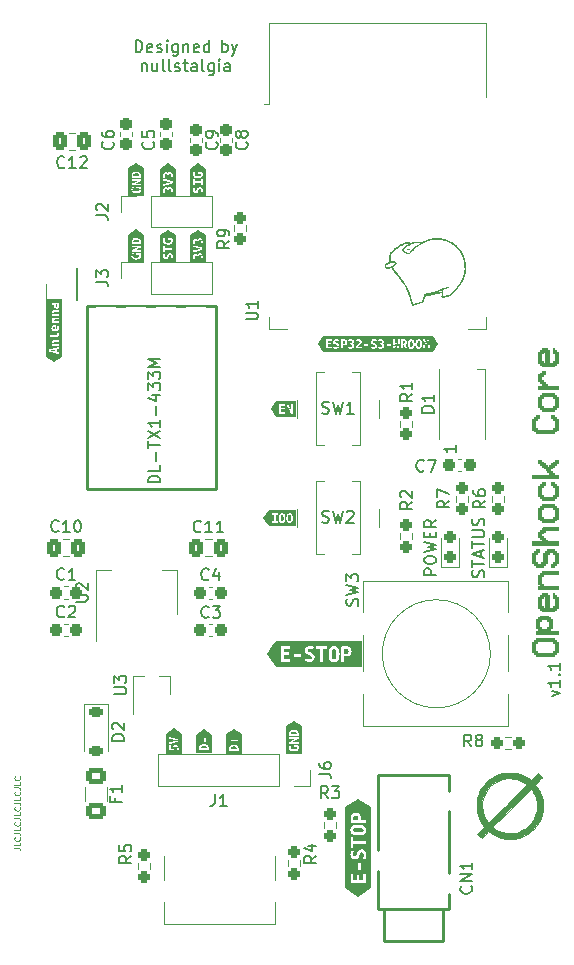
<source format=gbr>
%TF.GenerationSoftware,KiCad,Pcbnew,(7.0.0)*%
%TF.CreationDate,2023-04-05T21:50:31-07:00*%
%TF.ProjectId,OpenShock,4f70656e-5368-46f6-936b-2e6b69636164,rev?*%
%TF.SameCoordinates,Original*%
%TF.FileFunction,Legend,Top*%
%TF.FilePolarity,Positive*%
%FSLAX46Y46*%
G04 Gerber Fmt 4.6, Leading zero omitted, Abs format (unit mm)*
G04 Created by KiCad (PCBNEW (7.0.0)) date 2023-04-05 21:50:31*
%MOMM*%
%LPD*%
G01*
G04 APERTURE LIST*
G04 Aperture macros list*
%AMRoundRect*
0 Rectangle with rounded corners*
0 $1 Rounding radius*
0 $2 $3 $4 $5 $6 $7 $8 $9 X,Y pos of 4 corners*
0 Add a 4 corners polygon primitive as box body*
4,1,4,$2,$3,$4,$5,$6,$7,$8,$9,$2,$3,0*
0 Add four circle primitives for the rounded corners*
1,1,$1+$1,$2,$3*
1,1,$1+$1,$4,$5*
1,1,$1+$1,$6,$7*
1,1,$1+$1,$8,$9*
0 Add four rect primitives between the rounded corners*
20,1,$1+$1,$2,$3,$4,$5,0*
20,1,$1+$1,$4,$5,$6,$7,0*
20,1,$1+$1,$6,$7,$8,$9,0*
20,1,$1+$1,$8,$9,$2,$3,0*%
G04 Aperture macros list end*
%ADD10C,0.150000*%
%ADD11C,0.300000*%
%ADD12C,0.100000*%
%ADD13C,0.120000*%
%ADD14C,0.254000*%
%ADD15C,0.010000*%
%ADD16R,1.500000X0.900000*%
%ADD17R,0.900000X1.500000*%
%ADD18C,0.600000*%
%ADD19R,3.900000X3.900000*%
%ADD20RoundRect,0.237500X0.237500X-0.250000X0.237500X0.250000X-0.237500X0.250000X-0.237500X-0.250000X0*%
%ADD21RoundRect,0.237500X-0.300000X-0.237500X0.300000X-0.237500X0.300000X0.237500X-0.300000X0.237500X0*%
%ADD22C,3.200000*%
%ADD23R,0.850000X2.050000*%
%ADD24C,1.300000*%
%ADD25O,1.200000X1.800000*%
%ADD26R,1.700000X1.700000*%
%ADD27C,1.000000*%
%ADD28R,1.500000X2.000000*%
%ADD29R,3.800000X2.000000*%
%ADD30RoundRect,0.237500X0.237500X-0.300000X0.237500X0.300000X-0.237500X0.300000X-0.237500X-0.300000X0*%
%ADD31RoundRect,0.237500X-0.250000X-0.237500X0.250000X-0.237500X0.250000X0.237500X-0.250000X0.237500X0*%
%ADD32O,1.700000X1.700000*%
%ADD33C,2.000000*%
%ADD34R,1.600000X2.600000*%
%ADD35R,1.600000X2.500000*%
%ADD36RoundRect,0.250001X-0.624999X0.462499X-0.624999X-0.462499X0.624999X-0.462499X0.624999X0.462499X0*%
%ADD37RoundRect,0.237500X-0.237500X0.250000X-0.237500X-0.250000X0.237500X-0.250000X0.237500X0.250000X0*%
%ADD38RoundRect,0.250000X0.337500X0.475000X-0.337500X0.475000X-0.337500X-0.475000X0.337500X-0.475000X0*%
%ADD39C,0.650000*%
%ADD40R,0.600000X2.450000*%
%ADD41R,0.300000X2.450000*%
%ADD42O,1.000000X2.100000*%
%ADD43O,1.000000X1.600000*%
%ADD44O,3.048000X1.850000*%
%ADD45RoundRect,0.237500X0.237500X-0.287500X0.237500X0.287500X-0.237500X0.287500X-0.237500X-0.287500X0*%
%ADD46RoundRect,0.237500X0.300000X0.237500X-0.300000X0.237500X-0.300000X-0.237500X0.300000X-0.237500X0*%
%ADD47RoundRect,0.225000X-0.375000X0.225000X-0.375000X-0.225000X0.375000X-0.225000X0.375000X0.225000X0*%
%ADD48RoundRect,0.250000X-0.337500X-0.475000X0.337500X-0.475000X0.337500X0.475000X-0.337500X0.475000X0*%
%ADD49R,0.800000X1.900000*%
%ADD50R,1.800000X2.424000*%
%ADD51RoundRect,0.237500X-0.237500X0.300000X-0.237500X-0.300000X0.237500X-0.300000X0.237500X0.300000X0*%
%ADD52C,2.082800*%
G04 APERTURE END LIST*
D10*
X143768714Y-93837142D02*
X144435380Y-93599047D01*
X144435380Y-93599047D02*
X143768714Y-93360952D01*
X144435380Y-92456190D02*
X144435380Y-93027618D01*
X144435380Y-92741904D02*
X143435380Y-92741904D01*
X143435380Y-92741904D02*
X143578238Y-92837142D01*
X143578238Y-92837142D02*
X143673476Y-92932380D01*
X143673476Y-92932380D02*
X143721095Y-93027618D01*
X144340142Y-92027618D02*
X144387761Y-91979999D01*
X144387761Y-91979999D02*
X144435380Y-92027618D01*
X144435380Y-92027618D02*
X144387761Y-92075237D01*
X144387761Y-92075237D02*
X144340142Y-92027618D01*
X144340142Y-92027618D02*
X144435380Y-92027618D01*
X144435380Y-91027619D02*
X144435380Y-91599047D01*
X144435380Y-91313333D02*
X143435380Y-91313333D01*
X143435380Y-91313333D02*
X143578238Y-91408571D01*
X143578238Y-91408571D02*
X143673476Y-91503809D01*
X143673476Y-91503809D02*
X143721095Y-91599047D01*
X108523619Y-39310380D02*
X108523619Y-38310380D01*
X108523619Y-38310380D02*
X108761714Y-38310380D01*
X108761714Y-38310380D02*
X108904571Y-38358000D01*
X108904571Y-38358000D02*
X108999809Y-38453238D01*
X108999809Y-38453238D02*
X109047428Y-38548476D01*
X109047428Y-38548476D02*
X109095047Y-38738952D01*
X109095047Y-38738952D02*
X109095047Y-38881809D01*
X109095047Y-38881809D02*
X109047428Y-39072285D01*
X109047428Y-39072285D02*
X108999809Y-39167523D01*
X108999809Y-39167523D02*
X108904571Y-39262761D01*
X108904571Y-39262761D02*
X108761714Y-39310380D01*
X108761714Y-39310380D02*
X108523619Y-39310380D01*
X109904571Y-39262761D02*
X109809333Y-39310380D01*
X109809333Y-39310380D02*
X109618857Y-39310380D01*
X109618857Y-39310380D02*
X109523619Y-39262761D01*
X109523619Y-39262761D02*
X109476000Y-39167523D01*
X109476000Y-39167523D02*
X109476000Y-38786571D01*
X109476000Y-38786571D02*
X109523619Y-38691333D01*
X109523619Y-38691333D02*
X109618857Y-38643714D01*
X109618857Y-38643714D02*
X109809333Y-38643714D01*
X109809333Y-38643714D02*
X109904571Y-38691333D01*
X109904571Y-38691333D02*
X109952190Y-38786571D01*
X109952190Y-38786571D02*
X109952190Y-38881809D01*
X109952190Y-38881809D02*
X109476000Y-38977047D01*
X110333143Y-39262761D02*
X110428381Y-39310380D01*
X110428381Y-39310380D02*
X110618857Y-39310380D01*
X110618857Y-39310380D02*
X110714095Y-39262761D01*
X110714095Y-39262761D02*
X110761714Y-39167523D01*
X110761714Y-39167523D02*
X110761714Y-39119904D01*
X110761714Y-39119904D02*
X110714095Y-39024666D01*
X110714095Y-39024666D02*
X110618857Y-38977047D01*
X110618857Y-38977047D02*
X110476000Y-38977047D01*
X110476000Y-38977047D02*
X110380762Y-38929428D01*
X110380762Y-38929428D02*
X110333143Y-38834190D01*
X110333143Y-38834190D02*
X110333143Y-38786571D01*
X110333143Y-38786571D02*
X110380762Y-38691333D01*
X110380762Y-38691333D02*
X110476000Y-38643714D01*
X110476000Y-38643714D02*
X110618857Y-38643714D01*
X110618857Y-38643714D02*
X110714095Y-38691333D01*
X111190286Y-39310380D02*
X111190286Y-38643714D01*
X111190286Y-38310380D02*
X111142667Y-38358000D01*
X111142667Y-38358000D02*
X111190286Y-38405619D01*
X111190286Y-38405619D02*
X111237905Y-38358000D01*
X111237905Y-38358000D02*
X111190286Y-38310380D01*
X111190286Y-38310380D02*
X111190286Y-38405619D01*
X112095047Y-38643714D02*
X112095047Y-39453238D01*
X112095047Y-39453238D02*
X112047428Y-39548476D01*
X112047428Y-39548476D02*
X111999809Y-39596095D01*
X111999809Y-39596095D02*
X111904571Y-39643714D01*
X111904571Y-39643714D02*
X111761714Y-39643714D01*
X111761714Y-39643714D02*
X111666476Y-39596095D01*
X112095047Y-39262761D02*
X111999809Y-39310380D01*
X111999809Y-39310380D02*
X111809333Y-39310380D01*
X111809333Y-39310380D02*
X111714095Y-39262761D01*
X111714095Y-39262761D02*
X111666476Y-39215142D01*
X111666476Y-39215142D02*
X111618857Y-39119904D01*
X111618857Y-39119904D02*
X111618857Y-38834190D01*
X111618857Y-38834190D02*
X111666476Y-38738952D01*
X111666476Y-38738952D02*
X111714095Y-38691333D01*
X111714095Y-38691333D02*
X111809333Y-38643714D01*
X111809333Y-38643714D02*
X111999809Y-38643714D01*
X111999809Y-38643714D02*
X112095047Y-38691333D01*
X112571238Y-38643714D02*
X112571238Y-39310380D01*
X112571238Y-38738952D02*
X112618857Y-38691333D01*
X112618857Y-38691333D02*
X112714095Y-38643714D01*
X112714095Y-38643714D02*
X112856952Y-38643714D01*
X112856952Y-38643714D02*
X112952190Y-38691333D01*
X112952190Y-38691333D02*
X112999809Y-38786571D01*
X112999809Y-38786571D02*
X112999809Y-39310380D01*
X113856952Y-39262761D02*
X113761714Y-39310380D01*
X113761714Y-39310380D02*
X113571238Y-39310380D01*
X113571238Y-39310380D02*
X113476000Y-39262761D01*
X113476000Y-39262761D02*
X113428381Y-39167523D01*
X113428381Y-39167523D02*
X113428381Y-38786571D01*
X113428381Y-38786571D02*
X113476000Y-38691333D01*
X113476000Y-38691333D02*
X113571238Y-38643714D01*
X113571238Y-38643714D02*
X113761714Y-38643714D01*
X113761714Y-38643714D02*
X113856952Y-38691333D01*
X113856952Y-38691333D02*
X113904571Y-38786571D01*
X113904571Y-38786571D02*
X113904571Y-38881809D01*
X113904571Y-38881809D02*
X113428381Y-38977047D01*
X114761714Y-39310380D02*
X114761714Y-38310380D01*
X114761714Y-39262761D02*
X114666476Y-39310380D01*
X114666476Y-39310380D02*
X114476000Y-39310380D01*
X114476000Y-39310380D02*
X114380762Y-39262761D01*
X114380762Y-39262761D02*
X114333143Y-39215142D01*
X114333143Y-39215142D02*
X114285524Y-39119904D01*
X114285524Y-39119904D02*
X114285524Y-38834190D01*
X114285524Y-38834190D02*
X114333143Y-38738952D01*
X114333143Y-38738952D02*
X114380762Y-38691333D01*
X114380762Y-38691333D02*
X114476000Y-38643714D01*
X114476000Y-38643714D02*
X114666476Y-38643714D01*
X114666476Y-38643714D02*
X114761714Y-38691333D01*
X115837905Y-39310380D02*
X115837905Y-38310380D01*
X115837905Y-38691333D02*
X115933143Y-38643714D01*
X115933143Y-38643714D02*
X116123619Y-38643714D01*
X116123619Y-38643714D02*
X116218857Y-38691333D01*
X116218857Y-38691333D02*
X116266476Y-38738952D01*
X116266476Y-38738952D02*
X116314095Y-38834190D01*
X116314095Y-38834190D02*
X116314095Y-39119904D01*
X116314095Y-39119904D02*
X116266476Y-39215142D01*
X116266476Y-39215142D02*
X116218857Y-39262761D01*
X116218857Y-39262761D02*
X116123619Y-39310380D01*
X116123619Y-39310380D02*
X115933143Y-39310380D01*
X115933143Y-39310380D02*
X115837905Y-39262761D01*
X116647429Y-38643714D02*
X116885524Y-39310380D01*
X117123619Y-38643714D02*
X116885524Y-39310380D01*
X116885524Y-39310380D02*
X116790286Y-39548476D01*
X116790286Y-39548476D02*
X116742667Y-39596095D01*
X116742667Y-39596095D02*
X116647429Y-39643714D01*
X109037904Y-40263714D02*
X109037904Y-40930380D01*
X109037904Y-40358952D02*
X109085523Y-40311333D01*
X109085523Y-40311333D02*
X109180761Y-40263714D01*
X109180761Y-40263714D02*
X109323618Y-40263714D01*
X109323618Y-40263714D02*
X109418856Y-40311333D01*
X109418856Y-40311333D02*
X109466475Y-40406571D01*
X109466475Y-40406571D02*
X109466475Y-40930380D01*
X110371237Y-40263714D02*
X110371237Y-40930380D01*
X109942666Y-40263714D02*
X109942666Y-40787523D01*
X109942666Y-40787523D02*
X109990285Y-40882761D01*
X109990285Y-40882761D02*
X110085523Y-40930380D01*
X110085523Y-40930380D02*
X110228380Y-40930380D01*
X110228380Y-40930380D02*
X110323618Y-40882761D01*
X110323618Y-40882761D02*
X110371237Y-40835142D01*
X110990285Y-40930380D02*
X110895047Y-40882761D01*
X110895047Y-40882761D02*
X110847428Y-40787523D01*
X110847428Y-40787523D02*
X110847428Y-39930380D01*
X111514095Y-40930380D02*
X111418857Y-40882761D01*
X111418857Y-40882761D02*
X111371238Y-40787523D01*
X111371238Y-40787523D02*
X111371238Y-39930380D01*
X111847429Y-40882761D02*
X111942667Y-40930380D01*
X111942667Y-40930380D02*
X112133143Y-40930380D01*
X112133143Y-40930380D02*
X112228381Y-40882761D01*
X112228381Y-40882761D02*
X112276000Y-40787523D01*
X112276000Y-40787523D02*
X112276000Y-40739904D01*
X112276000Y-40739904D02*
X112228381Y-40644666D01*
X112228381Y-40644666D02*
X112133143Y-40597047D01*
X112133143Y-40597047D02*
X111990286Y-40597047D01*
X111990286Y-40597047D02*
X111895048Y-40549428D01*
X111895048Y-40549428D02*
X111847429Y-40454190D01*
X111847429Y-40454190D02*
X111847429Y-40406571D01*
X111847429Y-40406571D02*
X111895048Y-40311333D01*
X111895048Y-40311333D02*
X111990286Y-40263714D01*
X111990286Y-40263714D02*
X112133143Y-40263714D01*
X112133143Y-40263714D02*
X112228381Y-40311333D01*
X112561715Y-40263714D02*
X112942667Y-40263714D01*
X112704572Y-39930380D02*
X112704572Y-40787523D01*
X112704572Y-40787523D02*
X112752191Y-40882761D01*
X112752191Y-40882761D02*
X112847429Y-40930380D01*
X112847429Y-40930380D02*
X112942667Y-40930380D01*
X113704572Y-40930380D02*
X113704572Y-40406571D01*
X113704572Y-40406571D02*
X113656953Y-40311333D01*
X113656953Y-40311333D02*
X113561715Y-40263714D01*
X113561715Y-40263714D02*
X113371239Y-40263714D01*
X113371239Y-40263714D02*
X113276001Y-40311333D01*
X113704572Y-40882761D02*
X113609334Y-40930380D01*
X113609334Y-40930380D02*
X113371239Y-40930380D01*
X113371239Y-40930380D02*
X113276001Y-40882761D01*
X113276001Y-40882761D02*
X113228382Y-40787523D01*
X113228382Y-40787523D02*
X113228382Y-40692285D01*
X113228382Y-40692285D02*
X113276001Y-40597047D01*
X113276001Y-40597047D02*
X113371239Y-40549428D01*
X113371239Y-40549428D02*
X113609334Y-40549428D01*
X113609334Y-40549428D02*
X113704572Y-40501809D01*
X114323620Y-40930380D02*
X114228382Y-40882761D01*
X114228382Y-40882761D02*
X114180763Y-40787523D01*
X114180763Y-40787523D02*
X114180763Y-39930380D01*
X115133144Y-40263714D02*
X115133144Y-41073238D01*
X115133144Y-41073238D02*
X115085525Y-41168476D01*
X115085525Y-41168476D02*
X115037906Y-41216095D01*
X115037906Y-41216095D02*
X114942668Y-41263714D01*
X114942668Y-41263714D02*
X114799811Y-41263714D01*
X114799811Y-41263714D02*
X114704573Y-41216095D01*
X115133144Y-40882761D02*
X115037906Y-40930380D01*
X115037906Y-40930380D02*
X114847430Y-40930380D01*
X114847430Y-40930380D02*
X114752192Y-40882761D01*
X114752192Y-40882761D02*
X114704573Y-40835142D01*
X114704573Y-40835142D02*
X114656954Y-40739904D01*
X114656954Y-40739904D02*
X114656954Y-40454190D01*
X114656954Y-40454190D02*
X114704573Y-40358952D01*
X114704573Y-40358952D02*
X114752192Y-40311333D01*
X114752192Y-40311333D02*
X114847430Y-40263714D01*
X114847430Y-40263714D02*
X115037906Y-40263714D01*
X115037906Y-40263714D02*
X115133144Y-40311333D01*
X115609335Y-40930380D02*
X115609335Y-40263714D01*
X115609335Y-39930380D02*
X115561716Y-39978000D01*
X115561716Y-39978000D02*
X115609335Y-40025619D01*
X115609335Y-40025619D02*
X115656954Y-39978000D01*
X115656954Y-39978000D02*
X115609335Y-39930380D01*
X115609335Y-39930380D02*
X115609335Y-40025619D01*
X116514096Y-40930380D02*
X116514096Y-40406571D01*
X116514096Y-40406571D02*
X116466477Y-40311333D01*
X116466477Y-40311333D02*
X116371239Y-40263714D01*
X116371239Y-40263714D02*
X116180763Y-40263714D01*
X116180763Y-40263714D02*
X116085525Y-40311333D01*
X116514096Y-40882761D02*
X116418858Y-40930380D01*
X116418858Y-40930380D02*
X116180763Y-40930380D01*
X116180763Y-40930380D02*
X116085525Y-40882761D01*
X116085525Y-40882761D02*
X116037906Y-40787523D01*
X116037906Y-40787523D02*
X116037906Y-40692285D01*
X116037906Y-40692285D02*
X116085525Y-40597047D01*
X116085525Y-40597047D02*
X116180763Y-40549428D01*
X116180763Y-40549428D02*
X116418858Y-40549428D01*
X116418858Y-40549428D02*
X116514096Y-40501809D01*
D11*
G36*
X144048616Y-89061820D02*
G01*
X144210403Y-89061820D01*
X144210403Y-89220236D01*
X144372189Y-89220236D01*
X144372189Y-90203875D01*
X144210403Y-90203875D01*
X144210403Y-90361729D01*
X144048616Y-90361729D01*
X144048616Y-90520145D01*
X142430752Y-90520145D01*
X142430752Y-90361729D01*
X142268965Y-90361729D01*
X142268965Y-90203875D01*
X142107179Y-90203875D01*
X142107179Y-90010069D01*
X142466704Y-90010069D01*
X142610515Y-90010069D01*
X142610515Y-90167923D01*
X143868854Y-90167923D01*
X143868854Y-90010069D01*
X144012664Y-90010069D01*
X144012664Y-89414043D01*
X143868854Y-89414043D01*
X143868854Y-89256189D01*
X142610515Y-89256189D01*
X142610515Y-89414043D01*
X142466704Y-89414043D01*
X142466704Y-90010069D01*
X142107179Y-90010069D01*
X142107179Y-89220236D01*
X142268965Y-89220236D01*
X142268965Y-89061820D01*
X142430752Y-89061820D01*
X142430752Y-88903966D01*
X144048616Y-88903966D01*
X144048616Y-89061820D01*
G37*
G36*
X143545281Y-87176558D02*
G01*
X143707067Y-87176558D01*
X143707067Y-87334974D01*
X143868854Y-87334974D01*
X143868854Y-88160759D01*
X143711000Y-88160759D01*
X143711000Y-88282661D01*
X144372189Y-88282661D01*
X144372189Y-88634884D01*
X142430752Y-88634884D01*
X142430752Y-88282661D01*
X142588606Y-88282661D01*
X142588606Y-88160759D01*
X142430752Y-88160759D01*
X142430752Y-87966953D01*
X142790277Y-87966953D01*
X142934087Y-87966953D01*
X142934087Y-88124807D01*
X143365518Y-88124807D01*
X143365518Y-87966953D01*
X143509328Y-87966953D01*
X143509328Y-87528781D01*
X143365518Y-87528781D01*
X143365518Y-87370927D01*
X142934087Y-87370927D01*
X142934087Y-87528781D01*
X142790277Y-87528781D01*
X142790277Y-87966953D01*
X142430752Y-87966953D01*
X142430752Y-87334974D01*
X142592538Y-87334974D01*
X142592538Y-87176558D01*
X142754325Y-87176558D01*
X142754325Y-87018704D01*
X143545281Y-87018704D01*
X143545281Y-87176558D01*
G37*
G36*
X143419447Y-85291297D02*
G01*
X143581233Y-85291297D01*
X143581233Y-86397399D01*
X143832901Y-86397399D01*
X143832901Y-86239545D01*
X144012664Y-86239545D01*
X144005923Y-85643519D01*
X143832901Y-85643519D01*
X143832901Y-85133443D01*
X144048616Y-85133443D01*
X144048616Y-85291297D01*
X144192427Y-85291297D01*
X144192427Y-85449151D01*
X144372189Y-85449151D01*
X144372189Y-86433352D01*
X144192427Y-86433352D01*
X144192427Y-86591206D01*
X144048055Y-86591206D01*
X144041314Y-86749622D01*
X142898135Y-86749622D01*
X142898135Y-86591206D01*
X142754325Y-86591206D01*
X142754325Y-86433352D01*
X142574562Y-86433352D01*
X142574562Y-86239545D01*
X142934087Y-86239545D01*
X143077898Y-86239545D01*
X143077898Y-86397399D01*
X143221708Y-86397399D01*
X143221708Y-85485665D01*
X143077898Y-85485665D01*
X143077898Y-85643519D01*
X142934087Y-85643519D01*
X142934087Y-86239545D01*
X142574562Y-86239545D01*
X142574562Y-85449151D01*
X142754325Y-85449151D01*
X142754325Y-85291297D01*
X142898135Y-85291297D01*
X142898135Y-85133443D01*
X143419447Y-85133443D01*
X143419447Y-85291297D01*
G37*
G36*
X143113850Y-84512138D02*
G01*
X144372189Y-84512138D01*
X144372189Y-84864360D01*
X142574562Y-84864360D01*
X142574562Y-84512138D01*
X142754325Y-84512138D01*
X142754325Y-84390236D01*
X142574562Y-84390236D01*
X142574562Y-83564451D01*
X142754325Y-83564451D01*
X142754325Y-83406035D01*
X142898135Y-83406035D01*
X142898135Y-83248181D01*
X144372189Y-83248181D01*
X144372189Y-83600404D01*
X143113850Y-83600404D01*
X143113850Y-83758258D01*
X142934087Y-83758258D01*
X142934087Y-84354284D01*
X143113850Y-84354284D01*
X143113850Y-84512138D01*
G37*
G36*
X142430752Y-81520773D02*
G01*
X142430752Y-81362919D01*
X142790277Y-81362919D01*
X142790277Y-81715142D01*
X142610515Y-81715142D01*
X142610515Y-81872996D01*
X142466704Y-81872996D01*
X142466704Y-82469022D01*
X142610515Y-82469022D01*
X142610515Y-82626876D01*
X142886338Y-82626876D01*
X142886338Y-82469022D01*
X143041945Y-82469022D01*
X143041945Y-81679189D01*
X143203732Y-81679189D01*
X143203732Y-81520773D01*
X143365518Y-81520773D01*
X143365518Y-81362919D01*
X144048616Y-81362919D01*
X144048616Y-81520773D01*
X144192427Y-81520773D01*
X144192427Y-81679189D01*
X144372189Y-81679189D01*
X144372189Y-82662829D01*
X144192427Y-82662829D01*
X144192427Y-82820683D01*
X144048616Y-82820683D01*
X144048616Y-82979099D01*
X143689091Y-82979099D01*
X143689091Y-82626876D01*
X143868854Y-82626876D01*
X143868854Y-82469022D01*
X144012664Y-82469022D01*
X144012664Y-81872996D01*
X143868854Y-81872996D01*
X143868854Y-81715142D01*
X143569436Y-81715142D01*
X143569436Y-81872996D01*
X143401471Y-81872996D01*
X143401471Y-82662829D01*
X143239684Y-82662829D01*
X143239684Y-82820683D01*
X143077898Y-82820683D01*
X143077898Y-82979099D01*
X142430752Y-82979099D01*
X142430752Y-82820683D01*
X142286942Y-82820683D01*
X142286942Y-82662829D01*
X142107179Y-82662829D01*
X142107179Y-81679189D01*
X142286942Y-81679189D01*
X142286942Y-81520773D01*
X142430752Y-81520773D01*
G37*
G36*
X143416638Y-80741614D02*
G01*
X144372189Y-80741614D01*
X144372189Y-81093837D01*
X142107179Y-81093837D01*
X142107179Y-80741614D01*
X142912179Y-80741614D01*
X142912179Y-80619713D01*
X142754325Y-80619713D01*
X142754325Y-80461859D01*
X142574562Y-80461859D01*
X142574562Y-79951782D01*
X142754325Y-79951782D01*
X142754325Y-79793928D01*
X142898135Y-79793928D01*
X142898135Y-79635512D01*
X143041945Y-79635512D01*
X143041945Y-79477658D01*
X144372189Y-79477658D01*
X144372189Y-79829880D01*
X143257660Y-79829880D01*
X143257660Y-79987734D01*
X143077898Y-79987734D01*
X143077898Y-80145588D01*
X142919482Y-80145588D01*
X142919482Y-80268052D01*
X143077898Y-80268052D01*
X143077898Y-80425906D01*
X143257660Y-80425906D01*
X143257660Y-80583760D01*
X143416638Y-80583760D01*
X143416638Y-80741614D01*
G37*
G36*
X144048616Y-77750250D02*
G01*
X144210403Y-77750250D01*
X144210403Y-77908666D01*
X144372189Y-77908666D01*
X144372189Y-78892305D01*
X144210403Y-78892305D01*
X144210403Y-79050159D01*
X144048616Y-79050159D01*
X144048616Y-79208575D01*
X142898135Y-79208575D01*
X142898135Y-79050159D01*
X142736348Y-79050159D01*
X142736348Y-78892305D01*
X142574562Y-78892305D01*
X142574562Y-78698498D01*
X142934087Y-78698498D01*
X143077898Y-78698498D01*
X143077898Y-78856353D01*
X143868854Y-78856353D01*
X143868854Y-78698498D01*
X144012664Y-78698498D01*
X144012664Y-78102473D01*
X143868854Y-78102473D01*
X143868854Y-77944618D01*
X143077898Y-77944618D01*
X143077898Y-78102473D01*
X142934087Y-78102473D01*
X142934087Y-78698498D01*
X142574562Y-78698498D01*
X142574562Y-77908666D01*
X142736348Y-77908666D01*
X142736348Y-77750250D01*
X142898135Y-77750250D01*
X142898135Y-77592396D01*
X144048616Y-77592396D01*
X144048616Y-77750250D01*
G37*
G36*
X143868854Y-76059357D02*
G01*
X143689091Y-76059357D01*
X143689091Y-75707134D01*
X144048616Y-75707134D01*
X144048616Y-75864988D01*
X144192427Y-75864988D01*
X144192427Y-76023404D01*
X144372189Y-76023404D01*
X144372189Y-77007043D01*
X144192427Y-77007043D01*
X144192427Y-77164898D01*
X144048616Y-77164898D01*
X144048616Y-77323314D01*
X142898135Y-77323314D01*
X142898135Y-77164898D01*
X142754325Y-77164898D01*
X142754325Y-77007043D01*
X142574562Y-77007043D01*
X142574562Y-76023404D01*
X142754325Y-76023404D01*
X142754325Y-75864988D01*
X142898135Y-75864988D01*
X142898135Y-75707134D01*
X143257660Y-75707134D01*
X143257660Y-76059357D01*
X143077898Y-76059357D01*
X143077898Y-76217211D01*
X142934087Y-76217211D01*
X142934087Y-76813237D01*
X143077898Y-76813237D01*
X143077898Y-76971091D01*
X143868854Y-76971091D01*
X143868854Y-76813237D01*
X144012664Y-76813237D01*
X144012664Y-76217211D01*
X143868854Y-76217211D01*
X143868854Y-76059357D01*
G37*
G36*
X144048616Y-75085829D02*
G01*
X144372189Y-75085829D01*
X144372189Y-75438052D01*
X142107179Y-75438052D01*
X142107179Y-75085829D01*
X143545281Y-75085829D01*
X143545281Y-74963928D01*
X143387427Y-74963928D01*
X143387427Y-74805512D01*
X143229572Y-74805512D01*
X143229572Y-74647658D01*
X143071718Y-74647658D01*
X143071718Y-74489803D01*
X142913302Y-74489803D01*
X142913302Y-74331949D01*
X142755448Y-74331949D01*
X142755448Y-74174095D01*
X142597594Y-74174095D01*
X142597594Y-73821872D01*
X142949255Y-73821872D01*
X142949255Y-73979727D01*
X143107671Y-73979727D01*
X143107671Y-74138143D01*
X143265525Y-74138143D01*
X143265525Y-74295997D01*
X143423379Y-74295997D01*
X143423379Y-74453851D01*
X143545281Y-74453851D01*
X143545281Y-74295997D01*
X143700888Y-74295997D01*
X143700888Y-74138143D01*
X143857057Y-74138143D01*
X143857057Y-73979727D01*
X144012664Y-73979727D01*
X144012664Y-73821872D01*
X144372189Y-73821872D01*
X144372189Y-74174095D01*
X144210403Y-74174095D01*
X144210403Y-74331949D01*
X144048616Y-74331949D01*
X144048616Y-74489803D01*
X143890762Y-74489803D01*
X143890762Y-74647658D01*
X143732908Y-74647658D01*
X143732908Y-74769559D01*
X143890762Y-74769559D01*
X143890762Y-74927975D01*
X144048616Y-74927975D01*
X144048616Y-75085829D01*
G37*
G36*
X144012664Y-71157452D02*
G01*
X144012664Y-70561426D01*
X143868854Y-70561426D01*
X143868854Y-70403572D01*
X143689091Y-70403572D01*
X143689091Y-70051349D01*
X144048616Y-70051349D01*
X144048616Y-70209203D01*
X144192427Y-70209203D01*
X144192427Y-70367619D01*
X144372189Y-70367619D01*
X144372189Y-71351258D01*
X144192427Y-71351258D01*
X144192427Y-71509113D01*
X144048616Y-71509113D01*
X144048616Y-71667528D01*
X142430752Y-71667528D01*
X142430752Y-71509113D01*
X142286942Y-71509113D01*
X142286942Y-71351258D01*
X142107179Y-71351258D01*
X142107179Y-70367619D01*
X142286942Y-70367619D01*
X142286942Y-70209203D01*
X142430752Y-70209203D01*
X142430752Y-70051349D01*
X142790277Y-70051349D01*
X142790277Y-70403572D01*
X142610515Y-70403572D01*
X142610515Y-70561426D01*
X142466704Y-70561426D01*
X142466704Y-71157452D01*
X142610515Y-71157452D01*
X142610515Y-71315306D01*
X143868854Y-71315306D01*
X143868854Y-71157452D01*
X144012664Y-71157452D01*
G37*
G36*
X144048616Y-68323942D02*
G01*
X144210403Y-68323942D01*
X144210403Y-68482357D01*
X144372189Y-68482357D01*
X144372189Y-69465997D01*
X144210403Y-69465997D01*
X144210403Y-69623851D01*
X144048616Y-69623851D01*
X144048616Y-69782267D01*
X142898135Y-69782267D01*
X142898135Y-69623851D01*
X142736348Y-69623851D01*
X142736348Y-69465997D01*
X142574562Y-69465997D01*
X142574562Y-69272190D01*
X142934087Y-69272190D01*
X143077898Y-69272190D01*
X143077898Y-69430044D01*
X143868854Y-69430044D01*
X143868854Y-69272190D01*
X144012664Y-69272190D01*
X144012664Y-68676164D01*
X143868854Y-68676164D01*
X143868854Y-68518310D01*
X143077898Y-68518310D01*
X143077898Y-68676164D01*
X142934087Y-68676164D01*
X142934087Y-69272190D01*
X142574562Y-69272190D01*
X142574562Y-68482357D01*
X142736348Y-68482357D01*
X142736348Y-68323942D01*
X142898135Y-68323942D01*
X142898135Y-68166087D01*
X144048616Y-68166087D01*
X144048616Y-68323942D01*
G37*
G36*
X143416638Y-67544782D02*
G01*
X144372189Y-67544782D01*
X144372189Y-67897005D01*
X142574562Y-67897005D01*
X142574562Y-67544782D01*
X142898135Y-67544782D01*
X142898135Y-67422881D01*
X142754325Y-67422881D01*
X142754325Y-67265027D01*
X142574562Y-67265027D01*
X142574562Y-66597096D01*
X142754325Y-66597096D01*
X142754325Y-66438680D01*
X142898135Y-66438680D01*
X142898135Y-66280826D01*
X143257660Y-66280826D01*
X143257660Y-66633048D01*
X143077898Y-66633048D01*
X143077898Y-66790903D01*
X142934087Y-66790903D01*
X142934087Y-67070658D01*
X143077898Y-67070658D01*
X143077898Y-67229074D01*
X143257660Y-67229074D01*
X143257660Y-67386928D01*
X143416638Y-67386928D01*
X143416638Y-67544782D01*
G37*
G36*
X143419447Y-64553418D02*
G01*
X143581233Y-64553418D01*
X143581233Y-65659521D01*
X143832901Y-65659521D01*
X143832901Y-65501667D01*
X144012664Y-65501667D01*
X144005923Y-64905641D01*
X143832901Y-64905641D01*
X143832901Y-64395564D01*
X144048616Y-64395564D01*
X144048616Y-64553418D01*
X144192427Y-64553418D01*
X144192427Y-64711272D01*
X144372189Y-64711272D01*
X144372189Y-65695473D01*
X144192427Y-65695473D01*
X144192427Y-65853327D01*
X144048055Y-65853327D01*
X144041314Y-66011743D01*
X142898135Y-66011743D01*
X142898135Y-65853327D01*
X142754325Y-65853327D01*
X142754325Y-65695473D01*
X142574562Y-65695473D01*
X142574562Y-65501667D01*
X142934087Y-65501667D01*
X143077898Y-65501667D01*
X143077898Y-65659521D01*
X143221708Y-65659521D01*
X143221708Y-64747787D01*
X143077898Y-64747787D01*
X143077898Y-64905641D01*
X142934087Y-64905641D01*
X142934087Y-65501667D01*
X142574562Y-65501667D01*
X142574562Y-64711272D01*
X142754325Y-64711272D01*
X142754325Y-64553418D01*
X142898135Y-64553418D01*
X142898135Y-64395564D01*
X143419447Y-64395564D01*
X143419447Y-64553418D01*
G37*
D12*
X98251690Y-106712380D02*
X98608833Y-106712380D01*
X98608833Y-106712380D02*
X98680261Y-106736189D01*
X98680261Y-106736189D02*
X98727880Y-106783808D01*
X98727880Y-106783808D02*
X98751690Y-106855237D01*
X98751690Y-106855237D02*
X98751690Y-106902856D01*
X98751690Y-106236190D02*
X98751690Y-106474285D01*
X98751690Y-106474285D02*
X98251690Y-106474285D01*
X98704071Y-105783809D02*
X98727880Y-105807618D01*
X98727880Y-105807618D02*
X98751690Y-105879047D01*
X98751690Y-105879047D02*
X98751690Y-105926666D01*
X98751690Y-105926666D02*
X98727880Y-105998094D01*
X98727880Y-105998094D02*
X98680261Y-106045713D01*
X98680261Y-106045713D02*
X98632642Y-106069523D01*
X98632642Y-106069523D02*
X98537404Y-106093332D01*
X98537404Y-106093332D02*
X98465976Y-106093332D01*
X98465976Y-106093332D02*
X98370738Y-106069523D01*
X98370738Y-106069523D02*
X98323119Y-106045713D01*
X98323119Y-106045713D02*
X98275500Y-105998094D01*
X98275500Y-105998094D02*
X98251690Y-105926666D01*
X98251690Y-105926666D02*
X98251690Y-105879047D01*
X98251690Y-105879047D02*
X98275500Y-105807618D01*
X98275500Y-105807618D02*
X98299309Y-105783809D01*
X98251690Y-105426666D02*
X98608833Y-105426666D01*
X98608833Y-105426666D02*
X98680261Y-105450475D01*
X98680261Y-105450475D02*
X98727880Y-105498094D01*
X98727880Y-105498094D02*
X98751690Y-105569523D01*
X98751690Y-105569523D02*
X98751690Y-105617142D01*
X98751690Y-104950476D02*
X98751690Y-105188571D01*
X98751690Y-105188571D02*
X98251690Y-105188571D01*
X98704071Y-104498095D02*
X98727880Y-104521904D01*
X98727880Y-104521904D02*
X98751690Y-104593333D01*
X98751690Y-104593333D02*
X98751690Y-104640952D01*
X98751690Y-104640952D02*
X98727880Y-104712380D01*
X98727880Y-104712380D02*
X98680261Y-104759999D01*
X98680261Y-104759999D02*
X98632642Y-104783809D01*
X98632642Y-104783809D02*
X98537404Y-104807618D01*
X98537404Y-104807618D02*
X98465976Y-104807618D01*
X98465976Y-104807618D02*
X98370738Y-104783809D01*
X98370738Y-104783809D02*
X98323119Y-104759999D01*
X98323119Y-104759999D02*
X98275500Y-104712380D01*
X98275500Y-104712380D02*
X98251690Y-104640952D01*
X98251690Y-104640952D02*
X98251690Y-104593333D01*
X98251690Y-104593333D02*
X98275500Y-104521904D01*
X98275500Y-104521904D02*
X98299309Y-104498095D01*
X98251690Y-104140952D02*
X98608833Y-104140952D01*
X98608833Y-104140952D02*
X98680261Y-104164761D01*
X98680261Y-104164761D02*
X98727880Y-104212380D01*
X98727880Y-104212380D02*
X98751690Y-104283809D01*
X98751690Y-104283809D02*
X98751690Y-104331428D01*
X98751690Y-103664762D02*
X98751690Y-103902857D01*
X98751690Y-103902857D02*
X98251690Y-103902857D01*
X98704071Y-103212381D02*
X98727880Y-103236190D01*
X98727880Y-103236190D02*
X98751690Y-103307619D01*
X98751690Y-103307619D02*
X98751690Y-103355238D01*
X98751690Y-103355238D02*
X98727880Y-103426666D01*
X98727880Y-103426666D02*
X98680261Y-103474285D01*
X98680261Y-103474285D02*
X98632642Y-103498095D01*
X98632642Y-103498095D02*
X98537404Y-103521904D01*
X98537404Y-103521904D02*
X98465976Y-103521904D01*
X98465976Y-103521904D02*
X98370738Y-103498095D01*
X98370738Y-103498095D02*
X98323119Y-103474285D01*
X98323119Y-103474285D02*
X98275500Y-103426666D01*
X98275500Y-103426666D02*
X98251690Y-103355238D01*
X98251690Y-103355238D02*
X98251690Y-103307619D01*
X98251690Y-103307619D02*
X98275500Y-103236190D01*
X98275500Y-103236190D02*
X98299309Y-103212381D01*
X98251690Y-102855238D02*
X98608833Y-102855238D01*
X98608833Y-102855238D02*
X98680261Y-102879047D01*
X98680261Y-102879047D02*
X98727880Y-102926666D01*
X98727880Y-102926666D02*
X98751690Y-102998095D01*
X98751690Y-102998095D02*
X98751690Y-103045714D01*
X98751690Y-102379048D02*
X98751690Y-102617143D01*
X98751690Y-102617143D02*
X98251690Y-102617143D01*
X98704071Y-101926667D02*
X98727880Y-101950476D01*
X98727880Y-101950476D02*
X98751690Y-102021905D01*
X98751690Y-102021905D02*
X98751690Y-102069524D01*
X98751690Y-102069524D02*
X98727880Y-102140952D01*
X98727880Y-102140952D02*
X98680261Y-102188571D01*
X98680261Y-102188571D02*
X98632642Y-102212381D01*
X98632642Y-102212381D02*
X98537404Y-102236190D01*
X98537404Y-102236190D02*
X98465976Y-102236190D01*
X98465976Y-102236190D02*
X98370738Y-102212381D01*
X98370738Y-102212381D02*
X98323119Y-102188571D01*
X98323119Y-102188571D02*
X98275500Y-102140952D01*
X98275500Y-102140952D02*
X98251690Y-102069524D01*
X98251690Y-102069524D02*
X98251690Y-102021905D01*
X98251690Y-102021905D02*
X98275500Y-101950476D01*
X98275500Y-101950476D02*
X98299309Y-101926667D01*
X98251690Y-101569524D02*
X98608833Y-101569524D01*
X98608833Y-101569524D02*
X98680261Y-101593333D01*
X98680261Y-101593333D02*
X98727880Y-101640952D01*
X98727880Y-101640952D02*
X98751690Y-101712381D01*
X98751690Y-101712381D02*
X98751690Y-101760000D01*
X98751690Y-101093334D02*
X98751690Y-101331429D01*
X98751690Y-101331429D02*
X98251690Y-101331429D01*
X98704071Y-100640953D02*
X98727880Y-100664762D01*
X98727880Y-100664762D02*
X98751690Y-100736191D01*
X98751690Y-100736191D02*
X98751690Y-100783810D01*
X98751690Y-100783810D02*
X98727880Y-100855238D01*
X98727880Y-100855238D02*
X98680261Y-100902857D01*
X98680261Y-100902857D02*
X98632642Y-100926667D01*
X98632642Y-100926667D02*
X98537404Y-100950476D01*
X98537404Y-100950476D02*
X98465976Y-100950476D01*
X98465976Y-100950476D02*
X98370738Y-100926667D01*
X98370738Y-100926667D02*
X98323119Y-100902857D01*
X98323119Y-100902857D02*
X98275500Y-100855238D01*
X98275500Y-100855238D02*
X98251690Y-100783810D01*
X98251690Y-100783810D02*
X98251690Y-100736191D01*
X98251690Y-100736191D02*
X98275500Y-100664762D01*
X98275500Y-100664762D02*
X98299309Y-100640953D01*
D10*
%TO.C,U1*%
X117872380Y-61945904D02*
X118681904Y-61945904D01*
X118681904Y-61945904D02*
X118777142Y-61898285D01*
X118777142Y-61898285D02*
X118824761Y-61850666D01*
X118824761Y-61850666D02*
X118872380Y-61755428D01*
X118872380Y-61755428D02*
X118872380Y-61564952D01*
X118872380Y-61564952D02*
X118824761Y-61469714D01*
X118824761Y-61469714D02*
X118777142Y-61422095D01*
X118777142Y-61422095D02*
X118681904Y-61374476D01*
X118681904Y-61374476D02*
X117872380Y-61374476D01*
X118872380Y-60374476D02*
X118872380Y-60945904D01*
X118872380Y-60660190D02*
X117872380Y-60660190D01*
X117872380Y-60660190D02*
X118015238Y-60755428D01*
X118015238Y-60755428D02*
X118110476Y-60850666D01*
X118110476Y-60850666D02*
X118158095Y-60945904D01*
%TO.C,R3*%
X124801333Y-102475380D02*
X124468000Y-101999190D01*
X124229905Y-102475380D02*
X124229905Y-101475380D01*
X124229905Y-101475380D02*
X124610857Y-101475380D01*
X124610857Y-101475380D02*
X124706095Y-101523000D01*
X124706095Y-101523000D02*
X124753714Y-101570619D01*
X124753714Y-101570619D02*
X124801333Y-101665857D01*
X124801333Y-101665857D02*
X124801333Y-101808714D01*
X124801333Y-101808714D02*
X124753714Y-101903952D01*
X124753714Y-101903952D02*
X124706095Y-101951571D01*
X124706095Y-101951571D02*
X124610857Y-101999190D01*
X124610857Y-101999190D02*
X124229905Y-101999190D01*
X125134667Y-101475380D02*
X125753714Y-101475380D01*
X125753714Y-101475380D02*
X125420381Y-101856333D01*
X125420381Y-101856333D02*
X125563238Y-101856333D01*
X125563238Y-101856333D02*
X125658476Y-101903952D01*
X125658476Y-101903952D02*
X125706095Y-101951571D01*
X125706095Y-101951571D02*
X125753714Y-102046809D01*
X125753714Y-102046809D02*
X125753714Y-102284904D01*
X125753714Y-102284904D02*
X125706095Y-102380142D01*
X125706095Y-102380142D02*
X125658476Y-102427761D01*
X125658476Y-102427761D02*
X125563238Y-102475380D01*
X125563238Y-102475380D02*
X125277524Y-102475380D01*
X125277524Y-102475380D02*
X125182286Y-102427761D01*
X125182286Y-102427761D02*
X125134667Y-102380142D01*
%TO.C,C3*%
X114710833Y-87107142D02*
X114663214Y-87154761D01*
X114663214Y-87154761D02*
X114520357Y-87202380D01*
X114520357Y-87202380D02*
X114425119Y-87202380D01*
X114425119Y-87202380D02*
X114282262Y-87154761D01*
X114282262Y-87154761D02*
X114187024Y-87059523D01*
X114187024Y-87059523D02*
X114139405Y-86964285D01*
X114139405Y-86964285D02*
X114091786Y-86773809D01*
X114091786Y-86773809D02*
X114091786Y-86630952D01*
X114091786Y-86630952D02*
X114139405Y-86440476D01*
X114139405Y-86440476D02*
X114187024Y-86345238D01*
X114187024Y-86345238D02*
X114282262Y-86250000D01*
X114282262Y-86250000D02*
X114425119Y-86202380D01*
X114425119Y-86202380D02*
X114520357Y-86202380D01*
X114520357Y-86202380D02*
X114663214Y-86250000D01*
X114663214Y-86250000D02*
X114710833Y-86297619D01*
X115044167Y-86202380D02*
X115663214Y-86202380D01*
X115663214Y-86202380D02*
X115329881Y-86583333D01*
X115329881Y-86583333D02*
X115472738Y-86583333D01*
X115472738Y-86583333D02*
X115567976Y-86630952D01*
X115567976Y-86630952D02*
X115615595Y-86678571D01*
X115615595Y-86678571D02*
X115663214Y-86773809D01*
X115663214Y-86773809D02*
X115663214Y-87011904D01*
X115663214Y-87011904D02*
X115615595Y-87107142D01*
X115615595Y-87107142D02*
X115567976Y-87154761D01*
X115567976Y-87154761D02*
X115472738Y-87202380D01*
X115472738Y-87202380D02*
X115187024Y-87202380D01*
X115187024Y-87202380D02*
X115091786Y-87154761D01*
X115091786Y-87154761D02*
X115044167Y-87107142D01*
%TO.C,R9*%
X116445380Y-55284666D02*
X115969190Y-55617999D01*
X116445380Y-55856094D02*
X115445380Y-55856094D01*
X115445380Y-55856094D02*
X115445380Y-55475142D01*
X115445380Y-55475142D02*
X115493000Y-55379904D01*
X115493000Y-55379904D02*
X115540619Y-55332285D01*
X115540619Y-55332285D02*
X115635857Y-55284666D01*
X115635857Y-55284666D02*
X115778714Y-55284666D01*
X115778714Y-55284666D02*
X115873952Y-55332285D01*
X115873952Y-55332285D02*
X115921571Y-55379904D01*
X115921571Y-55379904D02*
X115969190Y-55475142D01*
X115969190Y-55475142D02*
X115969190Y-55856094D01*
X116445380Y-54808475D02*
X116445380Y-54617999D01*
X116445380Y-54617999D02*
X116397761Y-54522761D01*
X116397761Y-54522761D02*
X116350142Y-54475142D01*
X116350142Y-54475142D02*
X116207285Y-54379904D01*
X116207285Y-54379904D02*
X116016809Y-54332285D01*
X116016809Y-54332285D02*
X115635857Y-54332285D01*
X115635857Y-54332285D02*
X115540619Y-54379904D01*
X115540619Y-54379904D02*
X115493000Y-54427523D01*
X115493000Y-54427523D02*
X115445380Y-54522761D01*
X115445380Y-54522761D02*
X115445380Y-54713237D01*
X115445380Y-54713237D02*
X115493000Y-54808475D01*
X115493000Y-54808475D02*
X115540619Y-54856094D01*
X115540619Y-54856094D02*
X115635857Y-54903713D01*
X115635857Y-54903713D02*
X115873952Y-54903713D01*
X115873952Y-54903713D02*
X115969190Y-54856094D01*
X115969190Y-54856094D02*
X116016809Y-54808475D01*
X116016809Y-54808475D02*
X116064428Y-54713237D01*
X116064428Y-54713237D02*
X116064428Y-54522761D01*
X116064428Y-54522761D02*
X116016809Y-54427523D01*
X116016809Y-54427523D02*
X115969190Y-54379904D01*
X115969190Y-54379904D02*
X115873952Y-54332285D01*
%TO.C,D1*%
X133747380Y-69830094D02*
X132747380Y-69830094D01*
X132747380Y-69830094D02*
X132747380Y-69591999D01*
X132747380Y-69591999D02*
X132795000Y-69449142D01*
X132795000Y-69449142D02*
X132890238Y-69353904D01*
X132890238Y-69353904D02*
X132985476Y-69306285D01*
X132985476Y-69306285D02*
X133175952Y-69258666D01*
X133175952Y-69258666D02*
X133318809Y-69258666D01*
X133318809Y-69258666D02*
X133509285Y-69306285D01*
X133509285Y-69306285D02*
X133604523Y-69353904D01*
X133604523Y-69353904D02*
X133699761Y-69449142D01*
X133699761Y-69449142D02*
X133747380Y-69591999D01*
X133747380Y-69591999D02*
X133747380Y-69830094D01*
X133747380Y-68306285D02*
X133747380Y-68877713D01*
X133747380Y-68591999D02*
X132747380Y-68591999D01*
X132747380Y-68591999D02*
X132890238Y-68687237D01*
X132890238Y-68687237D02*
X132985476Y-68782475D01*
X132985476Y-68782475D02*
X133033095Y-68877713D01*
X135622380Y-72606285D02*
X135622380Y-73177713D01*
X135622380Y-72891999D02*
X134622380Y-72891999D01*
X134622380Y-72891999D02*
X134765238Y-72987237D01*
X134765238Y-72987237D02*
X134860476Y-73082475D01*
X134860476Y-73082475D02*
X134908095Y-73177713D01*
%TO.C,R7*%
X135081380Y-77279166D02*
X134605190Y-77612499D01*
X135081380Y-77850594D02*
X134081380Y-77850594D01*
X134081380Y-77850594D02*
X134081380Y-77469642D01*
X134081380Y-77469642D02*
X134129000Y-77374404D01*
X134129000Y-77374404D02*
X134176619Y-77326785D01*
X134176619Y-77326785D02*
X134271857Y-77279166D01*
X134271857Y-77279166D02*
X134414714Y-77279166D01*
X134414714Y-77279166D02*
X134509952Y-77326785D01*
X134509952Y-77326785D02*
X134557571Y-77374404D01*
X134557571Y-77374404D02*
X134605190Y-77469642D01*
X134605190Y-77469642D02*
X134605190Y-77850594D01*
X134081380Y-76945832D02*
X134081380Y-76279166D01*
X134081380Y-76279166D02*
X135081380Y-76707737D01*
%TO.C,R2*%
X131939380Y-77382666D02*
X131463190Y-77715999D01*
X131939380Y-77954094D02*
X130939380Y-77954094D01*
X130939380Y-77954094D02*
X130939380Y-77573142D01*
X130939380Y-77573142D02*
X130987000Y-77477904D01*
X130987000Y-77477904D02*
X131034619Y-77430285D01*
X131034619Y-77430285D02*
X131129857Y-77382666D01*
X131129857Y-77382666D02*
X131272714Y-77382666D01*
X131272714Y-77382666D02*
X131367952Y-77430285D01*
X131367952Y-77430285D02*
X131415571Y-77477904D01*
X131415571Y-77477904D02*
X131463190Y-77573142D01*
X131463190Y-77573142D02*
X131463190Y-77954094D01*
X131034619Y-77001713D02*
X130987000Y-76954094D01*
X130987000Y-76954094D02*
X130939380Y-76858856D01*
X130939380Y-76858856D02*
X130939380Y-76620761D01*
X130939380Y-76620761D02*
X130987000Y-76525523D01*
X130987000Y-76525523D02*
X131034619Y-76477904D01*
X131034619Y-76477904D02*
X131129857Y-76430285D01*
X131129857Y-76430285D02*
X131225095Y-76430285D01*
X131225095Y-76430285D02*
X131367952Y-76477904D01*
X131367952Y-76477904D02*
X131939380Y-77049332D01*
X131939380Y-77049332D02*
X131939380Y-76430285D01*
%TO.C,CN1*%
X136924142Y-109934476D02*
X136971761Y-109982095D01*
X136971761Y-109982095D02*
X137019380Y-110124952D01*
X137019380Y-110124952D02*
X137019380Y-110220190D01*
X137019380Y-110220190D02*
X136971761Y-110363047D01*
X136971761Y-110363047D02*
X136876523Y-110458285D01*
X136876523Y-110458285D02*
X136781285Y-110505904D01*
X136781285Y-110505904D02*
X136590809Y-110553523D01*
X136590809Y-110553523D02*
X136447952Y-110553523D01*
X136447952Y-110553523D02*
X136257476Y-110505904D01*
X136257476Y-110505904D02*
X136162238Y-110458285D01*
X136162238Y-110458285D02*
X136067000Y-110363047D01*
X136067000Y-110363047D02*
X136019380Y-110220190D01*
X136019380Y-110220190D02*
X136019380Y-110124952D01*
X136019380Y-110124952D02*
X136067000Y-109982095D01*
X136067000Y-109982095D02*
X136114619Y-109934476D01*
X137019380Y-109505904D02*
X136019380Y-109505904D01*
X136019380Y-109505904D02*
X137019380Y-108934476D01*
X137019380Y-108934476D02*
X136019380Y-108934476D01*
X137019380Y-107934476D02*
X137019380Y-108505904D01*
X137019380Y-108220190D02*
X136019380Y-108220190D01*
X136019380Y-108220190D02*
X136162238Y-108315428D01*
X136162238Y-108315428D02*
X136257476Y-108410666D01*
X136257476Y-108410666D02*
X136305095Y-108505904D01*
%TO.C,*%
%TO.C,U2*%
X103452380Y-85826904D02*
X104261904Y-85826904D01*
X104261904Y-85826904D02*
X104357142Y-85779285D01*
X104357142Y-85779285D02*
X104404761Y-85731666D01*
X104404761Y-85731666D02*
X104452380Y-85636428D01*
X104452380Y-85636428D02*
X104452380Y-85445952D01*
X104452380Y-85445952D02*
X104404761Y-85350714D01*
X104404761Y-85350714D02*
X104357142Y-85303095D01*
X104357142Y-85303095D02*
X104261904Y-85255476D01*
X104261904Y-85255476D02*
X103452380Y-85255476D01*
X103547619Y-84826904D02*
X103500000Y-84779285D01*
X103500000Y-84779285D02*
X103452380Y-84684047D01*
X103452380Y-84684047D02*
X103452380Y-84445952D01*
X103452380Y-84445952D02*
X103500000Y-84350714D01*
X103500000Y-84350714D02*
X103547619Y-84303095D01*
X103547619Y-84303095D02*
X103642857Y-84255476D01*
X103642857Y-84255476D02*
X103738095Y-84255476D01*
X103738095Y-84255476D02*
X103880952Y-84303095D01*
X103880952Y-84303095D02*
X104452380Y-84874523D01*
X104452380Y-84874523D02*
X104452380Y-84255476D01*
%TO.C,C2*%
X102475833Y-87082142D02*
X102428214Y-87129761D01*
X102428214Y-87129761D02*
X102285357Y-87177380D01*
X102285357Y-87177380D02*
X102190119Y-87177380D01*
X102190119Y-87177380D02*
X102047262Y-87129761D01*
X102047262Y-87129761D02*
X101952024Y-87034523D01*
X101952024Y-87034523D02*
X101904405Y-86939285D01*
X101904405Y-86939285D02*
X101856786Y-86748809D01*
X101856786Y-86748809D02*
X101856786Y-86605952D01*
X101856786Y-86605952D02*
X101904405Y-86415476D01*
X101904405Y-86415476D02*
X101952024Y-86320238D01*
X101952024Y-86320238D02*
X102047262Y-86225000D01*
X102047262Y-86225000D02*
X102190119Y-86177380D01*
X102190119Y-86177380D02*
X102285357Y-86177380D01*
X102285357Y-86177380D02*
X102428214Y-86225000D01*
X102428214Y-86225000D02*
X102475833Y-86272619D01*
X102856786Y-86272619D02*
X102904405Y-86225000D01*
X102904405Y-86225000D02*
X102999643Y-86177380D01*
X102999643Y-86177380D02*
X103237738Y-86177380D01*
X103237738Y-86177380D02*
X103332976Y-86225000D01*
X103332976Y-86225000D02*
X103380595Y-86272619D01*
X103380595Y-86272619D02*
X103428214Y-86367857D01*
X103428214Y-86367857D02*
X103428214Y-86463095D01*
X103428214Y-86463095D02*
X103380595Y-86605952D01*
X103380595Y-86605952D02*
X102809167Y-87177380D01*
X102809167Y-87177380D02*
X103428214Y-87177380D01*
%TO.C,C5*%
X110000142Y-46902666D02*
X110047761Y-46950285D01*
X110047761Y-46950285D02*
X110095380Y-47093142D01*
X110095380Y-47093142D02*
X110095380Y-47188380D01*
X110095380Y-47188380D02*
X110047761Y-47331237D01*
X110047761Y-47331237D02*
X109952523Y-47426475D01*
X109952523Y-47426475D02*
X109857285Y-47474094D01*
X109857285Y-47474094D02*
X109666809Y-47521713D01*
X109666809Y-47521713D02*
X109523952Y-47521713D01*
X109523952Y-47521713D02*
X109333476Y-47474094D01*
X109333476Y-47474094D02*
X109238238Y-47426475D01*
X109238238Y-47426475D02*
X109143000Y-47331237D01*
X109143000Y-47331237D02*
X109095380Y-47188380D01*
X109095380Y-47188380D02*
X109095380Y-47093142D01*
X109095380Y-47093142D02*
X109143000Y-46950285D01*
X109143000Y-46950285D02*
X109190619Y-46902666D01*
X109095380Y-45997904D02*
X109095380Y-46474094D01*
X109095380Y-46474094D02*
X109571571Y-46521713D01*
X109571571Y-46521713D02*
X109523952Y-46474094D01*
X109523952Y-46474094D02*
X109476333Y-46378856D01*
X109476333Y-46378856D02*
X109476333Y-46140761D01*
X109476333Y-46140761D02*
X109523952Y-46045523D01*
X109523952Y-46045523D02*
X109571571Y-45997904D01*
X109571571Y-45997904D02*
X109666809Y-45950285D01*
X109666809Y-45950285D02*
X109904904Y-45950285D01*
X109904904Y-45950285D02*
X110000142Y-45997904D01*
X110000142Y-45997904D02*
X110047761Y-46045523D01*
X110047761Y-46045523D02*
X110095380Y-46140761D01*
X110095380Y-46140761D02*
X110095380Y-46378856D01*
X110095380Y-46378856D02*
X110047761Y-46474094D01*
X110047761Y-46474094D02*
X110000142Y-46521713D01*
%TO.C,R8*%
X136927904Y-98086468D02*
X136594571Y-97610278D01*
X136356476Y-98086468D02*
X136356476Y-97086468D01*
X136356476Y-97086468D02*
X136737428Y-97086468D01*
X136737428Y-97086468D02*
X136832666Y-97134088D01*
X136832666Y-97134088D02*
X136880285Y-97181707D01*
X136880285Y-97181707D02*
X136927904Y-97276945D01*
X136927904Y-97276945D02*
X136927904Y-97419802D01*
X136927904Y-97419802D02*
X136880285Y-97515040D01*
X136880285Y-97515040D02*
X136832666Y-97562659D01*
X136832666Y-97562659D02*
X136737428Y-97610278D01*
X136737428Y-97610278D02*
X136356476Y-97610278D01*
X137499333Y-97515040D02*
X137404095Y-97467421D01*
X137404095Y-97467421D02*
X137356476Y-97419802D01*
X137356476Y-97419802D02*
X137308857Y-97324564D01*
X137308857Y-97324564D02*
X137308857Y-97276945D01*
X137308857Y-97276945D02*
X137356476Y-97181707D01*
X137356476Y-97181707D02*
X137404095Y-97134088D01*
X137404095Y-97134088D02*
X137499333Y-97086468D01*
X137499333Y-97086468D02*
X137689809Y-97086468D01*
X137689809Y-97086468D02*
X137785047Y-97134088D01*
X137785047Y-97134088D02*
X137832666Y-97181707D01*
X137832666Y-97181707D02*
X137880285Y-97276945D01*
X137880285Y-97276945D02*
X137880285Y-97324564D01*
X137880285Y-97324564D02*
X137832666Y-97419802D01*
X137832666Y-97419802D02*
X137785047Y-97467421D01*
X137785047Y-97467421D02*
X137689809Y-97515040D01*
X137689809Y-97515040D02*
X137499333Y-97515040D01*
X137499333Y-97515040D02*
X137404095Y-97562659D01*
X137404095Y-97562659D02*
X137356476Y-97610278D01*
X137356476Y-97610278D02*
X137308857Y-97705516D01*
X137308857Y-97705516D02*
X137308857Y-97895992D01*
X137308857Y-97895992D02*
X137356476Y-97991230D01*
X137356476Y-97991230D02*
X137404095Y-98038849D01*
X137404095Y-98038849D02*
X137499333Y-98086468D01*
X137499333Y-98086468D02*
X137689809Y-98086468D01*
X137689809Y-98086468D02*
X137785047Y-98038849D01*
X137785047Y-98038849D02*
X137832666Y-97991230D01*
X137832666Y-97991230D02*
X137880285Y-97895992D01*
X137880285Y-97895992D02*
X137880285Y-97705516D01*
X137880285Y-97705516D02*
X137832666Y-97610278D01*
X137832666Y-97610278D02*
X137785047Y-97562659D01*
X137785047Y-97562659D02*
X137689809Y-97515040D01*
%TO.C,J6*%
X124057380Y-100409333D02*
X124771666Y-100409333D01*
X124771666Y-100409333D02*
X124914523Y-100456952D01*
X124914523Y-100456952D02*
X125009761Y-100552190D01*
X125009761Y-100552190D02*
X125057380Y-100695047D01*
X125057380Y-100695047D02*
X125057380Y-100790285D01*
X124057380Y-99504571D02*
X124057380Y-99695047D01*
X124057380Y-99695047D02*
X124105000Y-99790285D01*
X124105000Y-99790285D02*
X124152619Y-99837904D01*
X124152619Y-99837904D02*
X124295476Y-99933142D01*
X124295476Y-99933142D02*
X124485952Y-99980761D01*
X124485952Y-99980761D02*
X124866904Y-99980761D01*
X124866904Y-99980761D02*
X124962142Y-99933142D01*
X124962142Y-99933142D02*
X125009761Y-99885523D01*
X125009761Y-99885523D02*
X125057380Y-99790285D01*
X125057380Y-99790285D02*
X125057380Y-99599809D01*
X125057380Y-99599809D02*
X125009761Y-99504571D01*
X125009761Y-99504571D02*
X124962142Y-99456952D01*
X124962142Y-99456952D02*
X124866904Y-99409333D01*
X124866904Y-99409333D02*
X124628809Y-99409333D01*
X124628809Y-99409333D02*
X124533571Y-99456952D01*
X124533571Y-99456952D02*
X124485952Y-99504571D01*
X124485952Y-99504571D02*
X124438333Y-99599809D01*
X124438333Y-99599809D02*
X124438333Y-99790285D01*
X124438333Y-99790285D02*
X124485952Y-99885523D01*
X124485952Y-99885523D02*
X124533571Y-99933142D01*
X124533571Y-99933142D02*
X124628809Y-99980761D01*
%TO.C,SW2*%
X124316667Y-79095761D02*
X124459524Y-79143380D01*
X124459524Y-79143380D02*
X124697619Y-79143380D01*
X124697619Y-79143380D02*
X124792857Y-79095761D01*
X124792857Y-79095761D02*
X124840476Y-79048142D01*
X124840476Y-79048142D02*
X124888095Y-78952904D01*
X124888095Y-78952904D02*
X124888095Y-78857666D01*
X124888095Y-78857666D02*
X124840476Y-78762428D01*
X124840476Y-78762428D02*
X124792857Y-78714809D01*
X124792857Y-78714809D02*
X124697619Y-78667190D01*
X124697619Y-78667190D02*
X124507143Y-78619571D01*
X124507143Y-78619571D02*
X124411905Y-78571952D01*
X124411905Y-78571952D02*
X124364286Y-78524333D01*
X124364286Y-78524333D02*
X124316667Y-78429095D01*
X124316667Y-78429095D02*
X124316667Y-78333857D01*
X124316667Y-78333857D02*
X124364286Y-78238619D01*
X124364286Y-78238619D02*
X124411905Y-78191000D01*
X124411905Y-78191000D02*
X124507143Y-78143380D01*
X124507143Y-78143380D02*
X124745238Y-78143380D01*
X124745238Y-78143380D02*
X124888095Y-78191000D01*
X125221429Y-78143380D02*
X125459524Y-79143380D01*
X125459524Y-79143380D02*
X125650000Y-78429095D01*
X125650000Y-78429095D02*
X125840476Y-79143380D01*
X125840476Y-79143380D02*
X126078572Y-78143380D01*
X126411905Y-78238619D02*
X126459524Y-78191000D01*
X126459524Y-78191000D02*
X126554762Y-78143380D01*
X126554762Y-78143380D02*
X126792857Y-78143380D01*
X126792857Y-78143380D02*
X126888095Y-78191000D01*
X126888095Y-78191000D02*
X126935714Y-78238619D01*
X126935714Y-78238619D02*
X126983333Y-78333857D01*
X126983333Y-78333857D02*
X126983333Y-78429095D01*
X126983333Y-78429095D02*
X126935714Y-78571952D01*
X126935714Y-78571952D02*
X126364286Y-79143380D01*
X126364286Y-79143380D02*
X126983333Y-79143380D01*
%TO.C,R4*%
X123811380Y-107354666D02*
X123335190Y-107687999D01*
X123811380Y-107926094D02*
X122811380Y-107926094D01*
X122811380Y-107926094D02*
X122811380Y-107545142D01*
X122811380Y-107545142D02*
X122859000Y-107449904D01*
X122859000Y-107449904D02*
X122906619Y-107402285D01*
X122906619Y-107402285D02*
X123001857Y-107354666D01*
X123001857Y-107354666D02*
X123144714Y-107354666D01*
X123144714Y-107354666D02*
X123239952Y-107402285D01*
X123239952Y-107402285D02*
X123287571Y-107449904D01*
X123287571Y-107449904D02*
X123335190Y-107545142D01*
X123335190Y-107545142D02*
X123335190Y-107926094D01*
X123144714Y-106497523D02*
X123811380Y-106497523D01*
X122763761Y-106735618D02*
X123478047Y-106973713D01*
X123478047Y-106973713D02*
X123478047Y-106354666D01*
%TO.C,C1*%
X102475833Y-83907142D02*
X102428214Y-83954761D01*
X102428214Y-83954761D02*
X102285357Y-84002380D01*
X102285357Y-84002380D02*
X102190119Y-84002380D01*
X102190119Y-84002380D02*
X102047262Y-83954761D01*
X102047262Y-83954761D02*
X101952024Y-83859523D01*
X101952024Y-83859523D02*
X101904405Y-83764285D01*
X101904405Y-83764285D02*
X101856786Y-83573809D01*
X101856786Y-83573809D02*
X101856786Y-83430952D01*
X101856786Y-83430952D02*
X101904405Y-83240476D01*
X101904405Y-83240476D02*
X101952024Y-83145238D01*
X101952024Y-83145238D02*
X102047262Y-83050000D01*
X102047262Y-83050000D02*
X102190119Y-83002380D01*
X102190119Y-83002380D02*
X102285357Y-83002380D01*
X102285357Y-83002380D02*
X102428214Y-83050000D01*
X102428214Y-83050000D02*
X102475833Y-83097619D01*
X103428214Y-84002380D02*
X102856786Y-84002380D01*
X103142500Y-84002380D02*
X103142500Y-83002380D01*
X103142500Y-83002380D02*
X103047262Y-83145238D01*
X103047262Y-83145238D02*
X102952024Y-83240476D01*
X102952024Y-83240476D02*
X102856786Y-83288095D01*
%TO.C,F1*%
X106819571Y-102441333D02*
X106819571Y-102774666D01*
X107343380Y-102774666D02*
X106343380Y-102774666D01*
X106343380Y-102774666D02*
X106343380Y-102298476D01*
X107343380Y-101393714D02*
X107343380Y-101965142D01*
X107343380Y-101679428D02*
X106343380Y-101679428D01*
X106343380Y-101679428D02*
X106486238Y-101774666D01*
X106486238Y-101774666D02*
X106581476Y-101869904D01*
X106581476Y-101869904D02*
X106629095Y-101965142D01*
%TO.C,J3*%
X105182380Y-58753333D02*
X105896666Y-58753333D01*
X105896666Y-58753333D02*
X106039523Y-58800952D01*
X106039523Y-58800952D02*
X106134761Y-58896190D01*
X106134761Y-58896190D02*
X106182380Y-59039047D01*
X106182380Y-59039047D02*
X106182380Y-59134285D01*
X105182380Y-58372380D02*
X105182380Y-57753333D01*
X105182380Y-57753333D02*
X105563333Y-58086666D01*
X105563333Y-58086666D02*
X105563333Y-57943809D01*
X105563333Y-57943809D02*
X105610952Y-57848571D01*
X105610952Y-57848571D02*
X105658571Y-57800952D01*
X105658571Y-57800952D02*
X105753809Y-57753333D01*
X105753809Y-57753333D02*
X105991904Y-57753333D01*
X105991904Y-57753333D02*
X106087142Y-57800952D01*
X106087142Y-57800952D02*
X106134761Y-57848571D01*
X106134761Y-57848571D02*
X106182380Y-57943809D01*
X106182380Y-57943809D02*
X106182380Y-58229523D01*
X106182380Y-58229523D02*
X106134761Y-58324761D01*
X106134761Y-58324761D02*
X106087142Y-58372380D01*
%TO.C,SW1*%
X124321667Y-69860761D02*
X124464524Y-69908380D01*
X124464524Y-69908380D02*
X124702619Y-69908380D01*
X124702619Y-69908380D02*
X124797857Y-69860761D01*
X124797857Y-69860761D02*
X124845476Y-69813142D01*
X124845476Y-69813142D02*
X124893095Y-69717904D01*
X124893095Y-69717904D02*
X124893095Y-69622666D01*
X124893095Y-69622666D02*
X124845476Y-69527428D01*
X124845476Y-69527428D02*
X124797857Y-69479809D01*
X124797857Y-69479809D02*
X124702619Y-69432190D01*
X124702619Y-69432190D02*
X124512143Y-69384571D01*
X124512143Y-69384571D02*
X124416905Y-69336952D01*
X124416905Y-69336952D02*
X124369286Y-69289333D01*
X124369286Y-69289333D02*
X124321667Y-69194095D01*
X124321667Y-69194095D02*
X124321667Y-69098857D01*
X124321667Y-69098857D02*
X124369286Y-69003619D01*
X124369286Y-69003619D02*
X124416905Y-68956000D01*
X124416905Y-68956000D02*
X124512143Y-68908380D01*
X124512143Y-68908380D02*
X124750238Y-68908380D01*
X124750238Y-68908380D02*
X124893095Y-68956000D01*
X125226429Y-68908380D02*
X125464524Y-69908380D01*
X125464524Y-69908380D02*
X125655000Y-69194095D01*
X125655000Y-69194095D02*
X125845476Y-69908380D01*
X125845476Y-69908380D02*
X126083572Y-68908380D01*
X126988333Y-69908380D02*
X126416905Y-69908380D01*
X126702619Y-69908380D02*
X126702619Y-68908380D01*
X126702619Y-68908380D02*
X126607381Y-69051238D01*
X126607381Y-69051238D02*
X126512143Y-69146476D01*
X126512143Y-69146476D02*
X126416905Y-69194095D01*
%TO.C,R5*%
X108157380Y-107354666D02*
X107681190Y-107687999D01*
X108157380Y-107926094D02*
X107157380Y-107926094D01*
X107157380Y-107926094D02*
X107157380Y-107545142D01*
X107157380Y-107545142D02*
X107205000Y-107449904D01*
X107205000Y-107449904D02*
X107252619Y-107402285D01*
X107252619Y-107402285D02*
X107347857Y-107354666D01*
X107347857Y-107354666D02*
X107490714Y-107354666D01*
X107490714Y-107354666D02*
X107585952Y-107402285D01*
X107585952Y-107402285D02*
X107633571Y-107449904D01*
X107633571Y-107449904D02*
X107681190Y-107545142D01*
X107681190Y-107545142D02*
X107681190Y-107926094D01*
X107157380Y-106449904D02*
X107157380Y-106926094D01*
X107157380Y-106926094D02*
X107633571Y-106973713D01*
X107633571Y-106973713D02*
X107585952Y-106926094D01*
X107585952Y-106926094D02*
X107538333Y-106830856D01*
X107538333Y-106830856D02*
X107538333Y-106592761D01*
X107538333Y-106592761D02*
X107585952Y-106497523D01*
X107585952Y-106497523D02*
X107633571Y-106449904D01*
X107633571Y-106449904D02*
X107728809Y-106402285D01*
X107728809Y-106402285D02*
X107966904Y-106402285D01*
X107966904Y-106402285D02*
X108062142Y-106449904D01*
X108062142Y-106449904D02*
X108109761Y-106497523D01*
X108109761Y-106497523D02*
X108157380Y-106592761D01*
X108157380Y-106592761D02*
X108157380Y-106830856D01*
X108157380Y-106830856D02*
X108109761Y-106926094D01*
X108109761Y-106926094D02*
X108062142Y-106973713D01*
%TO.C,C6*%
X106571142Y-46902666D02*
X106618761Y-46950285D01*
X106618761Y-46950285D02*
X106666380Y-47093142D01*
X106666380Y-47093142D02*
X106666380Y-47188380D01*
X106666380Y-47188380D02*
X106618761Y-47331237D01*
X106618761Y-47331237D02*
X106523523Y-47426475D01*
X106523523Y-47426475D02*
X106428285Y-47474094D01*
X106428285Y-47474094D02*
X106237809Y-47521713D01*
X106237809Y-47521713D02*
X106094952Y-47521713D01*
X106094952Y-47521713D02*
X105904476Y-47474094D01*
X105904476Y-47474094D02*
X105809238Y-47426475D01*
X105809238Y-47426475D02*
X105714000Y-47331237D01*
X105714000Y-47331237D02*
X105666380Y-47188380D01*
X105666380Y-47188380D02*
X105666380Y-47093142D01*
X105666380Y-47093142D02*
X105714000Y-46950285D01*
X105714000Y-46950285D02*
X105761619Y-46902666D01*
X105666380Y-46045523D02*
X105666380Y-46235999D01*
X105666380Y-46235999D02*
X105714000Y-46331237D01*
X105714000Y-46331237D02*
X105761619Y-46378856D01*
X105761619Y-46378856D02*
X105904476Y-46474094D01*
X105904476Y-46474094D02*
X106094952Y-46521713D01*
X106094952Y-46521713D02*
X106475904Y-46521713D01*
X106475904Y-46521713D02*
X106571142Y-46474094D01*
X106571142Y-46474094D02*
X106618761Y-46426475D01*
X106618761Y-46426475D02*
X106666380Y-46331237D01*
X106666380Y-46331237D02*
X106666380Y-46140761D01*
X106666380Y-46140761D02*
X106618761Y-46045523D01*
X106618761Y-46045523D02*
X106571142Y-45997904D01*
X106571142Y-45997904D02*
X106475904Y-45950285D01*
X106475904Y-45950285D02*
X106237809Y-45950285D01*
X106237809Y-45950285D02*
X106142571Y-45997904D01*
X106142571Y-45997904D02*
X106094952Y-46045523D01*
X106094952Y-46045523D02*
X106047333Y-46140761D01*
X106047333Y-46140761D02*
X106047333Y-46331237D01*
X106047333Y-46331237D02*
X106094952Y-46426475D01*
X106094952Y-46426475D02*
X106142571Y-46474094D01*
X106142571Y-46474094D02*
X106237809Y-46521713D01*
%TO.C,R1*%
X131939380Y-68238666D02*
X131463190Y-68571999D01*
X131939380Y-68810094D02*
X130939380Y-68810094D01*
X130939380Y-68810094D02*
X130939380Y-68429142D01*
X130939380Y-68429142D02*
X130987000Y-68333904D01*
X130987000Y-68333904D02*
X131034619Y-68286285D01*
X131034619Y-68286285D02*
X131129857Y-68238666D01*
X131129857Y-68238666D02*
X131272714Y-68238666D01*
X131272714Y-68238666D02*
X131367952Y-68286285D01*
X131367952Y-68286285D02*
X131415571Y-68333904D01*
X131415571Y-68333904D02*
X131463190Y-68429142D01*
X131463190Y-68429142D02*
X131463190Y-68810094D01*
X131939380Y-67286285D02*
X131939380Y-67857713D01*
X131939380Y-67571999D02*
X130939380Y-67571999D01*
X130939380Y-67571999D02*
X131082238Y-67667237D01*
X131082238Y-67667237D02*
X131177476Y-67762475D01*
X131177476Y-67762475D02*
X131225095Y-67857713D01*
%TO.C,C12*%
X102502642Y-49040142D02*
X102455023Y-49087761D01*
X102455023Y-49087761D02*
X102312166Y-49135380D01*
X102312166Y-49135380D02*
X102216928Y-49135380D01*
X102216928Y-49135380D02*
X102074071Y-49087761D01*
X102074071Y-49087761D02*
X101978833Y-48992523D01*
X101978833Y-48992523D02*
X101931214Y-48897285D01*
X101931214Y-48897285D02*
X101883595Y-48706809D01*
X101883595Y-48706809D02*
X101883595Y-48563952D01*
X101883595Y-48563952D02*
X101931214Y-48373476D01*
X101931214Y-48373476D02*
X101978833Y-48278238D01*
X101978833Y-48278238D02*
X102074071Y-48183000D01*
X102074071Y-48183000D02*
X102216928Y-48135380D01*
X102216928Y-48135380D02*
X102312166Y-48135380D01*
X102312166Y-48135380D02*
X102455023Y-48183000D01*
X102455023Y-48183000D02*
X102502642Y-48230619D01*
X103455023Y-49135380D02*
X102883595Y-49135380D01*
X103169309Y-49135380D02*
X103169309Y-48135380D01*
X103169309Y-48135380D02*
X103074071Y-48278238D01*
X103074071Y-48278238D02*
X102978833Y-48373476D01*
X102978833Y-48373476D02*
X102883595Y-48421095D01*
X103835976Y-48230619D02*
X103883595Y-48183000D01*
X103883595Y-48183000D02*
X103978833Y-48135380D01*
X103978833Y-48135380D02*
X104216928Y-48135380D01*
X104216928Y-48135380D02*
X104312166Y-48183000D01*
X104312166Y-48183000D02*
X104359785Y-48230619D01*
X104359785Y-48230619D02*
X104407404Y-48325857D01*
X104407404Y-48325857D02*
X104407404Y-48421095D01*
X104407404Y-48421095D02*
X104359785Y-48563952D01*
X104359785Y-48563952D02*
X103788357Y-49135380D01*
X103788357Y-49135380D02*
X104407404Y-49135380D01*
%TO.C,J1*%
X115236666Y-102137380D02*
X115236666Y-102851666D01*
X115236666Y-102851666D02*
X115189047Y-102994523D01*
X115189047Y-102994523D02*
X115093809Y-103089761D01*
X115093809Y-103089761D02*
X114950952Y-103137380D01*
X114950952Y-103137380D02*
X114855714Y-103137380D01*
X116236666Y-103137380D02*
X115665238Y-103137380D01*
X115950952Y-103137380D02*
X115950952Y-102137380D01*
X115950952Y-102137380D02*
X115855714Y-102280238D01*
X115855714Y-102280238D02*
X115760476Y-102375476D01*
X115760476Y-102375476D02*
X115665238Y-102423095D01*
%TO.C,SW3*%
X127319761Y-86169332D02*
X127367380Y-86026475D01*
X127367380Y-86026475D02*
X127367380Y-85788380D01*
X127367380Y-85788380D02*
X127319761Y-85693142D01*
X127319761Y-85693142D02*
X127272142Y-85645523D01*
X127272142Y-85645523D02*
X127176904Y-85597904D01*
X127176904Y-85597904D02*
X127081666Y-85597904D01*
X127081666Y-85597904D02*
X126986428Y-85645523D01*
X126986428Y-85645523D02*
X126938809Y-85693142D01*
X126938809Y-85693142D02*
X126891190Y-85788380D01*
X126891190Y-85788380D02*
X126843571Y-85978856D01*
X126843571Y-85978856D02*
X126795952Y-86074094D01*
X126795952Y-86074094D02*
X126748333Y-86121713D01*
X126748333Y-86121713D02*
X126653095Y-86169332D01*
X126653095Y-86169332D02*
X126557857Y-86169332D01*
X126557857Y-86169332D02*
X126462619Y-86121713D01*
X126462619Y-86121713D02*
X126415000Y-86074094D01*
X126415000Y-86074094D02*
X126367380Y-85978856D01*
X126367380Y-85978856D02*
X126367380Y-85740761D01*
X126367380Y-85740761D02*
X126415000Y-85597904D01*
X126367380Y-85264570D02*
X127367380Y-85026475D01*
X127367380Y-85026475D02*
X126653095Y-84835999D01*
X126653095Y-84835999D02*
X127367380Y-84645523D01*
X127367380Y-84645523D02*
X126367380Y-84407428D01*
X126367380Y-84121713D02*
X126367380Y-83502666D01*
X126367380Y-83502666D02*
X126748333Y-83835999D01*
X126748333Y-83835999D02*
X126748333Y-83693142D01*
X126748333Y-83693142D02*
X126795952Y-83597904D01*
X126795952Y-83597904D02*
X126843571Y-83550285D01*
X126843571Y-83550285D02*
X126938809Y-83502666D01*
X126938809Y-83502666D02*
X127176904Y-83502666D01*
X127176904Y-83502666D02*
X127272142Y-83550285D01*
X127272142Y-83550285D02*
X127319761Y-83597904D01*
X127319761Y-83597904D02*
X127367380Y-83693142D01*
X127367380Y-83693142D02*
X127367380Y-83978856D01*
X127367380Y-83978856D02*
X127319761Y-84074094D01*
X127319761Y-84074094D02*
X127272142Y-84121713D01*
%TO.C,D3*%
X137987761Y-83756190D02*
X138035380Y-83613333D01*
X138035380Y-83613333D02*
X138035380Y-83375238D01*
X138035380Y-83375238D02*
X137987761Y-83280000D01*
X137987761Y-83280000D02*
X137940142Y-83232381D01*
X137940142Y-83232381D02*
X137844904Y-83184762D01*
X137844904Y-83184762D02*
X137749666Y-83184762D01*
X137749666Y-83184762D02*
X137654428Y-83232381D01*
X137654428Y-83232381D02*
X137606809Y-83280000D01*
X137606809Y-83280000D02*
X137559190Y-83375238D01*
X137559190Y-83375238D02*
X137511571Y-83565714D01*
X137511571Y-83565714D02*
X137463952Y-83660952D01*
X137463952Y-83660952D02*
X137416333Y-83708571D01*
X137416333Y-83708571D02*
X137321095Y-83756190D01*
X137321095Y-83756190D02*
X137225857Y-83756190D01*
X137225857Y-83756190D02*
X137130619Y-83708571D01*
X137130619Y-83708571D02*
X137083000Y-83660952D01*
X137083000Y-83660952D02*
X137035380Y-83565714D01*
X137035380Y-83565714D02*
X137035380Y-83327619D01*
X137035380Y-83327619D02*
X137083000Y-83184762D01*
X137035380Y-82899047D02*
X137035380Y-82327619D01*
X138035380Y-82613333D02*
X137035380Y-82613333D01*
X137749666Y-82041904D02*
X137749666Y-81565714D01*
X138035380Y-82137142D02*
X137035380Y-81803809D01*
X137035380Y-81803809D02*
X138035380Y-81470476D01*
X137035380Y-81279999D02*
X137035380Y-80708571D01*
X138035380Y-80994285D02*
X137035380Y-80994285D01*
X137035380Y-80375237D02*
X137844904Y-80375237D01*
X137844904Y-80375237D02*
X137940142Y-80327618D01*
X137940142Y-80327618D02*
X137987761Y-80279999D01*
X137987761Y-80279999D02*
X138035380Y-80184761D01*
X138035380Y-80184761D02*
X138035380Y-79994285D01*
X138035380Y-79994285D02*
X137987761Y-79899047D01*
X137987761Y-79899047D02*
X137940142Y-79851428D01*
X137940142Y-79851428D02*
X137844904Y-79803809D01*
X137844904Y-79803809D02*
X137035380Y-79803809D01*
X137987761Y-79375237D02*
X138035380Y-79232380D01*
X138035380Y-79232380D02*
X138035380Y-78994285D01*
X138035380Y-78994285D02*
X137987761Y-78899047D01*
X137987761Y-78899047D02*
X137940142Y-78851428D01*
X137940142Y-78851428D02*
X137844904Y-78803809D01*
X137844904Y-78803809D02*
X137749666Y-78803809D01*
X137749666Y-78803809D02*
X137654428Y-78851428D01*
X137654428Y-78851428D02*
X137606809Y-78899047D01*
X137606809Y-78899047D02*
X137559190Y-78994285D01*
X137559190Y-78994285D02*
X137511571Y-79184761D01*
X137511571Y-79184761D02*
X137463952Y-79279999D01*
X137463952Y-79279999D02*
X137416333Y-79327618D01*
X137416333Y-79327618D02*
X137321095Y-79375237D01*
X137321095Y-79375237D02*
X137225857Y-79375237D01*
X137225857Y-79375237D02*
X137130619Y-79327618D01*
X137130619Y-79327618D02*
X137083000Y-79279999D01*
X137083000Y-79279999D02*
X137035380Y-79184761D01*
X137035380Y-79184761D02*
X137035380Y-78946666D01*
X137035380Y-78946666D02*
X137083000Y-78803809D01*
%TO.C,C7*%
X132922199Y-74727057D02*
X132874580Y-74774676D01*
X132874580Y-74774676D02*
X132731723Y-74822295D01*
X132731723Y-74822295D02*
X132636485Y-74822295D01*
X132636485Y-74822295D02*
X132493628Y-74774676D01*
X132493628Y-74774676D02*
X132398390Y-74679438D01*
X132398390Y-74679438D02*
X132350771Y-74584200D01*
X132350771Y-74584200D02*
X132303152Y-74393724D01*
X132303152Y-74393724D02*
X132303152Y-74250867D01*
X132303152Y-74250867D02*
X132350771Y-74060391D01*
X132350771Y-74060391D02*
X132398390Y-73965153D01*
X132398390Y-73965153D02*
X132493628Y-73869915D01*
X132493628Y-73869915D02*
X132636485Y-73822295D01*
X132636485Y-73822295D02*
X132731723Y-73822295D01*
X132731723Y-73822295D02*
X132874580Y-73869915D01*
X132874580Y-73869915D02*
X132922199Y-73917534D01*
X133255533Y-73822295D02*
X133922199Y-73822295D01*
X133922199Y-73822295D02*
X133493628Y-74822295D01*
%TO.C,D2*%
X107523380Y-97603594D02*
X106523380Y-97603594D01*
X106523380Y-97603594D02*
X106523380Y-97365499D01*
X106523380Y-97365499D02*
X106571000Y-97222642D01*
X106571000Y-97222642D02*
X106666238Y-97127404D01*
X106666238Y-97127404D02*
X106761476Y-97079785D01*
X106761476Y-97079785D02*
X106951952Y-97032166D01*
X106951952Y-97032166D02*
X107094809Y-97032166D01*
X107094809Y-97032166D02*
X107285285Y-97079785D01*
X107285285Y-97079785D02*
X107380523Y-97127404D01*
X107380523Y-97127404D02*
X107475761Y-97222642D01*
X107475761Y-97222642D02*
X107523380Y-97365499D01*
X107523380Y-97365499D02*
X107523380Y-97603594D01*
X106618619Y-96651213D02*
X106571000Y-96603594D01*
X106571000Y-96603594D02*
X106523380Y-96508356D01*
X106523380Y-96508356D02*
X106523380Y-96270261D01*
X106523380Y-96270261D02*
X106571000Y-96175023D01*
X106571000Y-96175023D02*
X106618619Y-96127404D01*
X106618619Y-96127404D02*
X106713857Y-96079785D01*
X106713857Y-96079785D02*
X106809095Y-96079785D01*
X106809095Y-96079785D02*
X106951952Y-96127404D01*
X106951952Y-96127404D02*
X107523380Y-96698832D01*
X107523380Y-96698832D02*
X107523380Y-96079785D01*
%TO.C,C11*%
X114059642Y-79872142D02*
X114012023Y-79919761D01*
X114012023Y-79919761D02*
X113869166Y-79967380D01*
X113869166Y-79967380D02*
X113773928Y-79967380D01*
X113773928Y-79967380D02*
X113631071Y-79919761D01*
X113631071Y-79919761D02*
X113535833Y-79824523D01*
X113535833Y-79824523D02*
X113488214Y-79729285D01*
X113488214Y-79729285D02*
X113440595Y-79538809D01*
X113440595Y-79538809D02*
X113440595Y-79395952D01*
X113440595Y-79395952D02*
X113488214Y-79205476D01*
X113488214Y-79205476D02*
X113535833Y-79110238D01*
X113535833Y-79110238D02*
X113631071Y-79015000D01*
X113631071Y-79015000D02*
X113773928Y-78967380D01*
X113773928Y-78967380D02*
X113869166Y-78967380D01*
X113869166Y-78967380D02*
X114012023Y-79015000D01*
X114012023Y-79015000D02*
X114059642Y-79062619D01*
X115012023Y-79967380D02*
X114440595Y-79967380D01*
X114726309Y-79967380D02*
X114726309Y-78967380D01*
X114726309Y-78967380D02*
X114631071Y-79110238D01*
X114631071Y-79110238D02*
X114535833Y-79205476D01*
X114535833Y-79205476D02*
X114440595Y-79253095D01*
X115964404Y-79967380D02*
X115392976Y-79967380D01*
X115678690Y-79967380D02*
X115678690Y-78967380D01*
X115678690Y-78967380D02*
X115583452Y-79110238D01*
X115583452Y-79110238D02*
X115488214Y-79205476D01*
X115488214Y-79205476D02*
X115392976Y-79253095D01*
%TO.C,C4*%
X114710833Y-83932142D02*
X114663214Y-83979761D01*
X114663214Y-83979761D02*
X114520357Y-84027380D01*
X114520357Y-84027380D02*
X114425119Y-84027380D01*
X114425119Y-84027380D02*
X114282262Y-83979761D01*
X114282262Y-83979761D02*
X114187024Y-83884523D01*
X114187024Y-83884523D02*
X114139405Y-83789285D01*
X114139405Y-83789285D02*
X114091786Y-83598809D01*
X114091786Y-83598809D02*
X114091786Y-83455952D01*
X114091786Y-83455952D02*
X114139405Y-83265476D01*
X114139405Y-83265476D02*
X114187024Y-83170238D01*
X114187024Y-83170238D02*
X114282262Y-83075000D01*
X114282262Y-83075000D02*
X114425119Y-83027380D01*
X114425119Y-83027380D02*
X114520357Y-83027380D01*
X114520357Y-83027380D02*
X114663214Y-83075000D01*
X114663214Y-83075000D02*
X114710833Y-83122619D01*
X115567976Y-83360714D02*
X115567976Y-84027380D01*
X115329881Y-82979761D02*
X115091786Y-83694047D01*
X115091786Y-83694047D02*
X115710833Y-83694047D01*
%TO.C,U3*%
X106722380Y-93676904D02*
X107531904Y-93676904D01*
X107531904Y-93676904D02*
X107627142Y-93629285D01*
X107627142Y-93629285D02*
X107674761Y-93581666D01*
X107674761Y-93581666D02*
X107722380Y-93486428D01*
X107722380Y-93486428D02*
X107722380Y-93295952D01*
X107722380Y-93295952D02*
X107674761Y-93200714D01*
X107674761Y-93200714D02*
X107627142Y-93153095D01*
X107627142Y-93153095D02*
X107531904Y-93105476D01*
X107531904Y-93105476D02*
X106722380Y-93105476D01*
X106722380Y-92724523D02*
X106722380Y-92105476D01*
X106722380Y-92105476D02*
X107103333Y-92438809D01*
X107103333Y-92438809D02*
X107103333Y-92295952D01*
X107103333Y-92295952D02*
X107150952Y-92200714D01*
X107150952Y-92200714D02*
X107198571Y-92153095D01*
X107198571Y-92153095D02*
X107293809Y-92105476D01*
X107293809Y-92105476D02*
X107531904Y-92105476D01*
X107531904Y-92105476D02*
X107627142Y-92153095D01*
X107627142Y-92153095D02*
X107674761Y-92200714D01*
X107674761Y-92200714D02*
X107722380Y-92295952D01*
X107722380Y-92295952D02*
X107722380Y-92581666D01*
X107722380Y-92581666D02*
X107674761Y-92676904D01*
X107674761Y-92676904D02*
X107627142Y-92724523D01*
%TO.C,J2*%
X105182380Y-53140333D02*
X105896666Y-53140333D01*
X105896666Y-53140333D02*
X106039523Y-53187952D01*
X106039523Y-53187952D02*
X106134761Y-53283190D01*
X106134761Y-53283190D02*
X106182380Y-53426047D01*
X106182380Y-53426047D02*
X106182380Y-53521285D01*
X105277619Y-52711761D02*
X105230000Y-52664142D01*
X105230000Y-52664142D02*
X105182380Y-52568904D01*
X105182380Y-52568904D02*
X105182380Y-52330809D01*
X105182380Y-52330809D02*
X105230000Y-52235571D01*
X105230000Y-52235571D02*
X105277619Y-52187952D01*
X105277619Y-52187952D02*
X105372857Y-52140333D01*
X105372857Y-52140333D02*
X105468095Y-52140333D01*
X105468095Y-52140333D02*
X105610952Y-52187952D01*
X105610952Y-52187952D02*
X106182380Y-52759380D01*
X106182380Y-52759380D02*
X106182380Y-52140333D01*
%TO.C,D4*%
X133971380Y-83589523D02*
X132971380Y-83589523D01*
X132971380Y-83589523D02*
X132971380Y-83208571D01*
X132971380Y-83208571D02*
X133019000Y-83113333D01*
X133019000Y-83113333D02*
X133066619Y-83065714D01*
X133066619Y-83065714D02*
X133161857Y-83018095D01*
X133161857Y-83018095D02*
X133304714Y-83018095D01*
X133304714Y-83018095D02*
X133399952Y-83065714D01*
X133399952Y-83065714D02*
X133447571Y-83113333D01*
X133447571Y-83113333D02*
X133495190Y-83208571D01*
X133495190Y-83208571D02*
X133495190Y-83589523D01*
X132971380Y-82399047D02*
X132971380Y-82208571D01*
X132971380Y-82208571D02*
X133019000Y-82113333D01*
X133019000Y-82113333D02*
X133114238Y-82018095D01*
X133114238Y-82018095D02*
X133304714Y-81970476D01*
X133304714Y-81970476D02*
X133638047Y-81970476D01*
X133638047Y-81970476D02*
X133828523Y-82018095D01*
X133828523Y-82018095D02*
X133923761Y-82113333D01*
X133923761Y-82113333D02*
X133971380Y-82208571D01*
X133971380Y-82208571D02*
X133971380Y-82399047D01*
X133971380Y-82399047D02*
X133923761Y-82494285D01*
X133923761Y-82494285D02*
X133828523Y-82589523D01*
X133828523Y-82589523D02*
X133638047Y-82637142D01*
X133638047Y-82637142D02*
X133304714Y-82637142D01*
X133304714Y-82637142D02*
X133114238Y-82589523D01*
X133114238Y-82589523D02*
X133019000Y-82494285D01*
X133019000Y-82494285D02*
X132971380Y-82399047D01*
X132971380Y-81637142D02*
X133971380Y-81399047D01*
X133971380Y-81399047D02*
X133257095Y-81208571D01*
X133257095Y-81208571D02*
X133971380Y-81018095D01*
X133971380Y-81018095D02*
X132971380Y-80780000D01*
X133447571Y-80399047D02*
X133447571Y-80065714D01*
X133971380Y-79922857D02*
X133971380Y-80399047D01*
X133971380Y-80399047D02*
X132971380Y-80399047D01*
X132971380Y-80399047D02*
X132971380Y-79922857D01*
X133971380Y-78922857D02*
X133495190Y-79256190D01*
X133971380Y-79494285D02*
X132971380Y-79494285D01*
X132971380Y-79494285D02*
X132971380Y-79113333D01*
X132971380Y-79113333D02*
X133019000Y-79018095D01*
X133019000Y-79018095D02*
X133066619Y-78970476D01*
X133066619Y-78970476D02*
X133161857Y-78922857D01*
X133161857Y-78922857D02*
X133304714Y-78922857D01*
X133304714Y-78922857D02*
X133399952Y-78970476D01*
X133399952Y-78970476D02*
X133447571Y-79018095D01*
X133447571Y-79018095D02*
X133495190Y-79113333D01*
X133495190Y-79113333D02*
X133495190Y-79494285D01*
%TO.C,C10*%
X101999642Y-79847142D02*
X101952023Y-79894761D01*
X101952023Y-79894761D02*
X101809166Y-79942380D01*
X101809166Y-79942380D02*
X101713928Y-79942380D01*
X101713928Y-79942380D02*
X101571071Y-79894761D01*
X101571071Y-79894761D02*
X101475833Y-79799523D01*
X101475833Y-79799523D02*
X101428214Y-79704285D01*
X101428214Y-79704285D02*
X101380595Y-79513809D01*
X101380595Y-79513809D02*
X101380595Y-79370952D01*
X101380595Y-79370952D02*
X101428214Y-79180476D01*
X101428214Y-79180476D02*
X101475833Y-79085238D01*
X101475833Y-79085238D02*
X101571071Y-78990000D01*
X101571071Y-78990000D02*
X101713928Y-78942380D01*
X101713928Y-78942380D02*
X101809166Y-78942380D01*
X101809166Y-78942380D02*
X101952023Y-78990000D01*
X101952023Y-78990000D02*
X101999642Y-79037619D01*
X102952023Y-79942380D02*
X102380595Y-79942380D01*
X102666309Y-79942380D02*
X102666309Y-78942380D01*
X102666309Y-78942380D02*
X102571071Y-79085238D01*
X102571071Y-79085238D02*
X102475833Y-79180476D01*
X102475833Y-79180476D02*
X102380595Y-79228095D01*
X103571071Y-78942380D02*
X103666309Y-78942380D01*
X103666309Y-78942380D02*
X103761547Y-78990000D01*
X103761547Y-78990000D02*
X103809166Y-79037619D01*
X103809166Y-79037619D02*
X103856785Y-79132857D01*
X103856785Y-79132857D02*
X103904404Y-79323333D01*
X103904404Y-79323333D02*
X103904404Y-79561428D01*
X103904404Y-79561428D02*
X103856785Y-79751904D01*
X103856785Y-79751904D02*
X103809166Y-79847142D01*
X103809166Y-79847142D02*
X103761547Y-79894761D01*
X103761547Y-79894761D02*
X103666309Y-79942380D01*
X103666309Y-79942380D02*
X103571071Y-79942380D01*
X103571071Y-79942380D02*
X103475833Y-79894761D01*
X103475833Y-79894761D02*
X103428214Y-79847142D01*
X103428214Y-79847142D02*
X103380595Y-79751904D01*
X103380595Y-79751904D02*
X103332976Y-79561428D01*
X103332976Y-79561428D02*
X103332976Y-79323333D01*
X103332976Y-79323333D02*
X103380595Y-79132857D01*
X103380595Y-79132857D02*
X103428214Y-79037619D01*
X103428214Y-79037619D02*
X103475833Y-78990000D01*
X103475833Y-78990000D02*
X103571071Y-78942380D01*
%TO.C,U4*%
X110603380Y-75738285D02*
X109603380Y-75738285D01*
X109603380Y-75738285D02*
X109603380Y-75500190D01*
X109603380Y-75500190D02*
X109651000Y-75357333D01*
X109651000Y-75357333D02*
X109746238Y-75262095D01*
X109746238Y-75262095D02*
X109841476Y-75214476D01*
X109841476Y-75214476D02*
X110031952Y-75166857D01*
X110031952Y-75166857D02*
X110174809Y-75166857D01*
X110174809Y-75166857D02*
X110365285Y-75214476D01*
X110365285Y-75214476D02*
X110460523Y-75262095D01*
X110460523Y-75262095D02*
X110555761Y-75357333D01*
X110555761Y-75357333D02*
X110603380Y-75500190D01*
X110603380Y-75500190D02*
X110603380Y-75738285D01*
X110603380Y-74262095D02*
X110603380Y-74738285D01*
X110603380Y-74738285D02*
X109603380Y-74738285D01*
X110222428Y-73928761D02*
X110222428Y-73166857D01*
X109603380Y-72833523D02*
X109603380Y-72262095D01*
X110603380Y-72547809D02*
X109603380Y-72547809D01*
X109603380Y-72023999D02*
X110603380Y-71357333D01*
X109603380Y-71357333D02*
X110603380Y-72023999D01*
X110603380Y-70452571D02*
X110603380Y-71023999D01*
X110603380Y-70738285D02*
X109603380Y-70738285D01*
X109603380Y-70738285D02*
X109746238Y-70833523D01*
X109746238Y-70833523D02*
X109841476Y-70928761D01*
X109841476Y-70928761D02*
X109889095Y-71023999D01*
X110222428Y-70023999D02*
X110222428Y-69262095D01*
X109936714Y-68357333D02*
X110603380Y-68357333D01*
X109555761Y-68595428D02*
X110270047Y-68833523D01*
X110270047Y-68833523D02*
X110270047Y-68214476D01*
X109603380Y-67928761D02*
X109603380Y-67309714D01*
X109603380Y-67309714D02*
X109984333Y-67643047D01*
X109984333Y-67643047D02*
X109984333Y-67500190D01*
X109984333Y-67500190D02*
X110031952Y-67404952D01*
X110031952Y-67404952D02*
X110079571Y-67357333D01*
X110079571Y-67357333D02*
X110174809Y-67309714D01*
X110174809Y-67309714D02*
X110412904Y-67309714D01*
X110412904Y-67309714D02*
X110508142Y-67357333D01*
X110508142Y-67357333D02*
X110555761Y-67404952D01*
X110555761Y-67404952D02*
X110603380Y-67500190D01*
X110603380Y-67500190D02*
X110603380Y-67785904D01*
X110603380Y-67785904D02*
X110555761Y-67881142D01*
X110555761Y-67881142D02*
X110508142Y-67928761D01*
X109603380Y-66976380D02*
X109603380Y-66357333D01*
X109603380Y-66357333D02*
X109984333Y-66690666D01*
X109984333Y-66690666D02*
X109984333Y-66547809D01*
X109984333Y-66547809D02*
X110031952Y-66452571D01*
X110031952Y-66452571D02*
X110079571Y-66404952D01*
X110079571Y-66404952D02*
X110174809Y-66357333D01*
X110174809Y-66357333D02*
X110412904Y-66357333D01*
X110412904Y-66357333D02*
X110508142Y-66404952D01*
X110508142Y-66404952D02*
X110555761Y-66452571D01*
X110555761Y-66452571D02*
X110603380Y-66547809D01*
X110603380Y-66547809D02*
X110603380Y-66833523D01*
X110603380Y-66833523D02*
X110555761Y-66928761D01*
X110555761Y-66928761D02*
X110508142Y-66976380D01*
X110603380Y-65928761D02*
X109603380Y-65928761D01*
X109603380Y-65928761D02*
X110317666Y-65595428D01*
X110317666Y-65595428D02*
X109603380Y-65262095D01*
X109603380Y-65262095D02*
X110603380Y-65262095D01*
%TO.C,R6*%
X138129380Y-77279166D02*
X137653190Y-77612499D01*
X138129380Y-77850594D02*
X137129380Y-77850594D01*
X137129380Y-77850594D02*
X137129380Y-77469642D01*
X137129380Y-77469642D02*
X137177000Y-77374404D01*
X137177000Y-77374404D02*
X137224619Y-77326785D01*
X137224619Y-77326785D02*
X137319857Y-77279166D01*
X137319857Y-77279166D02*
X137462714Y-77279166D01*
X137462714Y-77279166D02*
X137557952Y-77326785D01*
X137557952Y-77326785D02*
X137605571Y-77374404D01*
X137605571Y-77374404D02*
X137653190Y-77469642D01*
X137653190Y-77469642D02*
X137653190Y-77850594D01*
X137129380Y-76422023D02*
X137129380Y-76612499D01*
X137129380Y-76612499D02*
X137177000Y-76707737D01*
X137177000Y-76707737D02*
X137224619Y-76755356D01*
X137224619Y-76755356D02*
X137367476Y-76850594D01*
X137367476Y-76850594D02*
X137557952Y-76898213D01*
X137557952Y-76898213D02*
X137938904Y-76898213D01*
X137938904Y-76898213D02*
X138034142Y-76850594D01*
X138034142Y-76850594D02*
X138081761Y-76802975D01*
X138081761Y-76802975D02*
X138129380Y-76707737D01*
X138129380Y-76707737D02*
X138129380Y-76517261D01*
X138129380Y-76517261D02*
X138081761Y-76422023D01*
X138081761Y-76422023D02*
X138034142Y-76374404D01*
X138034142Y-76374404D02*
X137938904Y-76326785D01*
X137938904Y-76326785D02*
X137700809Y-76326785D01*
X137700809Y-76326785D02*
X137605571Y-76374404D01*
X137605571Y-76374404D02*
X137557952Y-76422023D01*
X137557952Y-76422023D02*
X137510333Y-76517261D01*
X137510333Y-76517261D02*
X137510333Y-76707737D01*
X137510333Y-76707737D02*
X137557952Y-76802975D01*
X137557952Y-76802975D02*
X137605571Y-76850594D01*
X137605571Y-76850594D02*
X137700809Y-76898213D01*
%TO.C,C9*%
X115367142Y-46929166D02*
X115414761Y-46976785D01*
X115414761Y-46976785D02*
X115462380Y-47119642D01*
X115462380Y-47119642D02*
X115462380Y-47214880D01*
X115462380Y-47214880D02*
X115414761Y-47357737D01*
X115414761Y-47357737D02*
X115319523Y-47452975D01*
X115319523Y-47452975D02*
X115224285Y-47500594D01*
X115224285Y-47500594D02*
X115033809Y-47548213D01*
X115033809Y-47548213D02*
X114890952Y-47548213D01*
X114890952Y-47548213D02*
X114700476Y-47500594D01*
X114700476Y-47500594D02*
X114605238Y-47452975D01*
X114605238Y-47452975D02*
X114510000Y-47357737D01*
X114510000Y-47357737D02*
X114462380Y-47214880D01*
X114462380Y-47214880D02*
X114462380Y-47119642D01*
X114462380Y-47119642D02*
X114510000Y-46976785D01*
X114510000Y-46976785D02*
X114557619Y-46929166D01*
X115462380Y-46452975D02*
X115462380Y-46262499D01*
X115462380Y-46262499D02*
X115414761Y-46167261D01*
X115414761Y-46167261D02*
X115367142Y-46119642D01*
X115367142Y-46119642D02*
X115224285Y-46024404D01*
X115224285Y-46024404D02*
X115033809Y-45976785D01*
X115033809Y-45976785D02*
X114652857Y-45976785D01*
X114652857Y-45976785D02*
X114557619Y-46024404D01*
X114557619Y-46024404D02*
X114510000Y-46072023D01*
X114510000Y-46072023D02*
X114462380Y-46167261D01*
X114462380Y-46167261D02*
X114462380Y-46357737D01*
X114462380Y-46357737D02*
X114510000Y-46452975D01*
X114510000Y-46452975D02*
X114557619Y-46500594D01*
X114557619Y-46500594D02*
X114652857Y-46548213D01*
X114652857Y-46548213D02*
X114890952Y-46548213D01*
X114890952Y-46548213D02*
X114986190Y-46500594D01*
X114986190Y-46500594D02*
X115033809Y-46452975D01*
X115033809Y-46452975D02*
X115081428Y-46357737D01*
X115081428Y-46357737D02*
X115081428Y-46167261D01*
X115081428Y-46167261D02*
X115033809Y-46072023D01*
X115033809Y-46072023D02*
X114986190Y-46024404D01*
X114986190Y-46024404D02*
X114890952Y-45976785D01*
%TO.C,C8*%
X117907142Y-46929166D02*
X117954761Y-46976785D01*
X117954761Y-46976785D02*
X118002380Y-47119642D01*
X118002380Y-47119642D02*
X118002380Y-47214880D01*
X118002380Y-47214880D02*
X117954761Y-47357737D01*
X117954761Y-47357737D02*
X117859523Y-47452975D01*
X117859523Y-47452975D02*
X117764285Y-47500594D01*
X117764285Y-47500594D02*
X117573809Y-47548213D01*
X117573809Y-47548213D02*
X117430952Y-47548213D01*
X117430952Y-47548213D02*
X117240476Y-47500594D01*
X117240476Y-47500594D02*
X117145238Y-47452975D01*
X117145238Y-47452975D02*
X117050000Y-47357737D01*
X117050000Y-47357737D02*
X117002380Y-47214880D01*
X117002380Y-47214880D02*
X117002380Y-47119642D01*
X117002380Y-47119642D02*
X117050000Y-46976785D01*
X117050000Y-46976785D02*
X117097619Y-46929166D01*
X117430952Y-46357737D02*
X117383333Y-46452975D01*
X117383333Y-46452975D02*
X117335714Y-46500594D01*
X117335714Y-46500594D02*
X117240476Y-46548213D01*
X117240476Y-46548213D02*
X117192857Y-46548213D01*
X117192857Y-46548213D02*
X117097619Y-46500594D01*
X117097619Y-46500594D02*
X117050000Y-46452975D01*
X117050000Y-46452975D02*
X117002380Y-46357737D01*
X117002380Y-46357737D02*
X117002380Y-46167261D01*
X117002380Y-46167261D02*
X117050000Y-46072023D01*
X117050000Y-46072023D02*
X117097619Y-46024404D01*
X117097619Y-46024404D02*
X117192857Y-45976785D01*
X117192857Y-45976785D02*
X117240476Y-45976785D01*
X117240476Y-45976785D02*
X117335714Y-46024404D01*
X117335714Y-46024404D02*
X117383333Y-46072023D01*
X117383333Y-46072023D02*
X117430952Y-46167261D01*
X117430952Y-46167261D02*
X117430952Y-46357737D01*
X117430952Y-46357737D02*
X117478571Y-46452975D01*
X117478571Y-46452975D02*
X117526190Y-46500594D01*
X117526190Y-46500594D02*
X117621428Y-46548213D01*
X117621428Y-46548213D02*
X117811904Y-46548213D01*
X117811904Y-46548213D02*
X117907142Y-46500594D01*
X117907142Y-46500594D02*
X117954761Y-46452975D01*
X117954761Y-46452975D02*
X118002380Y-46357737D01*
X118002380Y-46357737D02*
X118002380Y-46167261D01*
X118002380Y-46167261D02*
X117954761Y-46072023D01*
X117954761Y-46072023D02*
X117907142Y-46024404D01*
X117907142Y-46024404D02*
X117811904Y-45976785D01*
X117811904Y-45976785D02*
X117621428Y-45976785D01*
X117621428Y-45976785D02*
X117526190Y-46024404D01*
X117526190Y-46024404D02*
X117478571Y-46072023D01*
X117478571Y-46072023D02*
X117430952Y-46167261D01*
D13*
%TO.C,U1*%
X119805000Y-36884000D02*
X138205000Y-36884000D01*
X119805000Y-43684000D02*
X119405000Y-43684000D01*
X119805000Y-43684000D02*
X119805000Y-36884000D01*
X119805000Y-61734000D02*
X119805000Y-62734000D01*
X119805000Y-62734000D02*
X121305000Y-62734000D01*
X138205000Y-36884000D02*
X138205000Y-43084000D01*
X138205000Y-62734000D02*
X136705000Y-62734000D01*
X138205000Y-62734000D02*
X138205000Y-61734000D01*
%TO.C,R3*%
X124445500Y-105006224D02*
X124445500Y-104496776D01*
X125490500Y-105006224D02*
X125490500Y-104496776D01*
%TO.C,kibuzzard-63FC1BA4*%
G36*
X120701894Y-70180339D02*
G01*
X120437311Y-70180339D01*
X119998879Y-69522691D01*
X120260922Y-69129626D01*
X120701894Y-69129626D01*
X120701894Y-69915756D01*
X121206084Y-69915756D01*
X121315304Y-69915756D01*
X121456274Y-69915756D01*
X121456274Y-69393786D01*
X121503476Y-69480922D01*
X121548561Y-69567917D01*
X121591529Y-69654771D01*
X121632381Y-69741625D01*
X121671116Y-69828620D01*
X121707734Y-69915756D01*
X121833464Y-69915756D01*
X121833464Y-69129626D01*
X121692494Y-69129626D01*
X121692494Y-69613496D01*
X121670110Y-69563966D01*
X121643599Y-69506816D01*
X121613754Y-69444903D01*
X121581369Y-69381086D01*
X121547238Y-69316157D01*
X121512154Y-69250911D01*
X121476594Y-69187887D01*
X121441034Y-69129626D01*
X121315304Y-69129626D01*
X121315304Y-69915756D01*
X121206084Y-69915756D01*
X121206084Y-69786216D01*
X120858104Y-69786216D01*
X120858104Y-69565236D01*
X121136234Y-69565236D01*
X121136234Y-69435696D01*
X120858104Y-69435696D01*
X120858104Y-69259166D01*
X121178144Y-69259166D01*
X121178144Y-69129626D01*
X120701894Y-69129626D01*
X120260922Y-69129626D01*
X120437311Y-68865043D01*
X120701894Y-68865043D01*
X121833464Y-68865043D01*
X122098047Y-68865043D01*
X122098047Y-70180339D01*
X121833464Y-70180339D01*
X121707734Y-70180339D01*
X120701894Y-70180339D01*
G37*
%TO.C,C3*%
X114731233Y-87755000D02*
X115023767Y-87755000D01*
X114731233Y-88775000D02*
X115023767Y-88775000D01*
%TO.C,R9*%
X116825500Y-54483724D02*
X116825500Y-53974276D01*
X117870500Y-54483724D02*
X117870500Y-53974276D01*
%TO.C,D1*%
X134180000Y-72042000D02*
X134180000Y-66142000D01*
X138080000Y-72042000D02*
X138080000Y-66142000D01*
X138080000Y-66142000D02*
X137005000Y-66142000D01*
%TO.C,R7*%
X135621500Y-77367224D02*
X135621500Y-76857776D01*
X136666500Y-77367224D02*
X136666500Y-76857776D01*
%TO.C,R2*%
X130922500Y-80542224D02*
X130922500Y-80032776D01*
X131967500Y-80542224D02*
X131967500Y-80032776D01*
%TO.C,kibuzzard-63FC17FB*%
G36*
X116897775Y-98090178D02*
G01*
X116949051Y-98097322D01*
X117033506Y-98129072D01*
X117089386Y-98187492D01*
X117109706Y-98277027D01*
X117109706Y-98290997D01*
X117108436Y-98304967D01*
X116580116Y-98304967D01*
X116576941Y-98282107D01*
X116576306Y-98259247D01*
X116598531Y-98174157D01*
X116657586Y-98122087D01*
X116742676Y-98095417D01*
X116841736Y-98087797D01*
X116897775Y-98090178D01*
G37*
G36*
X117510179Y-97509947D02*
G01*
X117510179Y-98293537D01*
X117510179Y-98461177D01*
X117510179Y-98725760D01*
X116175833Y-98725760D01*
X116175833Y-98461177D01*
X116175833Y-98273217D01*
X116440416Y-98273217D01*
X116444226Y-98360847D01*
X116459466Y-98461177D01*
X117226546Y-98461177D01*
X117241151Y-98375452D01*
X117245596Y-98293537D01*
X117240040Y-98216861D01*
X117223371Y-98146852D01*
X117194637Y-98084781D01*
X117152886Y-98031917D01*
X117097482Y-97988896D01*
X117027791Y-97956352D01*
X116942860Y-97935873D01*
X116841736Y-97929047D01*
X116742835Y-97935238D01*
X116659491Y-97953812D01*
X116590594Y-97983498D01*
X116535031Y-98023027D01*
X116492645Y-98072398D01*
X116463276Y-98131612D01*
X116446131Y-98199081D01*
X116440416Y-98273217D01*
X116175833Y-98273217D01*
X116175833Y-97644567D01*
X116616946Y-97644567D01*
X116837926Y-97644567D01*
X116837926Y-97843957D01*
X116966196Y-97843957D01*
X116966196Y-97644567D01*
X117187176Y-97644567D01*
X117187176Y-97509947D01*
X116966196Y-97509947D01*
X116966196Y-97310557D01*
X116837926Y-97310557D01*
X116837926Y-97509947D01*
X116616946Y-97509947D01*
X116616946Y-97644567D01*
X116175833Y-97644567D01*
X116175833Y-97310557D01*
X116175833Y-97045974D01*
X116843006Y-96601192D01*
X117510179Y-97045974D01*
X117510179Y-97310557D01*
X117510179Y-97509947D01*
G37*
D14*
%TO.C,CN1*%
X129580000Y-114528000D02*
X134580000Y-114528000D01*
X134580000Y-114528000D02*
X134580000Y-111828000D01*
X129080000Y-111828000D02*
X135080000Y-111828000D01*
X129080000Y-111828000D02*
X129080000Y-108602000D01*
X129580000Y-111828000D02*
X129580000Y-114528000D01*
X135080000Y-111828000D02*
X135080000Y-110602000D01*
X135080000Y-108854000D02*
X135080000Y-103602000D01*
X129080000Y-106854000D02*
X129080000Y-100528000D01*
X135080000Y-101854000D02*
X135080000Y-100528000D01*
X129080000Y-100528000D02*
X135080000Y-100528000D01*
D13*
%TO.C,AE1*%
X100905000Y-60258000D02*
X100905000Y-58928000D01*
X102235000Y-60258000D02*
X100905000Y-60258000D01*
X103505000Y-60258000D02*
X103565000Y-60258000D01*
X103505000Y-60258000D02*
X103505000Y-57598000D01*
X103565000Y-60258000D02*
X103565000Y-57598000D01*
X103505000Y-57598000D02*
X103565000Y-57598000D01*
%TO.C,G\u002A\u002A\u002A*%
G36*
X129980702Y-56733664D02*
G01*
X130116456Y-56733664D01*
X130117245Y-56785489D01*
X130120952Y-56833113D01*
X130127502Y-56872941D01*
X130129022Y-56879178D01*
X130134768Y-56902097D01*
X130141801Y-56931297D01*
X130148731Y-56960986D01*
X130149643Y-56964981D01*
X130155859Y-56988821D01*
X130162258Y-57007651D01*
X130167758Y-57018464D01*
X130169356Y-57019835D01*
X130178640Y-57020425D01*
X130197036Y-57019484D01*
X130221409Y-57017218D01*
X130236310Y-57015470D01*
X130313544Y-57008714D01*
X130383198Y-57008709D01*
X130444713Y-57015328D01*
X130497526Y-57028441D01*
X130541078Y-57047921D01*
X130574806Y-57073639D01*
X130593487Y-57097218D01*
X130610694Y-57136115D01*
X130615946Y-57177301D01*
X130609396Y-57220517D01*
X130591194Y-57265508D01*
X130561490Y-57312014D01*
X130520434Y-57359779D01*
X130468179Y-57408544D01*
X130404874Y-57458052D01*
X130367062Y-57484392D01*
X130346134Y-57499269D01*
X130329839Y-57512431D01*
X130320485Y-57521934D01*
X130319131Y-57524778D01*
X130322480Y-57532736D01*
X130331721Y-57548987D01*
X130345651Y-57571692D01*
X130363063Y-57599014D01*
X130382754Y-57629116D01*
X130403517Y-57660161D01*
X130424147Y-57690310D01*
X130443441Y-57717727D01*
X130460191Y-57740575D01*
X130463578Y-57745017D01*
X130484384Y-57771669D01*
X130509153Y-57802817D01*
X130535836Y-57835938D01*
X130562380Y-57868510D01*
X130586733Y-57898009D01*
X130606845Y-57921913D01*
X130616613Y-57933190D01*
X130633790Y-57953570D01*
X130650997Y-57975427D01*
X130656813Y-57983279D01*
X130670488Y-58001809D01*
X130687658Y-58024463D01*
X130701251Y-58042033D01*
X130713424Y-58057843D01*
X130731253Y-58081344D01*
X130753039Y-58110279D01*
X130777083Y-58142394D01*
X130801251Y-58174844D01*
X130826498Y-58208762D01*
X130851748Y-58242551D01*
X130875125Y-58273710D01*
X130894755Y-58299741D01*
X130907952Y-58317089D01*
X130937750Y-58356054D01*
X130962168Y-58388292D01*
X130983461Y-58416806D01*
X131003884Y-58444601D01*
X131011802Y-58455486D01*
X131026653Y-58475753D01*
X131046367Y-58502389D01*
X131068346Y-58531894D01*
X131089466Y-58560072D01*
X131126387Y-58610101D01*
X131167181Y-58667017D01*
X131209992Y-58728111D01*
X131252963Y-58790677D01*
X131294238Y-58852009D01*
X131331961Y-58909400D01*
X131364276Y-58960141D01*
X131368821Y-58967463D01*
X131385014Y-58993577D01*
X131402176Y-59021123D01*
X131416363Y-59043775D01*
X131432328Y-59069160D01*
X131449831Y-59096999D01*
X131459139Y-59111805D01*
X131478275Y-59142943D01*
X131499321Y-59178370D01*
X131521392Y-59216470D01*
X131543599Y-59255627D01*
X131565057Y-59294226D01*
X131584879Y-59330650D01*
X131602178Y-59363284D01*
X131616067Y-59390512D01*
X131625660Y-59410719D01*
X131630070Y-59422288D01*
X131630259Y-59423627D01*
X131632656Y-59430445D01*
X131638989Y-59445435D01*
X131647964Y-59465556D01*
X131649438Y-59468783D01*
X131661910Y-59497197D01*
X131674805Y-59528425D01*
X131683512Y-59550883D01*
X131691987Y-59573202D01*
X131699601Y-59592280D01*
X131704473Y-59603478D01*
X131711880Y-59620561D01*
X131722129Y-59646978D01*
X131734325Y-59680273D01*
X131747573Y-59717990D01*
X131760979Y-59757671D01*
X131764171Y-59767369D01*
X131781198Y-59819575D01*
X131794966Y-59862340D01*
X131806155Y-59897944D01*
X131815445Y-59928672D01*
X131823518Y-59956805D01*
X131831053Y-59984626D01*
X131838733Y-60014418D01*
X131843472Y-60033305D01*
X131851127Y-60062769D01*
X131859359Y-60091524D01*
X131869105Y-60122539D01*
X131881305Y-60158783D01*
X131896895Y-60203226D01*
X131899150Y-60209565D01*
X131920591Y-60270461D01*
X131938102Y-60321853D01*
X131952321Y-60365731D01*
X131963885Y-60404086D01*
X131973429Y-60438909D01*
X131976894Y-60452576D01*
X131985245Y-60485358D01*
X131994193Y-60518917D01*
X132003056Y-60550866D01*
X132011155Y-60578819D01*
X132017809Y-60600390D01*
X132022335Y-60613191D01*
X132023288Y-60615155D01*
X132026966Y-60618603D01*
X132033912Y-60620026D01*
X132046155Y-60619248D01*
X132065727Y-60616091D01*
X132094656Y-60610379D01*
X132106470Y-60607931D01*
X132145110Y-60599825D01*
X132174545Y-60593489D01*
X132197691Y-60588231D01*
X132217466Y-60583362D01*
X132236785Y-60578190D01*
X132258565Y-60572023D01*
X132261084Y-60571298D01*
X132290833Y-60562802D01*
X132322743Y-60553798D01*
X132347668Y-60546857D01*
X132369705Y-60540615D01*
X132399568Y-60531929D01*
X132433255Y-60521974D01*
X132465175Y-60512402D01*
X132498664Y-60502513D01*
X132539919Y-60490690D01*
X132584736Y-60478119D01*
X132628912Y-60465983D01*
X132650332Y-60460213D01*
X132688704Y-60449883D01*
X132716823Y-60441973D01*
X132736401Y-60435772D01*
X132749150Y-60430572D01*
X132756784Y-60425663D01*
X132761016Y-60420337D01*
X132763558Y-60413883D01*
X132763754Y-60413249D01*
X132770593Y-60393641D01*
X132777493Y-60376548D01*
X132784249Y-60358544D01*
X132791062Y-60336446D01*
X132792737Y-60330164D01*
X132795187Y-60320726D01*
X132797961Y-60310597D01*
X132801479Y-60298410D01*
X132806162Y-60282799D01*
X132812429Y-60262397D01*
X132820702Y-60235837D01*
X132831400Y-60201754D01*
X132844944Y-60158780D01*
X132861753Y-60105550D01*
X132864062Y-60098243D01*
X132886795Y-60026698D01*
X132906273Y-59966296D01*
X132922745Y-59916317D01*
X132936458Y-59876040D01*
X132947662Y-59844745D01*
X132956604Y-59821713D01*
X132963532Y-59806222D01*
X132966723Y-59800416D01*
X132983549Y-59783391D01*
X133010528Y-59768686D01*
X133045518Y-59757289D01*
X133071262Y-59752168D01*
X133089634Y-59749025D01*
X133115808Y-59744170D01*
X133145477Y-59738415D01*
X133160938Y-59735317D01*
X133195681Y-59728325D01*
X133233949Y-59720708D01*
X133269000Y-59713804D01*
X133278445Y-59711963D01*
X133342303Y-59698794D01*
X133405624Y-59684322D01*
X133464101Y-59669566D01*
X133501089Y-59659250D01*
X133528495Y-59651450D01*
X133555273Y-59644240D01*
X133576193Y-59639022D01*
X133578396Y-59638522D01*
X133613566Y-59629870D01*
X134074281Y-59629870D01*
X134075657Y-59635076D01*
X134082704Y-59642115D01*
X134096448Y-59641547D01*
X134108447Y-59639051D01*
X134129899Y-59634670D01*
X134158127Y-59628949D01*
X134190456Y-59622430D01*
X134203037Y-59619902D01*
X134240947Y-59612860D01*
X134280426Y-59606491D01*
X134317139Y-59601439D01*
X134346752Y-59598344D01*
X134350244Y-59598092D01*
X134376855Y-59595790D01*
X134399645Y-59592828D01*
X134415156Y-59589699D01*
X134418938Y-59588315D01*
X134426084Y-59580634D01*
X134430845Y-59565176D01*
X134433676Y-59543433D01*
X134434992Y-59517635D01*
X134432772Y-59502640D01*
X134426474Y-59497245D01*
X134415551Y-59500250D01*
X134414383Y-59500859D01*
X134398426Y-59506043D01*
X134384342Y-59507618D01*
X134364978Y-59510102D01*
X134338478Y-59516672D01*
X134308832Y-59526005D01*
X134280029Y-59536780D01*
X134256056Y-59547674D01*
X134246036Y-59553461D01*
X134230848Y-59562955D01*
X134220050Y-59568691D01*
X134217572Y-59569463D01*
X134209897Y-59573053D01*
X134203524Y-59577872D01*
X134193262Y-59582867D01*
X134174252Y-59588982D01*
X134149923Y-59595168D01*
X134139591Y-59597403D01*
X134108037Y-59604821D01*
X134087511Y-59612188D01*
X134076697Y-59620280D01*
X134074281Y-59629870D01*
X133613566Y-59629870D01*
X133629444Y-59625964D01*
X133690686Y-59608848D01*
X133760978Y-59587557D01*
X133839176Y-59562472D01*
X133924136Y-59533978D01*
X134014712Y-59502457D01*
X134109760Y-59468292D01*
X134208135Y-59431865D01*
X134295805Y-59398530D01*
X134322996Y-59388152D01*
X134351673Y-59377343D01*
X134370020Y-59370517D01*
X134395962Y-59360715D01*
X134423291Y-59350037D01*
X134434958Y-59345342D01*
X134458969Y-59336064D01*
X134486929Y-59326002D01*
X134502988Y-59320564D01*
X134522872Y-59313864D01*
X134550916Y-59304157D01*
X134583652Y-59292655D01*
X134617612Y-59280570D01*
X134623587Y-59278427D01*
X134699406Y-59251677D01*
X134770149Y-59227684D01*
X134834948Y-59206700D01*
X134892934Y-59188979D01*
X134943240Y-59174772D01*
X134984997Y-59164330D01*
X135017336Y-59157908D01*
X135039389Y-59155756D01*
X135044766Y-59156093D01*
X135057831Y-59162462D01*
X135061902Y-59175053D01*
X135056911Y-59191525D01*
X135046201Y-59206082D01*
X135021504Y-59228021D01*
X134986523Y-59252562D01*
X134942836Y-59278802D01*
X134892019Y-59305834D01*
X134835649Y-59332752D01*
X134793663Y-59351071D01*
X134769030Y-59361552D01*
X134744516Y-59372201D01*
X134730610Y-59378382D01*
X134714338Y-59385393D01*
X134703139Y-59389585D01*
X134700851Y-59390110D01*
X134693558Y-59392473D01*
X134678706Y-59398576D01*
X134664950Y-59404650D01*
X134641156Y-59414705D01*
X134616845Y-59423871D01*
X134606491Y-59427316D01*
X134589204Y-59433718D01*
X134577096Y-59440152D01*
X134574852Y-59442152D01*
X134573325Y-59444992D01*
X134571920Y-59450157D01*
X134570547Y-59458799D01*
X134569118Y-59472069D01*
X134567544Y-59491119D01*
X134565736Y-59517098D01*
X134563607Y-59551159D01*
X134561066Y-59594453D01*
X134558026Y-59648130D01*
X134555517Y-59693154D01*
X134553105Y-59733152D01*
X134550404Y-59772235D01*
X134547648Y-59807380D01*
X134545070Y-59835567D01*
X134543322Y-59850860D01*
X134539450Y-59881492D01*
X134535579Y-59915197D01*
X134533340Y-59936711D01*
X134529204Y-59979271D01*
X134565108Y-59974785D01*
X134590579Y-59970656D01*
X134620712Y-59964430D01*
X134644769Y-59958544D01*
X134667579Y-59952627D01*
X134697311Y-59945216D01*
X134731198Y-59936967D01*
X134766473Y-59928536D01*
X134800370Y-59920580D01*
X134830122Y-59913754D01*
X134852964Y-59908716D01*
X134864785Y-59906345D01*
X134920284Y-59896521D01*
X134964901Y-59888373D01*
X134999960Y-59881578D01*
X135026786Y-59875816D01*
X135046705Y-59870765D01*
X135061041Y-59866104D01*
X135071118Y-59861512D01*
X135078261Y-59856667D01*
X135081389Y-59853808D01*
X135093746Y-59843426D01*
X135111356Y-59830808D01*
X135119688Y-59825386D01*
X135129604Y-59817540D01*
X135147158Y-59801880D01*
X135171307Y-59779406D01*
X135201008Y-59751116D01*
X135235218Y-59718008D01*
X135272895Y-59681081D01*
X135312996Y-59641333D01*
X135337904Y-59616427D01*
X135391915Y-59562138D01*
X135438245Y-59515304D01*
X135478038Y-59474712D01*
X135512439Y-59439149D01*
X135542591Y-59407402D01*
X135569639Y-59378259D01*
X135594726Y-59350507D01*
X135618996Y-59322934D01*
X135643594Y-59294325D01*
X135659893Y-59275082D01*
X135678797Y-59252692D01*
X135696109Y-59232237D01*
X135709380Y-59216613D01*
X135714384Y-59210758D01*
X135726289Y-59196365D01*
X135743725Y-59174608D01*
X135764751Y-59147977D01*
X135787423Y-59118965D01*
X135809803Y-59090063D01*
X135829946Y-59063764D01*
X135845914Y-59042559D01*
X135853293Y-59032465D01*
X135869284Y-59010435D01*
X135887572Y-58985765D01*
X135897464Y-58972652D01*
X135910358Y-58954867D01*
X135928231Y-58929030D01*
X135949470Y-58897556D01*
X135972457Y-58862856D01*
X135995579Y-58827343D01*
X136013532Y-58799267D01*
X136019724Y-58788584D01*
X136029898Y-58770090D01*
X136042327Y-58746948D01*
X136048887Y-58734547D01*
X136062572Y-58708749D01*
X136075614Y-58684530D01*
X136085924Y-58665755D01*
X136088989Y-58660332D01*
X136098057Y-58643259D01*
X136110971Y-58617188D01*
X136126636Y-58584462D01*
X136143960Y-58547425D01*
X136161848Y-58508417D01*
X136179207Y-58469782D01*
X136194942Y-58433862D01*
X136197284Y-58428411D01*
X136242361Y-58315829D01*
X136283197Y-58197934D01*
X136290531Y-58174844D01*
X136299681Y-58145725D01*
X136307681Y-58120402D01*
X136313703Y-58101492D01*
X136316916Y-58091609D01*
X136317005Y-58091352D01*
X136322221Y-58072766D01*
X136328637Y-58044463D01*
X136335782Y-58008981D01*
X136343187Y-57968860D01*
X136350383Y-57926638D01*
X136356901Y-57884853D01*
X136362143Y-57847062D01*
X136366005Y-57815282D01*
X136368924Y-57786545D01*
X136370978Y-57758522D01*
X136372247Y-57728886D01*
X136372810Y-57695308D01*
X136372747Y-57655461D01*
X136372138Y-57607014D01*
X136371524Y-57571849D01*
X136370414Y-57515550D01*
X136369324Y-57469705D01*
X136368140Y-57432398D01*
X136366750Y-57401717D01*
X136365041Y-57375745D01*
X136362899Y-57352568D01*
X136360211Y-57330272D01*
X136356865Y-57306941D01*
X136355277Y-57296636D01*
X136351338Y-57270624D01*
X136347575Y-57244507D01*
X136345829Y-57231698D01*
X136342027Y-57206322D01*
X136336488Y-57173664D01*
X136330088Y-57138530D01*
X136323702Y-57105726D01*
X136318233Y-57080176D01*
X136314319Y-57063016D01*
X136308706Y-57038046D01*
X136302352Y-57009534D01*
X136299505Y-56996684D01*
X136293218Y-56968953D01*
X136287244Y-56943816D01*
X136282498Y-56925084D01*
X136280893Y-56919377D01*
X136276034Y-56902664D01*
X136269781Y-56880289D01*
X136266108Y-56866809D01*
X136227660Y-56734671D01*
X136186360Y-56613042D01*
X136142415Y-56502496D01*
X136102102Y-56415599D01*
X136068734Y-56352059D01*
X136031530Y-56286697D01*
X135992258Y-56222340D01*
X135952686Y-56161814D01*
X135914580Y-56107947D01*
X135889071Y-56074905D01*
X135881407Y-56065302D01*
X135868869Y-56049471D01*
X135854782Y-56031613D01*
X135818868Y-55988640D01*
X135775034Y-55940505D01*
X135725380Y-55889297D01*
X135672009Y-55837102D01*
X135617022Y-55786008D01*
X135562520Y-55738104D01*
X135541995Y-55720857D01*
X135495320Y-55683707D01*
X135442517Y-55644257D01*
X135386282Y-55604342D01*
X135329310Y-55565800D01*
X135274297Y-55530468D01*
X135223939Y-55500180D01*
X135192407Y-55482702D01*
X135165997Y-55468726D01*
X135141791Y-55455889D01*
X135123049Y-55445921D01*
X135115099Y-55441670D01*
X135097224Y-55432728D01*
X135071282Y-55420585D01*
X135040641Y-55406754D01*
X135008672Y-55392748D01*
X134978742Y-55380082D01*
X134969923Y-55376468D01*
X134943310Y-55365605D01*
X134914408Y-55353705D01*
X134901893Y-55348514D01*
X134859999Y-55332370D01*
X134808924Y-55314769D01*
X134751629Y-55296603D01*
X134691075Y-55278769D01*
X134630224Y-55262161D01*
X134572038Y-55247674D01*
X134555557Y-55243878D01*
X134401795Y-55213689D01*
X134251658Y-55193170D01*
X134106130Y-55182404D01*
X133966197Y-55181470D01*
X133865978Y-55187231D01*
X133811631Y-55192177D01*
X133766636Y-55196841D01*
X133727996Y-55201608D01*
X133692710Y-55206862D01*
X133657782Y-55212987D01*
X133643334Y-55215749D01*
X133622322Y-55219794D01*
X133596894Y-55224624D01*
X133584581Y-55226940D01*
X133527005Y-55239418D01*
X133460882Y-55256665D01*
X133388705Y-55277881D01*
X133312973Y-55302266D01*
X133236180Y-55329021D01*
X133160823Y-55357346D01*
X133097350Y-55383073D01*
X133072853Y-55393247D01*
X133052786Y-55401309D01*
X133039754Y-55406228D01*
X133036265Y-55407252D01*
X133029316Y-55409735D01*
X133014189Y-55416320D01*
X132993835Y-55425711D01*
X132988530Y-55428224D01*
X132960520Y-55441506D01*
X132927946Y-55456875D01*
X132897455Y-55471196D01*
X132895002Y-55472344D01*
X132857576Y-55490129D01*
X132817994Y-55509417D01*
X132778062Y-55529279D01*
X132739589Y-55548785D01*
X132704382Y-55567008D01*
X132674248Y-55583016D01*
X132650995Y-55595882D01*
X132636431Y-55604677D01*
X132633630Y-55606693D01*
X132622887Y-55613932D01*
X132607732Y-55622723D01*
X132607249Y-55622984D01*
X132588694Y-55633616D01*
X132563191Y-55649064D01*
X132534051Y-55667232D01*
X132504587Y-55686026D01*
X132478110Y-55703354D01*
X132457932Y-55717121D01*
X132454814Y-55719357D01*
X132434756Y-55733773D01*
X132414798Y-55747871D01*
X132408429Y-55752294D01*
X132382035Y-55770933D01*
X132351516Y-55793182D01*
X132320366Y-55816433D01*
X132292075Y-55838076D01*
X132270135Y-55855503D01*
X132268594Y-55856773D01*
X132221814Y-55897281D01*
X132169232Y-55945966D01*
X132112519Y-56001151D01*
X132053349Y-56061158D01*
X131993393Y-56124311D01*
X131934323Y-56188931D01*
X131908562Y-56217944D01*
X131882064Y-56248012D01*
X131858072Y-56275116D01*
X131837872Y-56297813D01*
X131822752Y-56314661D01*
X131813995Y-56324217D01*
X131812578Y-56325659D01*
X131805204Y-56333707D01*
X131793276Y-56347904D01*
X131783771Y-56359674D01*
X131761454Y-56381494D01*
X131732807Y-56397538D01*
X131695418Y-56409022D01*
X131679381Y-56412270D01*
X131657026Y-56413566D01*
X131625475Y-56411650D01*
X131587336Y-56407014D01*
X131545213Y-56400149D01*
X131501712Y-56391547D01*
X131459441Y-56381701D01*
X131421003Y-56371103D01*
X131389006Y-56360245D01*
X131376814Y-56355136D01*
X131309961Y-56318247D01*
X131248547Y-56271796D01*
X131227838Y-56252579D01*
X131196826Y-56220819D01*
X131173611Y-56193506D01*
X131156130Y-56167621D01*
X131142317Y-56140147D01*
X131131254Y-56111390D01*
X131120024Y-56065969D01*
X131119631Y-56042819D01*
X131246335Y-56042819D01*
X131249287Y-56075209D01*
X131257639Y-56098388D01*
X131270265Y-56116699D01*
X131289801Y-56139474D01*
X131313302Y-56163702D01*
X131337823Y-56186369D01*
X131360422Y-56204463D01*
X131363214Y-56206425D01*
X131406279Y-56231279D01*
X131458229Y-56253575D01*
X131515674Y-56272304D01*
X131575227Y-56286457D01*
X131633500Y-56295026D01*
X131667755Y-56297098D01*
X131688896Y-56296708D01*
X131702492Y-56293388D01*
X131713290Y-56285597D01*
X131717948Y-56280821D01*
X131728265Y-56268364D01*
X131743066Y-56248806D01*
X131759977Y-56225337D01*
X131769777Y-56211245D01*
X131787179Y-56186377D01*
X131804167Y-56162981D01*
X131818204Y-56144513D01*
X131823725Y-56137735D01*
X131834120Y-56123256D01*
X131835129Y-56113825D01*
X131825910Y-56108508D01*
X131805621Y-56106373D01*
X131795270Y-56106202D01*
X131763703Y-56103403D01*
X131724174Y-56095775D01*
X131679683Y-56084222D01*
X131633231Y-56069645D01*
X131587816Y-56052945D01*
X131546439Y-56035026D01*
X131528213Y-56025897D01*
X131502751Y-56007008D01*
X131483064Y-55981946D01*
X131471610Y-55954327D01*
X131469715Y-55939776D01*
X131470206Y-55931775D01*
X131473906Y-55927698D01*
X131483626Y-55926724D01*
X131502178Y-55928033D01*
X131508114Y-55928583D01*
X131555406Y-55939091D01*
X131580782Y-55950327D01*
X131617730Y-55968246D01*
X131663430Y-55987660D01*
X131714563Y-56007358D01*
X131767812Y-56026133D01*
X131819857Y-56042773D01*
X131867382Y-56056071D01*
X131878337Y-56058772D01*
X131882763Y-56059996D01*
X131886592Y-56060720D01*
X131890789Y-56060126D01*
X131896319Y-56057401D01*
X131904146Y-56051727D01*
X131915237Y-56042289D01*
X131930555Y-56028272D01*
X131951065Y-56008860D01*
X131977734Y-55983236D01*
X132011524Y-55950587D01*
X132047717Y-55915590D01*
X132092972Y-55871881D01*
X132130464Y-55835773D01*
X132161302Y-55806248D01*
X132186594Y-55782289D01*
X132207448Y-55762878D01*
X132224974Y-55746997D01*
X132240280Y-55733628D01*
X132254475Y-55721753D01*
X132268666Y-55710355D01*
X132283963Y-55698415D01*
X132285822Y-55696978D01*
X132349575Y-55649511D01*
X132416923Y-55603077D01*
X132491528Y-55555166D01*
X132505374Y-55546584D01*
X132544147Y-55522542D01*
X132573464Y-55504032D01*
X132594497Y-55490251D01*
X132608414Y-55480397D01*
X132616386Y-55473669D01*
X132619582Y-55469263D01*
X132619789Y-55468114D01*
X132613905Y-55466442D01*
X132597424Y-55465336D01*
X132572103Y-55464754D01*
X132539699Y-55464650D01*
X132501969Y-55464980D01*
X132460671Y-55465701D01*
X132417562Y-55466767D01*
X132374397Y-55468135D01*
X132332936Y-55469760D01*
X132294934Y-55471598D01*
X132262149Y-55473605D01*
X132236337Y-55475737D01*
X132219257Y-55477949D01*
X132217792Y-55478236D01*
X132189032Y-55484177D01*
X132158130Y-55490497D01*
X132140485Y-55494071D01*
X132104497Y-55502846D01*
X132061299Y-55515750D01*
X132014768Y-55531425D01*
X131968780Y-55548513D01*
X131927212Y-55565657D01*
X131900592Y-55578074D01*
X131876093Y-55590343D01*
X131854923Y-55600896D01*
X131840092Y-55608235D01*
X131835655Y-55610394D01*
X131823249Y-55616520D01*
X131806413Y-55625075D01*
X131803426Y-55626613D01*
X131784864Y-55636055D01*
X131756777Y-55650144D01*
X131720750Y-55668091D01*
X131678367Y-55689107D01*
X131631215Y-55712403D01*
X131630259Y-55712874D01*
X131588233Y-55735155D01*
X131542807Y-55761954D01*
X131495654Y-55792039D01*
X131448451Y-55824181D01*
X131402873Y-55857148D01*
X131360595Y-55889711D01*
X131323294Y-55920638D01*
X131292644Y-55948699D01*
X131270322Y-55972663D01*
X131262767Y-55982785D01*
X131250904Y-56010307D01*
X131246335Y-56042819D01*
X131119631Y-56042819D01*
X131119282Y-56022213D01*
X131129188Y-55977241D01*
X131140358Y-55948365D01*
X131157578Y-55917768D01*
X131182815Y-55884032D01*
X131213425Y-55850287D01*
X131246762Y-55819661D01*
X131254367Y-55813521D01*
X131320800Y-55762439D01*
X131381311Y-55718522D01*
X131438584Y-55680047D01*
X131495301Y-55645294D01*
X131554145Y-55612540D01*
X131617798Y-55580063D01*
X131619434Y-55579260D01*
X131639493Y-55568571D01*
X131654282Y-55559080D01*
X131661031Y-55552600D01*
X131661180Y-55551950D01*
X131655365Y-55547042D01*
X131639314Y-55543161D01*
X131615122Y-55540362D01*
X131584884Y-55538694D01*
X131550693Y-55538212D01*
X131514646Y-55538966D01*
X131478836Y-55541010D01*
X131445359Y-55544394D01*
X131432353Y-55546251D01*
X131401699Y-55551395D01*
X131373833Y-55556933D01*
X131347343Y-55563443D01*
X131320820Y-55571503D01*
X131292854Y-55581690D01*
X131262035Y-55594582D01*
X131226953Y-55610757D01*
X131186198Y-55630792D01*
X131138360Y-55655267D01*
X131082030Y-55684757D01*
X131039633Y-55707187D01*
X131008006Y-55723915D01*
X130971639Y-55743079D01*
X130936758Y-55761400D01*
X130925219Y-55767443D01*
X130849641Y-55808953D01*
X130775041Y-55854130D01*
X130698252Y-55904968D01*
X130628260Y-55954586D01*
X130601635Y-55975353D01*
X130568530Y-56003370D01*
X130530514Y-56037118D01*
X130489157Y-56075081D01*
X130446028Y-56115743D01*
X130402696Y-56157585D01*
X130360730Y-56199091D01*
X130321699Y-56238744D01*
X130287172Y-56275028D01*
X130258718Y-56306424D01*
X130237907Y-56331417D01*
X130236289Y-56333529D01*
X130197462Y-56389001D01*
X130168652Y-56440220D01*
X130149037Y-56488892D01*
X130137797Y-56536725D01*
X130137454Y-56539027D01*
X130135290Y-56553904D01*
X130131846Y-56577539D01*
X130127628Y-56606449D01*
X130123928Y-56631795D01*
X130118659Y-56681234D01*
X130116456Y-56733664D01*
X129980702Y-56733664D01*
X129981092Y-56705420D01*
X129982187Y-56667498D01*
X129983804Y-56633681D01*
X129985914Y-56606711D01*
X129987447Y-56594688D01*
X129990289Y-56577260D01*
X129994247Y-56553119D01*
X129998093Y-56529750D01*
X130014970Y-56456848D01*
X130040612Y-56386491D01*
X130073708Y-56321794D01*
X130104690Y-56276183D01*
X130127920Y-56247885D01*
X130158640Y-56213013D01*
X130195162Y-56173287D01*
X130235797Y-56130424D01*
X130278856Y-56086142D01*
X130322650Y-56042160D01*
X130365492Y-56000196D01*
X130405693Y-55961968D01*
X130441564Y-55929195D01*
X130468471Y-55906012D01*
X130559134Y-55835054D01*
X130653710Y-55768443D01*
X130748651Y-55708579D01*
X130816989Y-55670073D01*
X130845680Y-55654620D01*
X130875003Y-55638544D01*
X130900191Y-55624470D01*
X130908542Y-55619699D01*
X130927069Y-55609223D01*
X130940984Y-55601771D01*
X130947226Y-55598973D01*
X130954592Y-55596274D01*
X130969808Y-55589185D01*
X130989854Y-55579214D01*
X131011709Y-55567873D01*
X131032354Y-55556672D01*
X131036541Y-55554316D01*
X131066099Y-55537978D01*
X131097654Y-55521275D01*
X131129062Y-55505260D01*
X131158178Y-55490983D01*
X131182859Y-55479496D01*
X131200961Y-55471850D01*
X131210308Y-55469097D01*
X131221571Y-55466276D01*
X131224869Y-55463399D01*
X131232824Y-55458276D01*
X131250188Y-55451145D01*
X131274333Y-55442837D01*
X131302630Y-55434186D01*
X131332450Y-55426026D01*
X131361165Y-55419188D01*
X131370507Y-55417254D01*
X131454355Y-55405978D01*
X131544950Y-55403591D01*
X131640539Y-55409995D01*
X131739368Y-55425095D01*
X131812703Y-55441592D01*
X131839775Y-55448106D01*
X131859027Y-55451018D01*
X131874515Y-55450172D01*
X131890299Y-55445414D01*
X131907427Y-55437971D01*
X131946772Y-55421451D01*
X131989409Y-55406740D01*
X132038109Y-55392998D01*
X132095641Y-55379386D01*
X132112655Y-55375707D01*
X132140618Y-55369836D01*
X132165435Y-55364940D01*
X132188530Y-55360945D01*
X132211326Y-55357779D01*
X132235250Y-55355366D01*
X132261724Y-55353634D01*
X132292175Y-55352509D01*
X132328026Y-55351917D01*
X132370701Y-55351784D01*
X132421626Y-55352037D01*
X132482225Y-55352602D01*
X132545539Y-55353308D01*
X132615882Y-55354060D01*
X132674853Y-55354548D01*
X132723448Y-55354755D01*
X132762661Y-55354665D01*
X132793488Y-55354263D01*
X132816923Y-55353533D01*
X132833961Y-55352458D01*
X132845597Y-55351023D01*
X132852827Y-55349211D01*
X132854767Y-55348346D01*
X132871004Y-55340113D01*
X132895440Y-55328329D01*
X132924961Y-55314435D01*
X132956451Y-55299876D01*
X132986794Y-55286096D01*
X133012875Y-55274536D01*
X133027970Y-55268108D01*
X133124985Y-55228912D01*
X133213055Y-55195157D01*
X133294046Y-55166274D01*
X133369825Y-55141698D01*
X133442261Y-55120864D01*
X133513221Y-55103203D01*
X133584571Y-55088152D01*
X133658180Y-55075142D01*
X133671164Y-55073075D01*
X133749559Y-55061566D01*
X133819635Y-55053134D01*
X133884986Y-55047524D01*
X133949203Y-55044477D01*
X134015881Y-55043737D01*
X134070069Y-55044551D01*
X134202306Y-55050654D01*
X134328228Y-55062761D01*
X134452361Y-55081488D01*
X134579233Y-55107449D01*
X134639049Y-55121811D01*
X134708443Y-55139693D01*
X134769033Y-55156527D01*
X134824205Y-55173346D01*
X134877348Y-55191183D01*
X134931848Y-55211073D01*
X134932815Y-55211438D01*
X134996723Y-55236599D01*
X135061201Y-55263850D01*
X135124134Y-55292182D01*
X135183408Y-55320587D01*
X135236908Y-55348058D01*
X135282520Y-55373585D01*
X135313083Y-55392718D01*
X135330297Y-55403761D01*
X135343494Y-55411277D01*
X135348924Y-55413436D01*
X135355904Y-55416744D01*
X135370440Y-55425611D01*
X135389992Y-55438450D01*
X135400915Y-55445905D01*
X135424333Y-55461894D01*
X135446211Y-55476498D01*
X135462929Y-55487314D01*
X135467120Y-55489896D01*
X135481479Y-55499424D01*
X135501392Y-55513781D01*
X135522788Y-55530026D01*
X135524854Y-55531642D01*
X135543389Y-55545832D01*
X135558112Y-55556447D01*
X135566426Y-55561634D01*
X135567193Y-55561866D01*
X135573537Y-55565801D01*
X135587708Y-55576829D01*
X135608327Y-55593779D01*
X135634016Y-55615484D01*
X135663393Y-55640775D01*
X135695081Y-55668484D01*
X135727700Y-55697442D01*
X135736103Y-55704977D01*
X135771104Y-55737687D01*
X135810333Y-55776427D01*
X135850828Y-55818112D01*
X135889623Y-55859655D01*
X135923754Y-55897970D01*
X135940229Y-55917478D01*
X135962705Y-55945430D01*
X135987968Y-55977858D01*
X136014481Y-56012687D01*
X136040712Y-56047843D01*
X136065126Y-56081254D01*
X136086188Y-56110846D01*
X136102364Y-56134544D01*
X136110975Y-56148242D01*
X136118767Y-56160591D01*
X136129351Y-56176162D01*
X136130194Y-56177358D01*
X136138478Y-56190614D01*
X136151030Y-56212601D01*
X136166610Y-56240971D01*
X136183981Y-56273380D01*
X136201903Y-56307481D01*
X136219138Y-56340928D01*
X136234446Y-56371376D01*
X136246589Y-56396479D01*
X136251081Y-56406280D01*
X136272084Y-56453865D01*
X136289101Y-56493563D01*
X136303408Y-56528679D01*
X136316282Y-56562517D01*
X136328999Y-56598384D01*
X136342837Y-56639586D01*
X136351951Y-56667452D01*
X136378544Y-56752491D01*
X136403450Y-56838427D01*
X136425753Y-56921886D01*
X136444536Y-56999494D01*
X136453986Y-57043069D01*
X136460132Y-57072862D01*
X136466070Y-57101409D01*
X136470902Y-57124399D01*
X136472682Y-57132745D01*
X136476276Y-57152352D01*
X136480804Y-57181412D01*
X136485895Y-57217078D01*
X136491177Y-57256502D01*
X136496277Y-57296839D01*
X136500826Y-57335239D01*
X136504449Y-57368857D01*
X136506600Y-57392496D01*
X136511540Y-57464427D01*
X136514266Y-57524621D01*
X136514777Y-57573511D01*
X136513077Y-57611530D01*
X136509165Y-57639111D01*
X136507369Y-57646063D01*
X136497839Y-57689115D01*
X136493183Y-57735584D01*
X136493774Y-57779950D01*
X136496757Y-57803018D01*
X136500053Y-57825326D01*
X136499860Y-57843851D01*
X136495760Y-57864464D01*
X136491234Y-57880325D01*
X136484400Y-57907284D01*
X136477964Y-57939886D01*
X136473234Y-57971440D01*
X136472954Y-57973845D01*
X136466423Y-58028425D01*
X136460105Y-58073708D01*
X136453473Y-58112744D01*
X136446001Y-58148582D01*
X136437161Y-58184272D01*
X136435549Y-58190305D01*
X136427813Y-58219866D01*
X136420955Y-58247653D01*
X136415890Y-58269871D01*
X136413952Y-58279771D01*
X136408455Y-58297673D01*
X136400036Y-58310885D01*
X136398026Y-58312590D01*
X136388649Y-58322685D01*
X136386188Y-58329892D01*
X136383294Y-58342812D01*
X136380220Y-58349641D01*
X136371535Y-58367370D01*
X136360635Y-58392569D01*
X136348893Y-58421699D01*
X136337683Y-58451218D01*
X136328378Y-58477584D01*
X136322354Y-58497256D01*
X136321399Y-58501285D01*
X136314337Y-58518122D01*
X136305619Y-58528944D01*
X136296126Y-58542731D01*
X136293419Y-58554536D01*
X136289960Y-58570521D01*
X136284755Y-58579446D01*
X136279294Y-58587860D01*
X136269303Y-58605409D01*
X136255822Y-58630181D01*
X136239890Y-58660266D01*
X136222547Y-58693752D01*
X136222243Y-58694347D01*
X136204952Y-58727823D01*
X136189147Y-58757893D01*
X136175846Y-58782659D01*
X136166069Y-58800225D01*
X136160836Y-58808693D01*
X136160781Y-58808761D01*
X136154280Y-58818453D01*
X136143993Y-58835676D01*
X136131934Y-58857035D01*
X136129582Y-58861330D01*
X136114718Y-58887704D01*
X136098570Y-58914957D01*
X136084869Y-58936826D01*
X136072251Y-58958161D01*
X136061991Y-58979221D01*
X136057690Y-58990941D01*
X136052308Y-59005232D01*
X136046734Y-59012587D01*
X136045746Y-59012852D01*
X136040098Y-59017631D01*
X136039852Y-59019542D01*
X136035531Y-59029309D01*
X136023141Y-59046594D01*
X136003545Y-59070356D01*
X135977606Y-59099553D01*
X135946185Y-59133145D01*
X135942979Y-59136492D01*
X135915943Y-59164914D01*
X135895774Y-59186985D01*
X135880611Y-59205117D01*
X135868594Y-59221726D01*
X135857863Y-59239225D01*
X135846557Y-59260028D01*
X135844005Y-59264908D01*
X135827646Y-59292061D01*
X135807037Y-59320565D01*
X135789926Y-59340634D01*
X135772372Y-59359800D01*
X135756910Y-59377925D01*
X135746767Y-59391220D01*
X135746479Y-59391656D01*
X135736625Y-59403404D01*
X135727895Y-59408646D01*
X135727518Y-59408664D01*
X135720876Y-59413219D01*
X135708266Y-59425685D01*
X135691380Y-59444263D01*
X135671913Y-59467151D01*
X135667930Y-59472001D01*
X135653430Y-59488740D01*
X135631352Y-59512895D01*
X135602931Y-59543206D01*
X135569402Y-59578412D01*
X135532004Y-59617251D01*
X135491970Y-59658464D01*
X135450538Y-59700790D01*
X135408943Y-59742967D01*
X135368422Y-59783735D01*
X135330211Y-59821834D01*
X135295545Y-59856003D01*
X135265661Y-59884980D01*
X135241796Y-59907506D01*
X135233726Y-59914863D01*
X135188601Y-59947104D01*
X135134786Y-59970700D01*
X135098777Y-59980575D01*
X135071773Y-59987104D01*
X135044061Y-59994640D01*
X135028676Y-59999308D01*
X135005091Y-60006238D01*
X134976766Y-60013556D01*
X134957554Y-60017981D01*
X134938341Y-60022537D01*
X134910085Y-60029797D01*
X134875620Y-60039008D01*
X134837779Y-60049413D01*
X134806032Y-60058360D01*
X134733747Y-60078620D01*
X134672117Y-60094987D01*
X134620085Y-60107549D01*
X134576593Y-60116393D01*
X134540586Y-60121608D01*
X134511005Y-60123281D01*
X134486795Y-60121499D01*
X134466898Y-60116351D01*
X134450258Y-60107924D01*
X134435818Y-60096305D01*
X134429346Y-60089607D01*
X134425568Y-60084809D01*
X134422784Y-60078830D01*
X134420922Y-60070030D01*
X134419911Y-60056771D01*
X134419678Y-60037412D01*
X134420150Y-60010314D01*
X134421256Y-59973838D01*
X134422582Y-59935881D01*
X134424682Y-59876932D01*
X134426313Y-59829173D01*
X134427445Y-59791430D01*
X134428045Y-59762531D01*
X134428080Y-59741303D01*
X134427520Y-59726575D01*
X134426332Y-59717174D01*
X134424485Y-59711926D01*
X134421945Y-59709661D01*
X134418682Y-59709205D01*
X134416404Y-59709310D01*
X134406849Y-59710880D01*
X134387248Y-59714868D01*
X134359594Y-59720841D01*
X134325876Y-59728368D01*
X134288086Y-59737015D01*
X134277252Y-59739530D01*
X134236631Y-59748988D01*
X134197616Y-59758068D01*
X134162720Y-59766187D01*
X134134456Y-59772758D01*
X134115337Y-59777199D01*
X134113361Y-59777657D01*
X134085037Y-59783819D01*
X134054254Y-59789925D01*
X134039598Y-59792586D01*
X134019386Y-59796369D01*
X134004380Y-59799720D01*
X133998699Y-59801537D01*
X133991487Y-59803705D01*
X133973825Y-59808174D01*
X133947336Y-59814571D01*
X133913646Y-59822521D01*
X133874380Y-59831651D01*
X133831163Y-59841584D01*
X133785620Y-59851949D01*
X133739375Y-59862370D01*
X133694056Y-59872473D01*
X133651285Y-59881885D01*
X133624780Y-59887635D01*
X133601181Y-59892903D01*
X133569840Y-59900153D01*
X133535022Y-59908388D01*
X133504181Y-59915832D01*
X133471162Y-59923734D01*
X133439007Y-59931152D01*
X133411474Y-59937236D01*
X133392859Y-59941036D01*
X133369880Y-59945736D01*
X133348899Y-59950715D01*
X133340290Y-59953117D01*
X133326862Y-59956712D01*
X133304587Y-59962080D01*
X133276728Y-59968456D01*
X133250614Y-59974198D01*
X133185433Y-59988447D01*
X133132284Y-60000495D01*
X133091032Y-60010374D01*
X133061543Y-60018117D01*
X133043684Y-60023758D01*
X133037913Y-60026567D01*
X133034617Y-60029912D01*
X133031284Y-60035271D01*
X133027314Y-60044296D01*
X133022104Y-60058634D01*
X133015053Y-60079937D01*
X133005561Y-60109854D01*
X132993744Y-60147719D01*
X132984455Y-60177234D01*
X132976043Y-60203307D01*
X132969413Y-60223180D01*
X132965469Y-60234095D01*
X132965381Y-60234303D01*
X132960579Y-60248104D01*
X132953898Y-60270659D01*
X132946249Y-60298673D01*
X132938548Y-60328852D01*
X132934515Y-60345625D01*
X132929743Y-60364313D01*
X132923953Y-60382842D01*
X132916006Y-60404389D01*
X132904763Y-60432129D01*
X132896030Y-60452904D01*
X132885478Y-60476480D01*
X132876458Y-60491758D01*
X132866277Y-60502062D01*
X132852238Y-60510720D01*
X132847004Y-60513426D01*
X132823278Y-60522950D01*
X132797834Y-60529531D01*
X132788084Y-60530866D01*
X132765693Y-60534025D01*
X132743065Y-60539358D01*
X132724217Y-60545707D01*
X132713163Y-60551919D01*
X132712557Y-60552592D01*
X132705406Y-60556735D01*
X132690415Y-60563093D01*
X132678542Y-60567521D01*
X132658318Y-60574893D01*
X132641286Y-60581420D01*
X132635250Y-60583904D01*
X132595427Y-60600334D01*
X132546552Y-60619006D01*
X132491518Y-60638938D01*
X132433214Y-60659148D01*
X132374532Y-60678656D01*
X132318362Y-60696477D01*
X132267596Y-60711632D01*
X132225867Y-60722951D01*
X132192516Y-60731086D01*
X132154896Y-60739854D01*
X132115107Y-60748811D01*
X132075247Y-60757510D01*
X132037415Y-60765507D01*
X132003708Y-60772355D01*
X131976227Y-60777611D01*
X131957068Y-60780829D01*
X131949298Y-60781637D01*
X131940036Y-60777354D01*
X131929460Y-60767722D01*
X131915245Y-60748268D01*
X131904450Y-60725010D01*
X131895387Y-60694105D01*
X131893399Y-60685637D01*
X131886656Y-60657437D01*
X131878789Y-60626600D01*
X131874744Y-60611561D01*
X131868192Y-60586741D01*
X131862279Y-60562468D01*
X131859473Y-60549716D01*
X131854471Y-60528040D01*
X131846572Y-60497381D01*
X131836564Y-60460565D01*
X131825234Y-60420416D01*
X131813371Y-60379759D01*
X131801761Y-60341420D01*
X131798248Y-60330164D01*
X131782369Y-60278088D01*
X131769902Y-60232974D01*
X131759704Y-60190284D01*
X131750631Y-60145479D01*
X131747736Y-60129717D01*
X131738010Y-60082953D01*
X131725793Y-60039059D01*
X131709867Y-59994518D01*
X131689014Y-59945816D01*
X131670422Y-59906521D01*
X131655753Y-59875276D01*
X131641057Y-59841981D01*
X131627260Y-59808966D01*
X131615288Y-59778560D01*
X131606069Y-59753094D01*
X131600529Y-59734896D01*
X131599336Y-59727803D01*
X131596633Y-59715995D01*
X131589881Y-59699134D01*
X131587134Y-59693483D01*
X131576762Y-59671471D01*
X131567268Y-59648738D01*
X131566160Y-59645799D01*
X131549070Y-59600250D01*
X131534537Y-59563061D01*
X131523014Y-59535362D01*
X131515033Y-59518427D01*
X131509572Y-59504912D01*
X131509184Y-59496021D01*
X131509234Y-59495936D01*
X131508082Y-59487997D01*
X131503995Y-59483310D01*
X131498414Y-59474790D01*
X131490049Y-59457332D01*
X131480143Y-59433692D01*
X131472258Y-59413033D01*
X131457420Y-59373966D01*
X131442648Y-59338634D01*
X131426508Y-59304089D01*
X131407564Y-59267383D01*
X131384381Y-59225568D01*
X131362582Y-59187765D01*
X131344929Y-59156923D01*
X131328744Y-59127600D01*
X131315468Y-59102475D01*
X131306537Y-59084232D01*
X131304533Y-59079535D01*
X131296932Y-59062494D01*
X131285096Y-59038626D01*
X131270983Y-59011808D01*
X131263063Y-58997391D01*
X131251682Y-58977648D01*
X131240596Y-58960305D01*
X131228368Y-58943733D01*
X131213565Y-58926300D01*
X131194754Y-58906374D01*
X131170499Y-58882326D01*
X131139368Y-58852524D01*
X131117588Y-58831953D01*
X131100280Y-58814961D01*
X131087149Y-58800753D01*
X131080332Y-58791693D01*
X131079833Y-58790222D01*
X131078108Y-58784991D01*
X131072494Y-58775105D01*
X131062331Y-58759603D01*
X131046958Y-58737525D01*
X131025715Y-58707910D01*
X130997942Y-58669797D01*
X130984194Y-58651055D01*
X130964869Y-58624620D01*
X130947425Y-58600519D01*
X130933579Y-58581142D01*
X130925048Y-58568877D01*
X130924180Y-58567563D01*
X130912258Y-58551269D01*
X130902372Y-58539733D01*
X130892916Y-58528501D01*
X130879362Y-58510859D01*
X130864616Y-58490593D01*
X130864378Y-58490256D01*
X130848501Y-58468195D01*
X130828487Y-58440959D01*
X130807746Y-58413173D01*
X130799742Y-58402588D01*
X130785357Y-58383615D01*
X130769068Y-58362049D01*
X130750082Y-58336834D01*
X130727607Y-58306915D01*
X130700852Y-58271237D01*
X130669025Y-58228745D01*
X130631333Y-58178383D01*
X130589995Y-58123121D01*
X130565400Y-58090520D01*
X130538248Y-58054991D01*
X130511843Y-58020832D01*
X130489534Y-57992399D01*
X130439235Y-57928426D01*
X130396075Y-57872102D01*
X130358957Y-57821847D01*
X130326784Y-57776081D01*
X130298459Y-57733223D01*
X130272886Y-57691694D01*
X130248969Y-57649913D01*
X130238450Y-57630602D01*
X130226562Y-57608559D01*
X130217014Y-57591036D01*
X130211214Y-57580608D01*
X130210173Y-57578876D01*
X130204033Y-57579880D01*
X130188954Y-57584429D01*
X130167568Y-57591694D01*
X130154022Y-57596564D01*
X130098577Y-57614556D01*
X130039028Y-57629848D01*
X129979154Y-57641693D01*
X129922732Y-57649341D01*
X129873843Y-57652046D01*
X129815109Y-57646854D01*
X129760276Y-57631785D01*
X129710836Y-57607689D01*
X129668280Y-57575415D01*
X129634099Y-57535810D01*
X129616654Y-57505655D01*
X129606610Y-57481598D01*
X129601221Y-57458879D01*
X129599192Y-57431440D01*
X129599060Y-57423419D01*
X129599125Y-57419706D01*
X129734491Y-57419706D01*
X129736379Y-57432137D01*
X129738766Y-57439273D01*
X129755495Y-57467876D01*
X129782010Y-57490319D01*
X129802905Y-57500528D01*
X129822447Y-57504898D01*
X129850788Y-57507347D01*
X129884512Y-57507923D01*
X129920208Y-57506675D01*
X129954460Y-57503650D01*
X129983856Y-57498899D01*
X129988257Y-57497891D01*
X130024079Y-57488283D01*
X130064605Y-57475914D01*
X130106278Y-57462005D01*
X130145538Y-57447779D01*
X130178825Y-57434458D01*
X130196570Y-57426373D01*
X130231154Y-57407431D01*
X130271304Y-57382497D01*
X130313513Y-57353985D01*
X130354278Y-57324314D01*
X130390093Y-57295900D01*
X130406410Y-57281685D01*
X130432182Y-57255528D01*
X130453809Y-57228523D01*
X130465116Y-57210404D01*
X130474653Y-57191329D01*
X130478642Y-57179722D01*
X130477685Y-57172318D01*
X130473192Y-57166648D01*
X130455280Y-57155808D01*
X130426393Y-57147499D01*
X130387708Y-57141933D01*
X130340400Y-57139325D01*
X130322224Y-57139150D01*
X130286924Y-57139468D01*
X130259744Y-57140779D01*
X130236441Y-57143738D01*
X130212770Y-57149003D01*
X130184487Y-57157230D01*
X130164517Y-57163546D01*
X130142175Y-57170711D01*
X130112206Y-57180326D01*
X130078759Y-57191060D01*
X130050103Y-57200259D01*
X129976662Y-57226273D01*
X129906180Y-57255891D01*
X129853715Y-57281628D01*
X129828372Y-57298361D01*
X129801100Y-57321623D01*
X129775409Y-57347937D01*
X129754808Y-57373828D01*
X129746106Y-57388193D01*
X129737491Y-57406739D01*
X129734491Y-57419706D01*
X129599125Y-57419706D01*
X129599504Y-57397978D01*
X129602213Y-57378061D01*
X129608420Y-57358428D01*
X129619357Y-57333840D01*
X129620881Y-57330651D01*
X129640737Y-57294541D01*
X129664580Y-57261738D01*
X129693601Y-57231355D01*
X129728989Y-57202508D01*
X129771934Y-57174308D01*
X129823626Y-57145870D01*
X129885254Y-57116308D01*
X129941873Y-57091523D01*
X129976085Y-57076724D01*
X130000187Y-57065450D01*
X130015633Y-57056833D01*
X130023878Y-57050009D01*
X130026374Y-57044110D01*
X130025974Y-57041404D01*
X130020176Y-57020187D01*
X130012696Y-56989739D01*
X130004201Y-56952973D01*
X129995359Y-56912803D01*
X129986839Y-56872141D01*
X129984514Y-56860624D01*
X129982543Y-56843312D01*
X129981245Y-56816393D01*
X129980591Y-56782610D01*
X129980550Y-56744705D01*
X129980702Y-56733664D01*
G37*
%TO.C,U2*%
X105175000Y-89165000D02*
X105175000Y-83155000D01*
X111995000Y-86915000D02*
X111995000Y-83155000D01*
X105175000Y-83155000D02*
X106435000Y-83155000D01*
X111995000Y-83155000D02*
X110735000Y-83155000D01*
%TO.C,C2*%
X102496233Y-87730000D02*
X102788767Y-87730000D01*
X102496233Y-88750000D02*
X102788767Y-88750000D01*
%TO.C,C5*%
X110615000Y-46374267D02*
X110615000Y-46081733D01*
X111635000Y-46374267D02*
X111635000Y-46081733D01*
%TO.C,R8*%
X139802776Y-97267500D02*
X140312224Y-97267500D01*
X139802776Y-98312500D02*
X140312224Y-98312500D01*
%TO.C,J6*%
X120650000Y-98746000D02*
X110430000Y-98746000D01*
X120650000Y-98746000D02*
X120650000Y-101406000D01*
X110430000Y-98746000D02*
X110430000Y-101406000D01*
X123250000Y-100076000D02*
X123250000Y-101406000D01*
X123250000Y-101406000D02*
X121920000Y-101406000D01*
X120650000Y-101406000D02*
X110430000Y-101406000D01*
%TO.C,kibuzzard-63FC1979*%
G36*
X114466793Y-55361565D02*
G01*
X114466793Y-56030855D01*
X114466793Y-56631565D01*
X114466793Y-56850005D01*
X114466793Y-57114588D01*
X113117207Y-57114588D01*
X113117207Y-56850005D01*
X113117207Y-56617595D01*
X113381790Y-56617595D01*
X113387664Y-56685064D01*
X113405285Y-56745230D01*
X113451640Y-56836035D01*
X113565940Y-56780155D01*
X113529745Y-56704590D01*
X113515140Y-56616325D01*
X113539905Y-56544570D01*
X113607850Y-56518535D01*
X113656110Y-56530600D01*
X113686590Y-56561715D01*
X113703100Y-56604895D01*
X113708180Y-56653155D01*
X113708180Y-56711575D01*
X113837720Y-56711575D01*
X113837720Y-56663315D01*
X113843911Y-56593783D01*
X113862485Y-56537585D01*
X113896616Y-56500438D01*
X113949480Y-56488055D01*
X114034570Y-56520440D01*
X114060288Y-56564731D01*
X114068860Y-56632835D01*
X114065367Y-56693001D01*
X114054890Y-56743960D01*
X114028220Y-56819525D01*
X114159030Y-56850005D01*
X114173000Y-56810635D01*
X114186970Y-56755390D01*
X114197765Y-56693160D01*
X114202210Y-56631565D01*
X114197606Y-56558223D01*
X114183795Y-56495675D01*
X114161570Y-56443605D01*
X114131725Y-56401695D01*
X114052350Y-56347085D01*
X113952020Y-56329305D01*
X113888202Y-56337719D01*
X113833910Y-56362960D01*
X113790412Y-56403441D01*
X113758980Y-56457575D01*
X113692940Y-56386455D01*
X113602770Y-56359785D01*
X113515140Y-56375025D01*
X113444655Y-56422015D01*
X113398300Y-56502660D01*
X113385917Y-56555841D01*
X113381790Y-56617595D01*
X113117207Y-56617595D01*
X113117207Y-56250565D01*
X113399570Y-56250565D01*
X113470690Y-56235960D01*
X113559590Y-56215005D01*
X113626124Y-56198213D01*
X113695339Y-56180010D01*
X113767235Y-56160395D01*
X113840542Y-56139652D01*
X113913991Y-56118062D01*
X113987580Y-56095625D01*
X114092355Y-56062288D01*
X114185700Y-56030855D01*
X114185700Y-55869565D01*
X114118037Y-55845294D01*
X114048822Y-55821587D01*
X113978055Y-55798445D01*
X113906935Y-55776220D01*
X113836662Y-55755265D01*
X113767235Y-55735580D01*
X113666111Y-55708593D01*
X113569750Y-55684780D01*
X113480215Y-55664301D01*
X113399570Y-55647315D01*
X113399570Y-55811145D01*
X113465610Y-55822575D01*
X113541810Y-55836545D01*
X113624201Y-55852420D01*
X113708815Y-55869565D01*
X113793905Y-55887980D01*
X113877725Y-55907665D01*
X113956306Y-55927985D01*
X114025680Y-55948305D01*
X113955354Y-55968784D01*
X113876455Y-55989580D01*
X113792635Y-56009900D01*
X113707545Y-56028950D01*
X113623090Y-56046571D01*
X113541175Y-56062605D01*
X113465451Y-56075940D01*
X113399570Y-56085465D01*
X113399570Y-56250565D01*
X113117207Y-56250565D01*
X113117207Y-55347595D01*
X113381790Y-55347595D01*
X113387664Y-55415064D01*
X113405285Y-55475230D01*
X113451640Y-55566035D01*
X113565940Y-55510155D01*
X113529745Y-55434590D01*
X113515140Y-55346325D01*
X113539905Y-55274570D01*
X113607850Y-55248535D01*
X113656110Y-55260600D01*
X113686590Y-55291715D01*
X113703100Y-55334895D01*
X113708180Y-55383155D01*
X113708180Y-55441575D01*
X113837720Y-55441575D01*
X113837720Y-55393315D01*
X113843911Y-55323783D01*
X113862485Y-55267585D01*
X113896616Y-55230438D01*
X113949480Y-55218055D01*
X114034570Y-55250440D01*
X114060288Y-55294731D01*
X114068860Y-55362835D01*
X114065367Y-55423001D01*
X114054890Y-55473960D01*
X114028220Y-55549525D01*
X114159030Y-55580005D01*
X114173000Y-55540635D01*
X114186970Y-55485390D01*
X114197765Y-55423160D01*
X114202210Y-55361565D01*
X114197606Y-55288223D01*
X114183795Y-55225675D01*
X114161570Y-55173605D01*
X114131725Y-55131695D01*
X114052350Y-55077085D01*
X113952020Y-55059305D01*
X113888202Y-55067719D01*
X113833910Y-55092960D01*
X113790412Y-55133441D01*
X113758980Y-55187575D01*
X113692940Y-55116455D01*
X113602770Y-55089785D01*
X113515140Y-55105025D01*
X113444655Y-55152015D01*
X113398300Y-55232660D01*
X113385917Y-55285841D01*
X113381790Y-55347595D01*
X113117207Y-55347595D01*
X113117207Y-55059305D01*
X113117207Y-54794722D01*
X113792000Y-54344860D01*
X114466793Y-54794722D01*
X114466793Y-55059305D01*
X114466793Y-55361565D01*
G37*
%TO.C,SW2*%
X129155000Y-79490000D02*
X129155000Y-77990000D01*
X127505000Y-81790000D02*
X127505000Y-75590000D01*
X127505000Y-75590000D02*
X126855000Y-75590000D01*
X126855000Y-81790000D02*
X127505000Y-81790000D01*
X123805000Y-81790000D02*
X124455000Y-81790000D01*
X123805000Y-75590000D02*
X124455000Y-75590000D01*
X123805000Y-75590000D02*
X123805000Y-81790000D01*
X122155000Y-77990000D02*
X122155000Y-79490000D01*
%TO.C,R4*%
X121397500Y-108204724D02*
X121397500Y-107695276D01*
X122442500Y-108204724D02*
X122442500Y-107695276D01*
%TO.C,C1*%
X102496233Y-84555000D02*
X102788767Y-84555000D01*
X102496233Y-85575000D02*
X102788767Y-85575000D01*
%TO.C,F1*%
X106066000Y-101505936D02*
X106066000Y-102710064D01*
X104246000Y-101505936D02*
X104246000Y-102710064D01*
%TO.C,J3*%
X109855000Y-59750000D02*
X114995000Y-59750000D01*
X109855000Y-59750000D02*
X109855000Y-57090000D01*
X114995000Y-59750000D02*
X114995000Y-57090000D01*
X107255000Y-58420000D02*
X107255000Y-57090000D01*
X107255000Y-57090000D02*
X108585000Y-57090000D01*
X109855000Y-57090000D02*
X114995000Y-57090000D01*
%TO.C,SW1*%
X129155000Y-70255000D02*
X129155000Y-68755000D01*
X127505000Y-72555000D02*
X127505000Y-66355000D01*
X127505000Y-66355000D02*
X126855000Y-66355000D01*
X126855000Y-72555000D02*
X127505000Y-72555000D01*
X123805000Y-72555000D02*
X124455000Y-72555000D01*
X123805000Y-66355000D02*
X124455000Y-66355000D01*
X123805000Y-66355000D02*
X123805000Y-72555000D01*
X122155000Y-68755000D02*
X122155000Y-70255000D01*
%TO.C,kibuzzard-63FC1B9A*%
G36*
X131239578Y-63749872D02*
G01*
X131283710Y-63771780D01*
X131312285Y-63809245D01*
X131321810Y-63863220D01*
X131286250Y-63951485D01*
X131239578Y-63974821D01*
X131170680Y-63982600D01*
X131136390Y-63982600D01*
X131136390Y-63746380D01*
X131161790Y-63743205D01*
X131183380Y-63742570D01*
X131239578Y-63749872D01*
G37*
G36*
X126189899Y-63749714D02*
G01*
X126233555Y-63771145D01*
X126261654Y-63809721D01*
X126271020Y-63868300D01*
X126261495Y-63930054D01*
X126232920Y-63970535D01*
X126185613Y-63992919D01*
X126119890Y-64000380D01*
X126056390Y-64000380D01*
X126056390Y-63746380D01*
X126095125Y-63743205D01*
X126133860Y-63742570D01*
X126189899Y-63749714D01*
G37*
G36*
X131928870Y-63755270D02*
G01*
X131966335Y-63813690D01*
X131984115Y-63900685D01*
X131987449Y-63952596D01*
X131988560Y-64008000D01*
X131987449Y-64063245D01*
X131984115Y-64114680D01*
X131966335Y-64201675D01*
X131928235Y-64260730D01*
X131864100Y-64282320D01*
X131799330Y-64260730D01*
X131761865Y-64202310D01*
X131744085Y-64115315D01*
X131740751Y-64063404D01*
X131739640Y-64008000D01*
X131740751Y-63952755D01*
X131744085Y-63901320D01*
X131761865Y-63814325D01*
X131799330Y-63755270D01*
X131864100Y-63733680D01*
X131928870Y-63755270D01*
G37*
G36*
X132563870Y-63755270D02*
G01*
X132601335Y-63813690D01*
X132619115Y-63900685D01*
X132622449Y-63952596D01*
X132623560Y-64008000D01*
X132622449Y-64063245D01*
X132619115Y-64114680D01*
X132601335Y-64201675D01*
X132563235Y-64260730D01*
X132499100Y-64282320D01*
X132434330Y-64260730D01*
X132396865Y-64202310D01*
X132379085Y-64115315D01*
X132375751Y-64063404D01*
X132374640Y-64008000D01*
X132375751Y-63952755D01*
X132379085Y-63901320D01*
X132396865Y-63814325D01*
X132434330Y-63755270D01*
X132499100Y-63733680D01*
X132563870Y-63755270D01*
G37*
G36*
X132500370Y-64682793D02*
G01*
X131865370Y-64682793D01*
X131532630Y-64682793D01*
X130837940Y-64682793D01*
X130133090Y-64682793D01*
X129277110Y-64682793D01*
X128666240Y-64682793D01*
X128228090Y-64682793D01*
X127688340Y-64682793D01*
X126737110Y-64682793D01*
X126056390Y-64682793D01*
X125491240Y-64682793D01*
X124641610Y-64682793D01*
X124377027Y-64682793D01*
X123927164Y-64008000D01*
X124188785Y-63615570D01*
X124641610Y-63615570D01*
X124641610Y-64401700D01*
X125145800Y-64401700D01*
X125145800Y-64358520D01*
X125247400Y-64358520D01*
X125335030Y-64397255D01*
X125403293Y-64412971D01*
X125491240Y-64418210D01*
X125580352Y-64411507D01*
X125615761Y-64401700D01*
X125900180Y-64401700D01*
X126056390Y-64401700D01*
X126056390Y-64375030D01*
X126518670Y-64375030D01*
X126558040Y-64389000D01*
X126613285Y-64402970D01*
X126675515Y-64413765D01*
X126737110Y-64418210D01*
X126810453Y-64413606D01*
X126873000Y-64399795D01*
X126925070Y-64377570D01*
X126966980Y-64347725D01*
X127021590Y-64268350D01*
X127039370Y-64168020D01*
X127030956Y-64104202D01*
X127005715Y-64049910D01*
X126965234Y-64006412D01*
X126911100Y-63974980D01*
X126982220Y-63908940D01*
X127008890Y-63818770D01*
X126993650Y-63731140D01*
X126974177Y-63701930D01*
X127156210Y-63701930D01*
X127233680Y-63811150D01*
X127313690Y-63751460D01*
X127391160Y-63733680D01*
X127464820Y-63759715D01*
X127494030Y-63834010D01*
X127470535Y-63901320D01*
X127410845Y-63969900D01*
X127373380Y-64006254D01*
X127333375Y-64044195D01*
X127293370Y-64084517D01*
X127255905Y-64128015D01*
X127222885Y-64175164D01*
X127196215Y-64226440D01*
X127178594Y-64282320D01*
X127172720Y-64343280D01*
X127172085Y-64369950D01*
X127175260Y-64401700D01*
X127688340Y-64401700D01*
X127688340Y-64358520D01*
X128422400Y-64358520D01*
X128510030Y-64397255D01*
X128578293Y-64412971D01*
X128666240Y-64418210D01*
X128755352Y-64411507D01*
X128827953Y-64391399D01*
X128855350Y-64375030D01*
X129058670Y-64375030D01*
X129098040Y-64389000D01*
X129153285Y-64402970D01*
X129215515Y-64413765D01*
X129277110Y-64418210D01*
X129350453Y-64413606D01*
X129413000Y-64399795D01*
X129465070Y-64377570D01*
X129506980Y-64347725D01*
X129561590Y-64268350D01*
X129579370Y-64168020D01*
X129577361Y-64152780D01*
X129785110Y-64152780D01*
X130133090Y-64152780D01*
X130133090Y-63999110D01*
X129785110Y-63999110D01*
X129785110Y-64152780D01*
X129577361Y-64152780D01*
X129570956Y-64104202D01*
X129545715Y-64049910D01*
X129505234Y-64006412D01*
X129451100Y-63974980D01*
X129522220Y-63908940D01*
X129548890Y-63818770D01*
X129533650Y-63731140D01*
X129486660Y-63660655D01*
X129408224Y-63615570D01*
X130305810Y-63615570D01*
X130308668Y-63712566D01*
X130312160Y-63813055D01*
X130316446Y-63914972D01*
X130321685Y-64016255D01*
X130327876Y-64116585D01*
X130335020Y-64215645D01*
X130343275Y-64311371D01*
X130352800Y-64401700D01*
X130482340Y-64401700D01*
X130509010Y-64318197D01*
X130538220Y-64227710D01*
X130568065Y-64137222D01*
X130596640Y-64053720D01*
X130624580Y-64139604D01*
X130652520Y-64229615D01*
X130680460Y-64318674D01*
X130708400Y-64401700D01*
X130837940Y-64401700D01*
X130980180Y-64401700D01*
X131136390Y-64401700D01*
X131136390Y-64112140D01*
X131217670Y-64112140D01*
X131260691Y-64184054D01*
X131300855Y-64255015D01*
X131337209Y-64326929D01*
X131368800Y-64401700D01*
X131532630Y-64401700D01*
X131496435Y-64318515D01*
X131452620Y-64230885D01*
X131405630Y-64147065D01*
X131359910Y-64074040D01*
X131415473Y-64038163D01*
X131438241Y-64008000D01*
X131580890Y-64008000D01*
X131585454Y-64103369D01*
X131599146Y-64186276D01*
X131621967Y-64256722D01*
X131653915Y-64314705D01*
X131709866Y-64372208D01*
X131780351Y-64406709D01*
X131865370Y-64418210D01*
X131948343Y-64406709D01*
X132017770Y-64372208D01*
X132073650Y-64314705D01*
X132105876Y-64256722D01*
X132128895Y-64186276D01*
X132142706Y-64103369D01*
X132147310Y-64008000D01*
X132215890Y-64008000D01*
X132220454Y-64103369D01*
X132234146Y-64186276D01*
X132256967Y-64256722D01*
X132288915Y-64314705D01*
X132344866Y-64372208D01*
X132415351Y-64406709D01*
X132500370Y-64418210D01*
X132583343Y-64406709D01*
X132593423Y-64401700D01*
X132845810Y-64401700D01*
X132989320Y-64401700D01*
X132982970Y-63790830D01*
X133075680Y-64123570D01*
X133189980Y-64123570D01*
X133286500Y-63790830D01*
X133278880Y-64401700D01*
X133422390Y-64401700D01*
X133419533Y-64301211D01*
X133416040Y-64202945D01*
X133411754Y-64106107D01*
X133406515Y-64009905D01*
X133400165Y-63913544D01*
X133392545Y-63816230D01*
X133384131Y-63717170D01*
X133375400Y-63615570D01*
X133245860Y-63615570D01*
X133223000Y-63682880D01*
X133195060Y-63769875D01*
X133163310Y-63866395D01*
X133131560Y-63963550D01*
X133102350Y-63872110D01*
X133071870Y-63774320D01*
X133043295Y-63684150D01*
X133021070Y-63615570D01*
X132891530Y-63615570D01*
X132883116Y-63701612D01*
X132875655Y-63794640D01*
X132869146Y-63892747D01*
X132863590Y-63994030D01*
X132858669Y-64097218D01*
X132854065Y-64201040D01*
X132849779Y-64303275D01*
X132845810Y-64401700D01*
X132593423Y-64401700D01*
X132652770Y-64372208D01*
X132708650Y-64314705D01*
X132740876Y-64256722D01*
X132763895Y-64186276D01*
X132777706Y-64103369D01*
X132782310Y-64008000D01*
X132777786Y-63912631D01*
X132764213Y-63829724D01*
X132741591Y-63759278D01*
X132709920Y-63701295D01*
X132654322Y-63643792D01*
X132584049Y-63609291D01*
X132499100Y-63597790D01*
X132416691Y-63609291D01*
X132347264Y-63643792D01*
X132290820Y-63701295D01*
X132258038Y-63759278D01*
X132234623Y-63829724D01*
X132220573Y-63912631D01*
X132215890Y-64008000D01*
X132147310Y-64008000D01*
X132142786Y-63912631D01*
X132129213Y-63829724D01*
X132106591Y-63759278D01*
X132074920Y-63701295D01*
X132019322Y-63643792D01*
X131949049Y-63609291D01*
X131864100Y-63597790D01*
X131781691Y-63609291D01*
X131712264Y-63643792D01*
X131655820Y-63701295D01*
X131623038Y-63759278D01*
X131599623Y-63829724D01*
X131585573Y-63912631D01*
X131580890Y-64008000D01*
X131438241Y-64008000D01*
X131452620Y-63988950D01*
X131473575Y-63929895D01*
X131480560Y-63864490D01*
X131475321Y-63802736D01*
X131459605Y-63749555D01*
X131399280Y-63668910D01*
X131356100Y-63641287D01*
X131305300Y-63621920D01*
X131247515Y-63610490D01*
X131183380Y-63606680D01*
X131138930Y-63607950D01*
X131085590Y-63611125D01*
X131030345Y-63617475D01*
X130980180Y-63627000D01*
X130980180Y-64401700D01*
X130837940Y-64401700D01*
X130846354Y-64311530D01*
X130853815Y-64216280D01*
X130860324Y-64117696D01*
X130865880Y-64017525D01*
X130870643Y-63916242D01*
X130874770Y-63814325D01*
X130878580Y-63713519D01*
X130882390Y-63615570D01*
X130737610Y-63615570D01*
X130737928Y-63691929D01*
X130738880Y-63771145D01*
X130740150Y-63851314D01*
X130741420Y-63930530D01*
X130742690Y-64008476D01*
X130743960Y-64084835D01*
X130744913Y-64158019D01*
X130745230Y-64226440D01*
X130716655Y-64124840D01*
X130689985Y-64032130D01*
X130667760Y-63953390D01*
X130652520Y-63893700D01*
X130538220Y-63893700D01*
X130520440Y-63955930D01*
X130495675Y-64042290D01*
X130467735Y-64137540D01*
X130441700Y-64226440D01*
X130442018Y-64158019D01*
X130442970Y-64084835D01*
X130444240Y-64008318D01*
X130445510Y-63929895D01*
X130446780Y-63850361D01*
X130448050Y-63770510D01*
X130449320Y-63691770D01*
X130450590Y-63615570D01*
X130305810Y-63615570D01*
X129408224Y-63615570D01*
X129406015Y-63614300D01*
X129352834Y-63601917D01*
X129291080Y-63597790D01*
X129223611Y-63603664D01*
X129163445Y-63621285D01*
X129072640Y-63667640D01*
X129128520Y-63781940D01*
X129204085Y-63745745D01*
X129292350Y-63731140D01*
X129364105Y-63755905D01*
X129390140Y-63823850D01*
X129378075Y-63872110D01*
X129346960Y-63902590D01*
X129303780Y-63919100D01*
X129255520Y-63924180D01*
X129197100Y-63924180D01*
X129197100Y-64053720D01*
X129245360Y-64053720D01*
X129314893Y-64059911D01*
X129371090Y-64078485D01*
X129408238Y-64112616D01*
X129420620Y-64165480D01*
X129388235Y-64250570D01*
X129343944Y-64276288D01*
X129275840Y-64284860D01*
X129215674Y-64281367D01*
X129164715Y-64270890D01*
X129089150Y-64244220D01*
X129058670Y-64375030D01*
X128855350Y-64375030D01*
X128884045Y-64357885D01*
X128937861Y-64285019D01*
X128955800Y-64187070D01*
X128950403Y-64127856D01*
X128934210Y-64079755D01*
X128878965Y-64008635D01*
X128805305Y-63962915D01*
X128728470Y-63931800D01*
X128679575Y-63912750D01*
X128635125Y-63889255D01*
X128602740Y-63858775D01*
X128590040Y-63818770D01*
X128603869Y-63768676D01*
X128645356Y-63738619D01*
X128714500Y-63728600D01*
X128804035Y-63741300D01*
X128874520Y-63771780D01*
X128920240Y-63651130D01*
X128829435Y-63614300D01*
X128770856Y-63601917D01*
X128703070Y-63597790D01*
X128625247Y-63604704D01*
X128559419Y-63625448D01*
X128505585Y-63660020D01*
X128451769Y-63734315D01*
X128433830Y-63832740D01*
X128454150Y-63926085D01*
X128505585Y-63988950D01*
X128574800Y-64030860D01*
X128648460Y-64060070D01*
X128701800Y-64082295D01*
X128750060Y-64108965D01*
X128785620Y-64142620D01*
X128799590Y-64185800D01*
X128793875Y-64223265D01*
X128772920Y-64256285D01*
X128731645Y-64279145D01*
X128666240Y-64287400D01*
X128602899Y-64282955D01*
X128550035Y-64269620D01*
X128468120Y-64231520D01*
X128422400Y-64358520D01*
X127688340Y-64358520D01*
X127688340Y-64272160D01*
X127350520Y-64272160D01*
X127363855Y-64230250D01*
X127396240Y-64185165D01*
X127426720Y-64152780D01*
X127880110Y-64152780D01*
X128228090Y-64152780D01*
X128228090Y-63999110D01*
X127880110Y-63999110D01*
X127880110Y-64152780D01*
X127426720Y-64152780D01*
X127436880Y-64141985D01*
X127474980Y-64105790D01*
X127539750Y-64042290D01*
X127596900Y-63973710D01*
X127637540Y-63900685D01*
X127652780Y-63822580D01*
X127632460Y-63724155D01*
X127577850Y-63653670D01*
X127499110Y-63611760D01*
X127406400Y-63597790D01*
X127340201Y-63604140D01*
X127273685Y-63623190D01*
X127210979Y-63655575D01*
X127156210Y-63701930D01*
X126974177Y-63701930D01*
X126946660Y-63660655D01*
X126866015Y-63614300D01*
X126812834Y-63601917D01*
X126751080Y-63597790D01*
X126683611Y-63603664D01*
X126623445Y-63621285D01*
X126532640Y-63667640D01*
X126588520Y-63781940D01*
X126664085Y-63745745D01*
X126752350Y-63731140D01*
X126824105Y-63755905D01*
X126850140Y-63823850D01*
X126838075Y-63872110D01*
X126806960Y-63902590D01*
X126763780Y-63919100D01*
X126715520Y-63924180D01*
X126657100Y-63924180D01*
X126657100Y-64053720D01*
X126705360Y-64053720D01*
X126774893Y-64059911D01*
X126831090Y-64078485D01*
X126868237Y-64112616D01*
X126880620Y-64165480D01*
X126848235Y-64250570D01*
X126803944Y-64276288D01*
X126735840Y-64284860D01*
X126675674Y-64281367D01*
X126624715Y-64270890D01*
X126549150Y-64244220D01*
X126518670Y-64375030D01*
X126056390Y-64375030D01*
X126056390Y-64136270D01*
X126112270Y-64136270D01*
X126206179Y-64129285D01*
X126284708Y-64108330D01*
X126347855Y-64073405D01*
X126394069Y-64022817D01*
X126421797Y-63954872D01*
X126431040Y-63869570D01*
X126421868Y-63785115D01*
X126394351Y-63718017D01*
X126348490Y-63668275D01*
X126285978Y-63634056D01*
X126208508Y-63613524D01*
X126116080Y-63606680D01*
X126066550Y-63607950D01*
X126009400Y-63611125D01*
X125951615Y-63616840D01*
X125900180Y-63625730D01*
X125900180Y-64401700D01*
X125615761Y-64401700D01*
X125652953Y-64391399D01*
X125709045Y-64357885D01*
X125762861Y-64285019D01*
X125780800Y-64187070D01*
X125775403Y-64127856D01*
X125759210Y-64079755D01*
X125703965Y-64008635D01*
X125630305Y-63962915D01*
X125553470Y-63931800D01*
X125504575Y-63912750D01*
X125460125Y-63889255D01*
X125427740Y-63858775D01*
X125415040Y-63818770D01*
X125428869Y-63768676D01*
X125470356Y-63738619D01*
X125539500Y-63728600D01*
X125629035Y-63741300D01*
X125699520Y-63771780D01*
X125745240Y-63651130D01*
X125654435Y-63614300D01*
X125595856Y-63601917D01*
X125528070Y-63597790D01*
X125450247Y-63604704D01*
X125384419Y-63625448D01*
X125330585Y-63660020D01*
X125276769Y-63734315D01*
X125258830Y-63832740D01*
X125279150Y-63926085D01*
X125330585Y-63988950D01*
X125399800Y-64030860D01*
X125473460Y-64060070D01*
X125526800Y-64082295D01*
X125575060Y-64108965D01*
X125610620Y-64142620D01*
X125624590Y-64185800D01*
X125618875Y-64223265D01*
X125597920Y-64256285D01*
X125556645Y-64279145D01*
X125491240Y-64287400D01*
X125427899Y-64282955D01*
X125375035Y-64269620D01*
X125293120Y-64231520D01*
X125247400Y-64358520D01*
X125145800Y-64358520D01*
X125145800Y-64272160D01*
X124797820Y-64272160D01*
X124797820Y-64051180D01*
X125075950Y-64051180D01*
X125075950Y-63921640D01*
X124797820Y-63921640D01*
X124797820Y-63745110D01*
X125117860Y-63745110D01*
X125117860Y-63615570D01*
X124641610Y-63615570D01*
X124188785Y-63615570D01*
X124377027Y-63333207D01*
X124641610Y-63333207D01*
X133422390Y-63333207D01*
X133686973Y-63333207D01*
X134136836Y-64008000D01*
X133686973Y-64682793D01*
X133422390Y-64682793D01*
X132500370Y-64682793D01*
G37*
%TO.C,kibuzzard-63FC15BA*%
G36*
X101703091Y-64650640D02*
G01*
X101621811Y-64634765D01*
X101543706Y-64616985D01*
X101464966Y-64596665D01*
X101380511Y-64573170D01*
X101464966Y-64549675D01*
X101543706Y-64529355D01*
X101621811Y-64512210D01*
X101703091Y-64496970D01*
X101703091Y-64650640D01*
G37*
G36*
X101658641Y-62783740D02*
G01*
X101611651Y-62772945D01*
X101571011Y-62750085D01*
X101543071Y-62713255D01*
X101532911Y-62660550D01*
X101543706Y-62607210D01*
X101572281Y-62571650D01*
X101612286Y-62551330D01*
X101658641Y-62544980D01*
X101658641Y-62783740D01*
G37*
G36*
X101901846Y-60711100D02*
G01*
X101902481Y-60760630D01*
X101885336Y-60839370D01*
X101827551Y-60869850D01*
X101790721Y-60859690D01*
X101769131Y-60832385D01*
X101758336Y-60792380D01*
X101755161Y-60745390D01*
X101757066Y-60706020D01*
X101761511Y-60669190D01*
X101898671Y-60669190D01*
X101901846Y-60711100D01*
G37*
G36*
X102292794Y-60772060D02*
G01*
X102292794Y-61154330D01*
X102292794Y-61789330D01*
X102292794Y-62617370D01*
X102292794Y-63210460D01*
X102292794Y-63694330D01*
X102292794Y-64433470D01*
X102292794Y-64877970D01*
X102292794Y-65142553D01*
X101628161Y-65585642D01*
X100963528Y-65142553D01*
X100963528Y-64877970D01*
X100963528Y-64654450D01*
X101228111Y-64654450D01*
X101315066Y-64681358D01*
X101404482Y-64708742D01*
X101496359Y-64736603D01*
X101590696Y-64764940D01*
X101668801Y-64787749D01*
X101750208Y-64810456D01*
X101834917Y-64833062D01*
X101922928Y-64855567D01*
X102014241Y-64877970D01*
X102014241Y-64715410D01*
X101832631Y-64679850D01*
X101832631Y-64470300D01*
X102014241Y-64433470D01*
X102014241Y-64265830D01*
X101925112Y-64286785D01*
X101838575Y-64307994D01*
X101754628Y-64329457D01*
X101673271Y-64351174D01*
X101594506Y-64373145D01*
X101498978Y-64400807D01*
X101406070Y-64428548D01*
X101315781Y-64456369D01*
X101228111Y-64484270D01*
X101228111Y-64654450D01*
X100963528Y-64654450D01*
X100963528Y-63936900D01*
X101404641Y-63936900D01*
X101407181Y-64006591D01*
X101414801Y-64070885D01*
X101425278Y-64127558D01*
X101436391Y-64174390D01*
X102014241Y-64174390D01*
X102014241Y-64018180D01*
X101545611Y-64018180D01*
X101541801Y-63981985D01*
X101540531Y-63947060D01*
X101577361Y-63869590D01*
X101625938Y-63855302D01*
X101698011Y-63850540D01*
X102014241Y-63850540D01*
X102014241Y-63694330D01*
X101677691Y-63694330D01*
X101619430Y-63697187D01*
X101566566Y-63705760D01*
X101480206Y-63744495D01*
X101424326Y-63818790D01*
X101409562Y-63871812D01*
X101404641Y-63936900D01*
X100963528Y-63936900D01*
X100963528Y-63281580D01*
X101242081Y-63281580D01*
X101267481Y-63437790D01*
X101417341Y-63437790D01*
X101417341Y-63573680D01*
X101546881Y-63573680D01*
X101546881Y-63437790D01*
X101791991Y-63437790D01*
X101859777Y-63433980D01*
X101913276Y-63422550D01*
X101985031Y-63378100D01*
X102019321Y-63306980D01*
X102028211Y-63210460D01*
X102020591Y-63113305D01*
X101995191Y-63019960D01*
X101860571Y-63041550D01*
X101877081Y-63081555D01*
X101886606Y-63117115D01*
X101891051Y-63152675D01*
X101892321Y-63192680D01*
X101888511Y-63229510D01*
X101873271Y-63257450D01*
X101841521Y-63275230D01*
X101788181Y-63281580D01*
X101546881Y-63281580D01*
X101546881Y-63031390D01*
X101417341Y-63031390D01*
X101417341Y-63281580D01*
X101242081Y-63281580D01*
X100963528Y-63281580D01*
X100963528Y-62663090D01*
X101402101Y-62663090D01*
X101407181Y-62715795D01*
X101422421Y-62767230D01*
X101447662Y-62815172D01*
X101482746Y-62857400D01*
X101527672Y-62892960D01*
X101582441Y-62920900D01*
X101646893Y-62938997D01*
X101720871Y-62945030D01*
X101792309Y-62939315D01*
X101854221Y-62922170D01*
X101906767Y-62894388D01*
X101950106Y-62856765D01*
X101984078Y-62809775D01*
X102008526Y-62753895D01*
X102023290Y-62689601D01*
X102028211Y-62617370D01*
X102018686Y-62514500D01*
X101995191Y-62428140D01*
X101861841Y-62449730D01*
X101882161Y-62521485D01*
X101892321Y-62611020D01*
X101883907Y-62680235D01*
X101858666Y-62735480D01*
X101818820Y-62771675D01*
X101766591Y-62783740D01*
X101766591Y-62396390D01*
X101739921Y-62394485D01*
X101708171Y-62393850D01*
X101616237Y-62401470D01*
X101540249Y-62424330D01*
X101480206Y-62462430D01*
X101436814Y-62515205D01*
X101410779Y-62582092D01*
X101402101Y-62663090D01*
X100963528Y-62663090D01*
X100963528Y-62031900D01*
X101404641Y-62031900D01*
X101407181Y-62101591D01*
X101414801Y-62165885D01*
X101425278Y-62222558D01*
X101436391Y-62269390D01*
X102014241Y-62269390D01*
X102014241Y-62113180D01*
X101545611Y-62113180D01*
X101541801Y-62076985D01*
X101540531Y-62042060D01*
X101577361Y-61964590D01*
X101625938Y-61950302D01*
X101698011Y-61945540D01*
X102014241Y-61945540D01*
X102014241Y-61789330D01*
X101677691Y-61789330D01*
X101619430Y-61792187D01*
X101566566Y-61800760D01*
X101480206Y-61839495D01*
X101424326Y-61913790D01*
X101409562Y-61966812D01*
X101404641Y-62031900D01*
X100963528Y-62031900D01*
X100963528Y-61396900D01*
X101404641Y-61396900D01*
X101407181Y-61466591D01*
X101414801Y-61530885D01*
X101425278Y-61587558D01*
X101436391Y-61634390D01*
X102014241Y-61634390D01*
X102014241Y-61478180D01*
X101545611Y-61478180D01*
X101541801Y-61441985D01*
X101540531Y-61407060D01*
X101577361Y-61329590D01*
X101625938Y-61315302D01*
X101698011Y-61310540D01*
X102014241Y-61310540D01*
X102014241Y-61154330D01*
X101677691Y-61154330D01*
X101619430Y-61157187D01*
X101566566Y-61165760D01*
X101480206Y-61204495D01*
X101424326Y-61278790D01*
X101409562Y-61331812D01*
X101404641Y-61396900D01*
X100963528Y-61396900D01*
X100963528Y-60774600D01*
X101402101Y-60774600D01*
X101404165Y-60830797D01*
X101410356Y-60885090D01*
X101428771Y-60967640D01*
X101554501Y-60946050D01*
X101539261Y-60879375D01*
X101532911Y-60793650D01*
X101540372Y-60735230D01*
X101562756Y-60697130D01*
X101637051Y-60669190D01*
X101656101Y-60669190D01*
X101648481Y-60719672D01*
X101645941Y-60777140D01*
X101655466Y-60869850D01*
X101686581Y-60948590D01*
X101743731Y-61003200D01*
X101831361Y-61023520D01*
X101923436Y-61005740D01*
X101984396Y-60954940D01*
X102018051Y-60875565D01*
X102028211Y-60772060D01*
X102025671Y-60692367D01*
X102018051Y-60620930D01*
X102000271Y-60519330D01*
X101644671Y-60519330D01*
X101543706Y-60532030D01*
X101467506Y-60573940D01*
X101419246Y-60652045D01*
X101406387Y-60707131D01*
X101402101Y-60774600D01*
X100963528Y-60774600D01*
X100963528Y-60519330D01*
X100963528Y-60254746D01*
X102292794Y-60254746D01*
X102292794Y-60519330D01*
X102292794Y-60772060D01*
G37*
%TO.C,R5*%
X108697500Y-108458724D02*
X108697500Y-107949276D01*
X109742500Y-108458724D02*
X109742500Y-107949276D01*
%TO.C,C6*%
X107186000Y-46374267D02*
X107186000Y-46081733D01*
X108206000Y-46374267D02*
X108206000Y-46081733D01*
%TO.C,kibuzzard-63FC1BB3*%
G36*
X120993528Y-78494461D02*
G01*
X121030993Y-78552881D01*
X121048773Y-78639876D01*
X121052107Y-78691787D01*
X121053218Y-78747191D01*
X121052107Y-78802436D01*
X121048773Y-78853871D01*
X121030993Y-78940866D01*
X120992893Y-78999921D01*
X120928758Y-79021511D01*
X120863988Y-78999921D01*
X120826523Y-78941501D01*
X120808743Y-78854506D01*
X120805409Y-78802595D01*
X120804298Y-78747191D01*
X120805409Y-78691946D01*
X120808743Y-78640511D01*
X120826523Y-78553516D01*
X120863988Y-78494461D01*
X120928758Y-78472871D01*
X120993528Y-78494461D01*
G37*
G36*
X121563758Y-79022781D02*
G01*
X121507561Y-79005160D01*
X121465968Y-78952296D01*
X121446918Y-78898039D01*
X121435488Y-78829247D01*
X121431678Y-78745921D01*
X121432264Y-78733221D01*
X121493908Y-78733221D01*
X121512958Y-78792276D01*
X121565028Y-78817041D01*
X121615193Y-78792276D01*
X121634878Y-78733221D01*
X121615193Y-78673531D01*
X121565028Y-78648131D01*
X121512958Y-78673531D01*
X121493908Y-78733221D01*
X121432264Y-78733221D01*
X121435488Y-78663300D01*
X121446918Y-78594932D01*
X121465968Y-78540816D01*
X121507561Y-78487952D01*
X121563758Y-78470331D01*
X121620749Y-78487952D01*
X121662183Y-78540816D01*
X121680880Y-78594932D01*
X121692099Y-78663300D01*
X121695838Y-78745921D01*
X121692099Y-78829247D01*
X121680880Y-78898039D01*
X121662183Y-78952296D01*
X121620749Y-79005160D01*
X121565028Y-79022388D01*
X121563758Y-79022781D01*
G37*
G36*
X120930028Y-79421984D02*
G01*
X120044838Y-79421984D01*
X119780255Y-79421984D01*
X119506500Y-79011351D01*
X120044838Y-79011351D01*
X120044838Y-79140891D01*
X120543948Y-79140891D01*
X120543948Y-79011351D01*
X120373768Y-79011351D01*
X120373768Y-78747191D01*
X120645548Y-78747191D01*
X120650112Y-78842560D01*
X120663804Y-78925467D01*
X120686625Y-78995913D01*
X120718573Y-79053896D01*
X120774524Y-79111399D01*
X120845009Y-79145900D01*
X120930028Y-79157401D01*
X121013001Y-79145900D01*
X121082428Y-79111399D01*
X121138308Y-79053896D01*
X121170534Y-78995913D01*
X121193553Y-78925467D01*
X121207364Y-78842560D01*
X121211968Y-78747191D01*
X121211908Y-78745921D01*
X121290708Y-78745921D01*
X121295074Y-78843394D01*
X121308171Y-78927531D01*
X121329999Y-78998333D01*
X121360558Y-79055801D01*
X121414180Y-79112245D01*
X121481914Y-79146112D01*
X121563758Y-79157401D01*
X121645603Y-79146112D01*
X121713336Y-79112245D01*
X121766958Y-79055801D01*
X121797517Y-78998333D01*
X121819346Y-78927531D01*
X121832442Y-78843394D01*
X121836808Y-78745921D01*
X121832442Y-78649044D01*
X121819346Y-78565422D01*
X121797517Y-78495056D01*
X121766958Y-78437946D01*
X121713336Y-78381854D01*
X121645603Y-78348199D01*
X121563758Y-78336981D01*
X121483184Y-78348270D01*
X121415874Y-78382137D01*
X121361828Y-78438581D01*
X121330713Y-78495890D01*
X121308488Y-78566216D01*
X121295153Y-78649560D01*
X121290708Y-78745921D01*
X121211908Y-78745921D01*
X121207444Y-78651822D01*
X121193871Y-78568915D01*
X121171249Y-78498469D01*
X121139578Y-78440486D01*
X121083980Y-78382983D01*
X121013707Y-78348482D01*
X120928758Y-78336981D01*
X120846349Y-78348482D01*
X120776923Y-78382983D01*
X120720478Y-78440486D01*
X120687696Y-78498469D01*
X120664281Y-78568915D01*
X120650231Y-78651822D01*
X120645548Y-78747191D01*
X120373768Y-78747191D01*
X120373768Y-78484301D01*
X120543948Y-78484301D01*
X120543948Y-78354761D01*
X120044838Y-78354761D01*
X120044838Y-78484301D01*
X120216288Y-78484301D01*
X120216288Y-79011351D01*
X120044838Y-79011351D01*
X119506500Y-79011351D01*
X119330393Y-78747191D01*
X119780255Y-78072398D01*
X120044838Y-78072398D01*
X121836808Y-78072398D01*
X122101391Y-78072398D01*
X122101391Y-79421984D01*
X121836808Y-79421984D01*
X121563758Y-79421984D01*
X120930028Y-79421984D01*
G37*
%TO.C,R1*%
X131967500Y-70507776D02*
X131967500Y-71017224D01*
X130922500Y-70507776D02*
X130922500Y-71017224D01*
%TO.C,kibuzzard-63FC195C*%
G36*
X108639209Y-49577338D02*
G01*
X108690485Y-49584482D01*
X108774940Y-49616232D01*
X108830820Y-49674652D01*
X108851140Y-49764187D01*
X108851140Y-49778157D01*
X108849870Y-49792127D01*
X108321550Y-49792127D01*
X108318375Y-49769267D01*
X108317740Y-49746407D01*
X108339965Y-49661317D01*
X108399020Y-49609247D01*
X108484110Y-49582577D01*
X108583170Y-49574957D01*
X108639209Y-49577338D01*
G37*
G36*
X109257963Y-49780697D02*
G01*
X109257963Y-50201067D01*
X109257963Y-50931317D01*
X109257963Y-51252627D01*
X109257963Y-51517210D01*
X107908377Y-51517210D01*
X107908377Y-51252627D01*
X107908377Y-50912267D01*
X108172960Y-50912267D01*
X108179469Y-50981165D01*
X108198995Y-51045617D01*
X108231539Y-51103720D01*
X108277100Y-51153567D01*
X108335361Y-51194525D01*
X108406005Y-51225957D01*
X108488714Y-51245960D01*
X108583170Y-51252627D01*
X108678579Y-51246912D01*
X108761605Y-51229767D01*
X108832090Y-51202145D01*
X108889875Y-51164997D01*
X108934960Y-51118801D01*
X108967345Y-51064032D01*
X108986871Y-51001326D01*
X108993380Y-50931317D01*
X108990205Y-50853688D01*
X108980680Y-50788442D01*
X108957820Y-50701447D01*
X108565390Y-50701447D01*
X108565390Y-50857657D01*
X108852410Y-50857657D01*
X108856220Y-50888137D01*
X108857490Y-50918617D01*
X108840821Y-50994500D01*
X108790815Y-51049427D01*
X108738110Y-51074122D01*
X108668895Y-51088938D01*
X108583170Y-51093877D01*
X108524909Y-51091178D01*
X108472045Y-51083082D01*
X108385685Y-51047522D01*
X108329170Y-50984657D01*
X108308850Y-50890677D01*
X108322820Y-50806857D01*
X108354570Y-50738277D01*
X108230110Y-50697637D01*
X108214870Y-50723672D01*
X108195820Y-50767487D01*
X108179945Y-50830352D01*
X108172960Y-50912267D01*
X107908377Y-50912267D01*
X107908377Y-50593497D01*
X108190740Y-50593497D01*
X108976870Y-50593497D01*
X108976870Y-50452527D01*
X108454900Y-50452527D01*
X108542036Y-50405325D01*
X108629031Y-50360240D01*
X108715885Y-50317272D01*
X108802739Y-50276420D01*
X108889734Y-50237685D01*
X108976870Y-50201067D01*
X108976870Y-50075337D01*
X108190740Y-50075337D01*
X108190740Y-50216307D01*
X108674610Y-50216307D01*
X108625080Y-50238691D01*
X108567930Y-50265202D01*
X108506017Y-50295047D01*
X108442200Y-50327432D01*
X108377271Y-50361563D01*
X108312025Y-50396647D01*
X108249001Y-50432207D01*
X108190740Y-50467767D01*
X108190740Y-50593497D01*
X107908377Y-50593497D01*
X107908377Y-49760377D01*
X108181850Y-49760377D01*
X108185660Y-49848007D01*
X108200900Y-49948337D01*
X108967980Y-49948337D01*
X108982585Y-49862612D01*
X108987030Y-49780697D01*
X108981474Y-49704021D01*
X108964805Y-49634012D01*
X108936071Y-49571941D01*
X108894320Y-49519077D01*
X108838916Y-49476056D01*
X108769225Y-49443512D01*
X108684294Y-49423033D01*
X108583170Y-49416207D01*
X108484269Y-49422398D01*
X108400925Y-49440972D01*
X108332027Y-49470658D01*
X108276465Y-49510187D01*
X108234079Y-49559558D01*
X108204710Y-49618772D01*
X108187565Y-49686241D01*
X108181850Y-49760377D01*
X107908377Y-49760377D01*
X107908377Y-49416207D01*
X107908377Y-49151624D01*
X108583170Y-48701762D01*
X109257963Y-49151624D01*
X109257963Y-49416207D01*
X109257963Y-49780697D01*
G37*
%TO.C,kibuzzard-63FC17F2*%
G36*
X114357775Y-98043823D02*
G01*
X114409051Y-98050967D01*
X114493506Y-98082717D01*
X114549386Y-98141137D01*
X114569706Y-98230672D01*
X114569706Y-98244642D01*
X114568436Y-98258612D01*
X114040116Y-98258612D01*
X114036941Y-98235752D01*
X114036306Y-98212892D01*
X114058531Y-98127802D01*
X114117586Y-98075732D01*
X114202676Y-98049062D01*
X114301736Y-98041442D01*
X114357775Y-98043823D01*
G37*
G36*
X114970179Y-97356912D02*
G01*
X114970179Y-98247182D01*
X114970179Y-98414822D01*
X114970179Y-98679405D01*
X113635833Y-98679405D01*
X113635833Y-98414822D01*
X113635833Y-98226862D01*
X113900416Y-98226862D01*
X113904226Y-98314492D01*
X113919466Y-98414822D01*
X114686546Y-98414822D01*
X114701151Y-98329097D01*
X114705596Y-98247182D01*
X114700040Y-98170506D01*
X114683371Y-98100497D01*
X114654637Y-98038426D01*
X114612886Y-97985562D01*
X114557482Y-97942541D01*
X114487791Y-97909997D01*
X114402860Y-97889518D01*
X114301736Y-97882692D01*
X114202835Y-97888883D01*
X114119491Y-97907457D01*
X114050594Y-97937143D01*
X113995031Y-97976672D01*
X113952645Y-98026043D01*
X113923276Y-98085257D01*
X113906131Y-98152726D01*
X113900416Y-98226862D01*
X113635833Y-98226862D01*
X113635833Y-97704892D01*
X114292846Y-97704892D01*
X114446516Y-97704892D01*
X114446516Y-97356912D01*
X114292846Y-97356912D01*
X114292846Y-97704892D01*
X113635833Y-97704892D01*
X113635833Y-97356912D01*
X113635833Y-97092329D01*
X114303006Y-96647547D01*
X114970179Y-97092329D01*
X114970179Y-97356912D01*
G37*
%TO.C,C12*%
X103385252Y-47598000D02*
X102862748Y-47598000D01*
X103385252Y-46128000D02*
X102862748Y-46128000D01*
%TO.C,J1*%
X110900000Y-107370000D02*
X110900000Y-109370000D01*
X110900000Y-111270000D02*
X110900000Y-113170000D01*
X110900000Y-113170000D02*
X120300000Y-113170000D01*
X120300000Y-107370000D02*
X120300000Y-109370000D01*
X120300000Y-111270000D02*
X120300000Y-113170000D01*
%TO.C,SW3*%
X127735000Y-84060000D02*
X140035000Y-84060000D01*
X127735000Y-86780000D02*
X127735000Y-84060000D01*
X127735000Y-91780000D02*
X127735000Y-88640000D01*
X127735000Y-96360000D02*
X127735000Y-93640000D01*
X140035000Y-84060000D02*
X140035000Y-86780000D01*
X140035000Y-88640000D02*
X140035000Y-91780000D01*
X140035000Y-93640000D02*
X140035000Y-96360000D01*
X140035000Y-96360000D02*
X127735000Y-96360000D01*
X138564050Y-90250000D02*
G75*
G03*
X138564050Y-90250000I-4579050J0D01*
G01*
%TO.C,D3*%
X138457000Y-82874000D02*
X139927000Y-82874000D01*
X139927000Y-82874000D02*
X139927000Y-80414000D01*
X138457000Y-80414000D02*
X138457000Y-82874000D01*
%TO.C,kibuzzard-63FC1BEB*%
G36*
X126425493Y-89846837D02*
G01*
X126496434Y-89881663D01*
X126542095Y-89944349D01*
X126557315Y-90039539D01*
X126541837Y-90139889D01*
X126495402Y-90205671D01*
X126418528Y-90242045D01*
X126311729Y-90254169D01*
X126208541Y-90254169D01*
X126208541Y-89841419D01*
X126271486Y-89836260D01*
X126334430Y-89835228D01*
X126425493Y-89846837D01*
G37*
G36*
X125432571Y-89855866D02*
G01*
X125493452Y-89950798D01*
X125522344Y-90092165D01*
X125527762Y-90176521D01*
X125529567Y-90266552D01*
X125527762Y-90356325D01*
X125522344Y-90439907D01*
X125493452Y-90581274D01*
X125431539Y-90677238D01*
X125327320Y-90712322D01*
X125222069Y-90677238D01*
X125161188Y-90582306D01*
X125132296Y-90440939D01*
X125126878Y-90356583D01*
X125125072Y-90266552D01*
X125126878Y-90176779D01*
X125132296Y-90093197D01*
X125161188Y-89951830D01*
X125222069Y-89855866D01*
X125327320Y-89820782D01*
X125432571Y-89855866D01*
G37*
G36*
X125329384Y-91363091D02*
G01*
X124423397Y-91363091D01*
X123226422Y-91363091D01*
X122514429Y-91363091D01*
X120813899Y-91363091D01*
X120383951Y-91363091D01*
X119652925Y-90266552D01*
X120078058Y-89628853D01*
X120813899Y-89628853D01*
X120813899Y-90906314D01*
X121633207Y-90906314D01*
X121633207Y-90836147D01*
X122830182Y-90836147D01*
X122972581Y-90899091D01*
X123083508Y-90924630D01*
X123226422Y-90933143D01*
X123371229Y-90922251D01*
X123489207Y-90889575D01*
X123580356Y-90835115D01*
X123667807Y-90716707D01*
X123696957Y-90557541D01*
X123688187Y-90461318D01*
X123661874Y-90383154D01*
X123572101Y-90267584D01*
X123452403Y-90193289D01*
X123327546Y-90142727D01*
X123248092Y-90111771D01*
X123175861Y-90073591D01*
X123123235Y-90024061D01*
X123102597Y-89959053D01*
X123125069Y-89877650D01*
X123192485Y-89828808D01*
X123304845Y-89812527D01*
X123450339Y-89833164D01*
X123564877Y-89882694D01*
X123581300Y-89839356D01*
X123831101Y-89839356D01*
X124167492Y-89839356D01*
X124167492Y-90906314D01*
X124423397Y-90906314D01*
X124423397Y-90266552D01*
X124867104Y-90266552D01*
X124874520Y-90421527D01*
X124896770Y-90556251D01*
X124933853Y-90670725D01*
X124985769Y-90764948D01*
X125076689Y-90858390D01*
X125191227Y-90914455D01*
X125329384Y-90933143D01*
X125464215Y-90914455D01*
X125480597Y-90906314D01*
X125954700Y-90906314D01*
X126208541Y-90906314D01*
X126208541Y-90474991D01*
X126299346Y-90474991D01*
X126451949Y-90463640D01*
X126579558Y-90429588D01*
X126682172Y-90372835D01*
X126757269Y-90290629D01*
X126802328Y-90180218D01*
X126817347Y-90041603D01*
X126802443Y-89904364D01*
X126757728Y-89795329D01*
X126683204Y-89714499D01*
X126581621Y-89658892D01*
X126455733Y-89625528D01*
X126305537Y-89614407D01*
X126225051Y-89616471D01*
X126132182Y-89621630D01*
X126038282Y-89630917D01*
X125954700Y-89645363D01*
X125954700Y-90906314D01*
X125480597Y-90906314D01*
X125577034Y-90858390D01*
X125667839Y-90764948D01*
X125720206Y-90670725D01*
X125757612Y-90556251D01*
X125780055Y-90421527D01*
X125787536Y-90266552D01*
X125780184Y-90111577D01*
X125758128Y-89976853D01*
X125721367Y-89862379D01*
X125669902Y-89768156D01*
X125579556Y-89674714D01*
X125465362Y-89618649D01*
X125327320Y-89599961D01*
X125193406Y-89618649D01*
X125080587Y-89674714D01*
X124988865Y-89768156D01*
X124935594Y-89862379D01*
X124897544Y-89976853D01*
X124874714Y-90111577D01*
X124867104Y-90266552D01*
X124423397Y-90266552D01*
X124423397Y-89839356D01*
X124759789Y-89839356D01*
X124759789Y-89628853D01*
X123831101Y-89628853D01*
X123831101Y-89839356D01*
X123581300Y-89839356D01*
X123639172Y-89686638D01*
X123491614Y-89626789D01*
X123396424Y-89606668D01*
X123286271Y-89599961D01*
X123159809Y-89611197D01*
X123052838Y-89644905D01*
X122965358Y-89701084D01*
X122877907Y-89821814D01*
X122848756Y-89981754D01*
X122881776Y-90133440D01*
X122965358Y-90235596D01*
X123077832Y-90303699D01*
X123197530Y-90351166D01*
X123284207Y-90387281D01*
X123362630Y-90430620D01*
X123420415Y-90485309D01*
X123443116Y-90555477D01*
X123433829Y-90616358D01*
X123399777Y-90670015D01*
X123332706Y-90707163D01*
X123226422Y-90720577D01*
X123123493Y-90713354D01*
X123037589Y-90691684D01*
X122904477Y-90629772D01*
X122830182Y-90836147D01*
X121633207Y-90836147D01*
X121633207Y-90695812D01*
X121067740Y-90695812D01*
X121067740Y-90501819D01*
X121948961Y-90501819D01*
X122514429Y-90501819D01*
X122514429Y-90252106D01*
X121948961Y-90252106D01*
X121948961Y-90501819D01*
X121067740Y-90501819D01*
X121067740Y-90336719D01*
X121519701Y-90336719D01*
X121519701Y-90126217D01*
X121067740Y-90126217D01*
X121067740Y-89839356D01*
X121587805Y-89839356D01*
X121587805Y-89628853D01*
X120813899Y-89628853D01*
X120078058Y-89628853D01*
X120383951Y-89170013D01*
X120813899Y-89170013D01*
X126817347Y-89170013D01*
X127677243Y-89170013D01*
X127677243Y-91363091D01*
X126817347Y-91363091D01*
X126208541Y-91363091D01*
X125329384Y-91363091D01*
G37*
%TO.C,C7*%
X136108767Y-74805000D02*
X135816233Y-74805000D01*
X136108767Y-73785000D02*
X135816233Y-73785000D01*
%TO.C,kibuzzard-63FC17E4*%
G36*
X112428909Y-97663829D02*
G01*
X112428909Y-98278509D01*
X112428909Y-98490599D01*
X112428909Y-98755182D01*
X111097103Y-98755182D01*
X111097103Y-98490599D01*
X111097103Y-98397889D01*
X111361686Y-98397889D01*
X111458682Y-98402651D01*
X111559171Y-98409319D01*
X111662517Y-98418209D01*
X111768086Y-98429639D01*
X111770785Y-98342326D01*
X111778881Y-98273429D01*
X111809361Y-98181354D01*
X111856351Y-98138174D01*
X111916676Y-98127379D01*
X111958586Y-98133729D01*
X111994781Y-98157224D01*
X112020816Y-98204214D01*
X112030976Y-98279779D01*
X112028119Y-98339151D01*
X112019546Y-98387729D01*
X111994146Y-98458849D01*
X112123686Y-98490599D01*
X112137656Y-98454404D01*
X112150991Y-98401699D01*
X112160516Y-98340739D01*
X112164326Y-98278509D01*
X112159564Y-98205801D01*
X112145276Y-98142619D01*
X112122416Y-98088961D01*
X112091936Y-98044829D01*
X112011291Y-97986409D01*
X111910326Y-97967359D01*
X111836666Y-97975967D01*
X111774859Y-98001790D01*
X111724906Y-98044829D01*
X111687088Y-98105365D01*
X111661688Y-98183682D01*
X111648706Y-98279779D01*
X111576316Y-98273429D01*
X111491226Y-98267079D01*
X111491226Y-97996569D01*
X111361686Y-97996569D01*
X111361686Y-98397889D01*
X111097103Y-98397889D01*
X111097103Y-97883539D01*
X111361686Y-97883539D01*
X111432806Y-97868934D01*
X111521706Y-97847979D01*
X111588240Y-97831187D01*
X111657455Y-97812983D01*
X111729351Y-97793369D01*
X111802658Y-97772625D01*
X111876107Y-97751035D01*
X111949696Y-97728599D01*
X112054471Y-97695261D01*
X112147816Y-97663829D01*
X112147816Y-97502539D01*
X112080153Y-97478268D01*
X112010938Y-97454561D01*
X111940171Y-97431419D01*
X111869051Y-97409194D01*
X111798778Y-97388239D01*
X111729351Y-97368554D01*
X111628227Y-97341566D01*
X111531866Y-97317754D01*
X111442331Y-97297275D01*
X111361686Y-97280289D01*
X111361686Y-97444119D01*
X111427726Y-97455549D01*
X111503926Y-97469519D01*
X111586317Y-97485394D01*
X111670931Y-97502539D01*
X111756021Y-97520954D01*
X111839841Y-97540639D01*
X111918422Y-97560959D01*
X111987796Y-97581279D01*
X111917470Y-97601758D01*
X111838571Y-97622554D01*
X111754751Y-97642874D01*
X111669661Y-97661924D01*
X111585206Y-97679545D01*
X111503291Y-97695579D01*
X111427567Y-97708914D01*
X111361686Y-97718439D01*
X111361686Y-97883539D01*
X111097103Y-97883539D01*
X111097103Y-97280289D01*
X111097103Y-97015705D01*
X111763006Y-96571770D01*
X112428909Y-97015705D01*
X112428909Y-97280289D01*
X112428909Y-97663829D01*
G37*
%TO.C,D2*%
X106156000Y-94505500D02*
X104156000Y-94505500D01*
X106156000Y-94505500D02*
X106156000Y-98515500D01*
X104156000Y-94505500D02*
X104156000Y-98515500D01*
%TO.C,C11*%
X114441248Y-80545000D02*
X114963752Y-80545000D01*
X114441248Y-82015000D02*
X114963752Y-82015000D01*
%TO.C,C4*%
X114731233Y-84580000D02*
X115023767Y-84580000D01*
X114731233Y-85600000D02*
X115023767Y-85600000D01*
%TO.C,U3*%
X108275000Y-92155000D02*
X108275000Y-95315000D01*
X108275000Y-92155000D02*
X109205000Y-92155000D01*
X111435000Y-92155000D02*
X111435000Y-93615000D01*
X111435000Y-92155000D02*
X110505000Y-92155000D01*
%TO.C,J2*%
X109855000Y-54137000D02*
X114995000Y-54137000D01*
X109855000Y-54137000D02*
X109855000Y-51477000D01*
X114995000Y-54137000D02*
X114995000Y-51477000D01*
X107255000Y-52807000D02*
X107255000Y-51477000D01*
X107255000Y-51477000D02*
X108585000Y-51477000D01*
X109855000Y-51477000D02*
X114995000Y-51477000D01*
%TO.C,kibuzzard-63FC1972*%
G36*
X111926793Y-55284095D02*
G01*
X111926793Y-56206115D01*
X111926793Y-56615055D01*
X111926793Y-56858895D01*
X111926793Y-57123478D01*
X110577207Y-57123478D01*
X110577207Y-56858895D01*
X110577207Y-56578225D01*
X110841790Y-56578225D01*
X110848704Y-56656048D01*
X110869448Y-56721876D01*
X110904020Y-56775710D01*
X110978315Y-56829526D01*
X111076740Y-56847465D01*
X111170085Y-56827145D01*
X111232950Y-56775710D01*
X111274860Y-56706495D01*
X111304070Y-56632835D01*
X111326295Y-56579495D01*
X111352965Y-56531235D01*
X111386620Y-56495675D01*
X111429800Y-56481705D01*
X111467265Y-56487420D01*
X111500285Y-56508375D01*
X111523145Y-56549650D01*
X111531400Y-56615055D01*
X111526955Y-56678396D01*
X111513620Y-56731260D01*
X111475520Y-56813175D01*
X111602520Y-56858895D01*
X111641255Y-56771265D01*
X111656971Y-56703003D01*
X111662210Y-56615055D01*
X111655507Y-56525943D01*
X111635399Y-56453342D01*
X111601885Y-56397250D01*
X111529019Y-56343434D01*
X111431070Y-56325495D01*
X111371856Y-56330893D01*
X111323755Y-56347085D01*
X111252635Y-56402330D01*
X111206915Y-56475990D01*
X111175800Y-56552825D01*
X111156750Y-56601720D01*
X111133255Y-56646170D01*
X111102775Y-56678555D01*
X111062770Y-56691255D01*
X111012676Y-56677426D01*
X110982619Y-56635940D01*
X110972600Y-56566795D01*
X110985300Y-56477260D01*
X111015780Y-56406775D01*
X110895130Y-56361055D01*
X110858300Y-56451860D01*
X110845917Y-56510439D01*
X110841790Y-56578225D01*
X110577207Y-56578225D01*
X110577207Y-56206115D01*
X110859570Y-56206115D01*
X110989110Y-56206115D01*
X110989110Y-56034665D01*
X111516160Y-56034665D01*
X111516160Y-56206115D01*
X111645700Y-56206115D01*
X111645700Y-55707005D01*
X111516160Y-55707005D01*
X111516160Y-55877185D01*
X110989110Y-55877185D01*
X110989110Y-55707005D01*
X110859570Y-55707005D01*
X110859570Y-56206115D01*
X110577207Y-56206115D01*
X110577207Y-55265045D01*
X110841790Y-55265045D01*
X110848299Y-55333943D01*
X110867825Y-55398395D01*
X110900369Y-55456498D01*
X110945930Y-55506345D01*
X111004191Y-55547303D01*
X111074835Y-55578735D01*
X111157544Y-55598738D01*
X111252000Y-55605405D01*
X111347409Y-55599690D01*
X111430435Y-55582545D01*
X111500920Y-55554923D01*
X111558705Y-55517775D01*
X111603790Y-55471579D01*
X111636175Y-55416810D01*
X111655701Y-55354104D01*
X111662210Y-55284095D01*
X111659035Y-55206466D01*
X111649510Y-55141220D01*
X111626650Y-55054225D01*
X111234220Y-55054225D01*
X111234220Y-55210435D01*
X111521240Y-55210435D01*
X111525050Y-55240915D01*
X111526320Y-55271395D01*
X111509651Y-55347278D01*
X111459645Y-55402205D01*
X111406940Y-55426900D01*
X111337725Y-55441716D01*
X111252000Y-55446655D01*
X111193739Y-55443956D01*
X111140875Y-55435860D01*
X111054515Y-55400300D01*
X110998000Y-55337435D01*
X110977680Y-55243455D01*
X110991650Y-55159635D01*
X111023400Y-55091055D01*
X110898940Y-55050415D01*
X110883700Y-55076450D01*
X110864650Y-55120265D01*
X110848775Y-55183130D01*
X110841790Y-55265045D01*
X110577207Y-55265045D01*
X110577207Y-55050415D01*
X110577207Y-54785832D01*
X111252000Y-54335970D01*
X111926793Y-54785832D01*
X111926793Y-55050415D01*
X111926793Y-55284095D01*
G37*
%TO.C,D4*%
X134393000Y-82874000D02*
X135863000Y-82874000D01*
X135863000Y-82874000D02*
X135863000Y-80414000D01*
X134393000Y-80414000D02*
X134393000Y-82874000D01*
%TO.C,kibuzzard-63FC1A6B*%
G36*
X111929749Y-49741327D02*
G01*
X111929749Y-50410617D01*
X111929749Y-51011327D01*
X111929749Y-51229767D01*
X111929749Y-51494350D01*
X110580163Y-51494350D01*
X110580163Y-51229767D01*
X110580163Y-50997357D01*
X110844746Y-50997357D01*
X110850620Y-51064826D01*
X110868241Y-51124992D01*
X110914596Y-51215797D01*
X111028896Y-51159917D01*
X110992701Y-51084352D01*
X110978096Y-50996087D01*
X111002861Y-50924332D01*
X111070806Y-50898297D01*
X111119066Y-50910362D01*
X111149546Y-50941477D01*
X111166056Y-50984657D01*
X111171136Y-51032917D01*
X111171136Y-51091337D01*
X111300676Y-51091337D01*
X111300676Y-51043077D01*
X111306867Y-50973545D01*
X111325441Y-50917347D01*
X111359572Y-50880200D01*
X111412436Y-50867817D01*
X111497526Y-50900202D01*
X111523244Y-50944493D01*
X111531816Y-51012597D01*
X111528323Y-51072763D01*
X111517846Y-51123722D01*
X111491176Y-51199287D01*
X111621986Y-51229767D01*
X111635956Y-51190397D01*
X111649926Y-51135152D01*
X111660721Y-51072922D01*
X111665166Y-51011327D01*
X111660562Y-50937985D01*
X111646751Y-50875437D01*
X111624526Y-50823367D01*
X111594681Y-50781457D01*
X111515306Y-50726847D01*
X111414976Y-50709067D01*
X111351158Y-50717481D01*
X111296866Y-50742722D01*
X111253368Y-50783203D01*
X111221936Y-50837337D01*
X111155896Y-50766217D01*
X111065726Y-50739547D01*
X110978096Y-50754787D01*
X110907611Y-50801777D01*
X110861256Y-50882422D01*
X110848873Y-50935603D01*
X110844746Y-50997357D01*
X110580163Y-50997357D01*
X110580163Y-50630327D01*
X110862526Y-50630327D01*
X110933646Y-50615722D01*
X111022546Y-50594767D01*
X111089080Y-50577975D01*
X111158295Y-50559772D01*
X111230191Y-50540157D01*
X111303498Y-50519414D01*
X111376947Y-50497824D01*
X111450536Y-50475387D01*
X111555311Y-50442050D01*
X111648656Y-50410617D01*
X111648656Y-50249327D01*
X111580993Y-50225056D01*
X111511778Y-50201349D01*
X111441011Y-50178207D01*
X111369891Y-50155982D01*
X111299618Y-50135027D01*
X111230191Y-50115342D01*
X111129067Y-50088355D01*
X111032706Y-50064542D01*
X110943171Y-50044063D01*
X110862526Y-50027077D01*
X110862526Y-50190907D01*
X110928566Y-50202337D01*
X111004766Y-50216307D01*
X111087157Y-50232182D01*
X111171771Y-50249327D01*
X111256861Y-50267742D01*
X111340681Y-50287427D01*
X111419262Y-50307747D01*
X111488636Y-50328067D01*
X111418310Y-50348546D01*
X111339411Y-50369342D01*
X111255591Y-50389662D01*
X111170501Y-50408712D01*
X111086046Y-50426333D01*
X111004131Y-50442367D01*
X110928407Y-50455702D01*
X110862526Y-50465227D01*
X110862526Y-50630327D01*
X110580163Y-50630327D01*
X110580163Y-49727357D01*
X110844746Y-49727357D01*
X110850620Y-49794826D01*
X110868241Y-49854992D01*
X110914596Y-49945797D01*
X111028896Y-49889917D01*
X110992701Y-49814352D01*
X110978096Y-49726087D01*
X111002861Y-49654332D01*
X111070806Y-49628297D01*
X111119066Y-49640362D01*
X111149546Y-49671477D01*
X111166056Y-49714657D01*
X111171136Y-49762917D01*
X111171136Y-49821337D01*
X111300676Y-49821337D01*
X111300676Y-49773077D01*
X111306867Y-49703545D01*
X111325441Y-49647347D01*
X111359572Y-49610200D01*
X111412436Y-49597817D01*
X111497526Y-49630202D01*
X111523244Y-49674493D01*
X111531816Y-49742597D01*
X111528323Y-49802763D01*
X111517846Y-49853722D01*
X111491176Y-49929287D01*
X111621986Y-49959767D01*
X111635956Y-49920397D01*
X111649926Y-49865152D01*
X111660721Y-49802922D01*
X111665166Y-49741327D01*
X111660562Y-49667985D01*
X111646751Y-49605437D01*
X111624526Y-49553367D01*
X111594681Y-49511457D01*
X111515306Y-49456847D01*
X111414976Y-49439067D01*
X111351158Y-49447481D01*
X111296866Y-49472722D01*
X111253368Y-49513203D01*
X111221936Y-49567337D01*
X111155896Y-49496217D01*
X111065726Y-49469547D01*
X110978096Y-49484787D01*
X110907611Y-49531777D01*
X110861256Y-49612422D01*
X110848873Y-49665603D01*
X110844746Y-49727357D01*
X110580163Y-49727357D01*
X110580163Y-49439067D01*
X110580163Y-49174484D01*
X111254956Y-48724622D01*
X111929749Y-49174484D01*
X111929749Y-49439067D01*
X111929749Y-49741327D01*
G37*
%TO.C,kibuzzard-63FC19D3*%
G36*
X114469749Y-49663857D02*
G01*
X114469749Y-50585877D01*
X114469749Y-50994817D01*
X114469749Y-51238657D01*
X114469749Y-51503240D01*
X113120163Y-51503240D01*
X113120163Y-51238657D01*
X113120163Y-50957987D01*
X113384746Y-50957987D01*
X113391660Y-51035810D01*
X113412404Y-51101638D01*
X113446976Y-51155472D01*
X113521271Y-51209288D01*
X113619696Y-51227227D01*
X113713041Y-51206907D01*
X113775906Y-51155472D01*
X113817816Y-51086257D01*
X113847026Y-51012597D01*
X113869251Y-50959257D01*
X113895921Y-50910997D01*
X113929576Y-50875437D01*
X113972756Y-50861467D01*
X114010221Y-50867182D01*
X114043241Y-50888137D01*
X114066101Y-50929412D01*
X114074356Y-50994817D01*
X114069911Y-51058158D01*
X114056576Y-51111022D01*
X114018476Y-51192937D01*
X114145476Y-51238657D01*
X114184211Y-51151027D01*
X114199927Y-51082765D01*
X114205166Y-50994817D01*
X114198463Y-50905705D01*
X114178355Y-50833104D01*
X114144841Y-50777012D01*
X114071975Y-50723196D01*
X113974026Y-50705257D01*
X113914812Y-50710655D01*
X113866711Y-50726847D01*
X113795591Y-50782092D01*
X113749871Y-50855752D01*
X113718756Y-50932587D01*
X113699706Y-50981482D01*
X113676211Y-51025932D01*
X113645731Y-51058317D01*
X113605726Y-51071017D01*
X113555632Y-51057188D01*
X113525575Y-51015702D01*
X113515556Y-50946557D01*
X113528256Y-50857022D01*
X113558736Y-50786537D01*
X113438086Y-50740817D01*
X113401256Y-50831622D01*
X113388873Y-50890201D01*
X113384746Y-50957987D01*
X113120163Y-50957987D01*
X113120163Y-50585877D01*
X113402526Y-50585877D01*
X113532066Y-50585877D01*
X113532066Y-50414427D01*
X114059116Y-50414427D01*
X114059116Y-50585877D01*
X114188656Y-50585877D01*
X114188656Y-50086767D01*
X114059116Y-50086767D01*
X114059116Y-50256947D01*
X113532066Y-50256947D01*
X113532066Y-50086767D01*
X113402526Y-50086767D01*
X113402526Y-50585877D01*
X113120163Y-50585877D01*
X113120163Y-49644807D01*
X113384746Y-49644807D01*
X113391255Y-49713705D01*
X113410781Y-49778157D01*
X113443325Y-49836260D01*
X113488886Y-49886107D01*
X113547147Y-49927065D01*
X113617791Y-49958497D01*
X113700500Y-49978500D01*
X113794956Y-49985167D01*
X113890365Y-49979452D01*
X113973391Y-49962307D01*
X114043876Y-49934685D01*
X114101661Y-49897537D01*
X114146746Y-49851341D01*
X114179131Y-49796572D01*
X114198657Y-49733866D01*
X114205166Y-49663857D01*
X114201991Y-49586228D01*
X114192466Y-49520982D01*
X114169606Y-49433987D01*
X113777176Y-49433987D01*
X113777176Y-49590197D01*
X114064196Y-49590197D01*
X114068006Y-49620677D01*
X114069276Y-49651157D01*
X114052607Y-49727040D01*
X114002601Y-49781967D01*
X113949896Y-49806662D01*
X113880681Y-49821478D01*
X113794956Y-49826417D01*
X113736695Y-49823718D01*
X113683831Y-49815622D01*
X113597471Y-49780062D01*
X113540956Y-49717197D01*
X113520636Y-49623217D01*
X113534606Y-49539397D01*
X113566356Y-49470817D01*
X113441896Y-49430177D01*
X113426656Y-49456212D01*
X113407606Y-49500027D01*
X113391731Y-49562892D01*
X113384746Y-49644807D01*
X113120163Y-49644807D01*
X113120163Y-49430177D01*
X113120163Y-49165594D01*
X113794956Y-48715732D01*
X114469749Y-49165594D01*
X114469749Y-49430177D01*
X114469749Y-49663857D01*
G37*
%TO.C,kibuzzard-63FC195C*%
G36*
X108636253Y-55197576D02*
G01*
X108687529Y-55204720D01*
X108771984Y-55236470D01*
X108827864Y-55294890D01*
X108848184Y-55384425D01*
X108848184Y-55398395D01*
X108846914Y-55412365D01*
X108318594Y-55412365D01*
X108315419Y-55389505D01*
X108314784Y-55366645D01*
X108337009Y-55281555D01*
X108396064Y-55229485D01*
X108481154Y-55202815D01*
X108580214Y-55195195D01*
X108636253Y-55197576D01*
G37*
G36*
X109255007Y-55400935D02*
G01*
X109255007Y-55821305D01*
X109255007Y-56551555D01*
X109255007Y-56872865D01*
X109255007Y-57137448D01*
X107905421Y-57137448D01*
X107905421Y-56872865D01*
X107905421Y-56532505D01*
X108170004Y-56532505D01*
X108176513Y-56601403D01*
X108196039Y-56665855D01*
X108228583Y-56723958D01*
X108274144Y-56773805D01*
X108332405Y-56814763D01*
X108403049Y-56846195D01*
X108485758Y-56866198D01*
X108580214Y-56872865D01*
X108675623Y-56867150D01*
X108758649Y-56850005D01*
X108829134Y-56822383D01*
X108886919Y-56785235D01*
X108932004Y-56739039D01*
X108964389Y-56684270D01*
X108983915Y-56621564D01*
X108990424Y-56551555D01*
X108987249Y-56473926D01*
X108977724Y-56408680D01*
X108954864Y-56321685D01*
X108562434Y-56321685D01*
X108562434Y-56477895D01*
X108849454Y-56477895D01*
X108853264Y-56508375D01*
X108854534Y-56538855D01*
X108837865Y-56614738D01*
X108787859Y-56669665D01*
X108735154Y-56694360D01*
X108665939Y-56709176D01*
X108580214Y-56714115D01*
X108521953Y-56711416D01*
X108469089Y-56703320D01*
X108382729Y-56667760D01*
X108326214Y-56604895D01*
X108305894Y-56510915D01*
X108319864Y-56427095D01*
X108351614Y-56358515D01*
X108227154Y-56317875D01*
X108211914Y-56343910D01*
X108192864Y-56387725D01*
X108176989Y-56450590D01*
X108170004Y-56532505D01*
X107905421Y-56532505D01*
X107905421Y-56213735D01*
X108187784Y-56213735D01*
X108973914Y-56213735D01*
X108973914Y-56072765D01*
X108451944Y-56072765D01*
X108539080Y-56025563D01*
X108626075Y-55980478D01*
X108712929Y-55937510D01*
X108799783Y-55896658D01*
X108886778Y-55857923D01*
X108973914Y-55821305D01*
X108973914Y-55695575D01*
X108187784Y-55695575D01*
X108187784Y-55836545D01*
X108671654Y-55836545D01*
X108622124Y-55858929D01*
X108564974Y-55885440D01*
X108503061Y-55915285D01*
X108439244Y-55947670D01*
X108374315Y-55981801D01*
X108309069Y-56016885D01*
X108246045Y-56052445D01*
X108187784Y-56088005D01*
X108187784Y-56213735D01*
X107905421Y-56213735D01*
X107905421Y-55380615D01*
X108178894Y-55380615D01*
X108182704Y-55468245D01*
X108197944Y-55568575D01*
X108965024Y-55568575D01*
X108979629Y-55482850D01*
X108984074Y-55400935D01*
X108978518Y-55324259D01*
X108961849Y-55254250D01*
X108933115Y-55192179D01*
X108891364Y-55139315D01*
X108835960Y-55096294D01*
X108766269Y-55063750D01*
X108681338Y-55043271D01*
X108580214Y-55036445D01*
X108481313Y-55042636D01*
X108397969Y-55061210D01*
X108329071Y-55090896D01*
X108273509Y-55130425D01*
X108231123Y-55179796D01*
X108201754Y-55239010D01*
X108184609Y-55306479D01*
X108178894Y-55380615D01*
X107905421Y-55380615D01*
X107905421Y-55036445D01*
X107905421Y-54771862D01*
X108580214Y-54322000D01*
X109255007Y-54771862D01*
X109255007Y-55036445D01*
X109255007Y-55400935D01*
G37*
%TO.C,C10*%
X102381248Y-80520000D02*
X102903752Y-80520000D01*
X102381248Y-81990000D02*
X102903752Y-81990000D01*
D14*
%TO.C,U4*%
X115355000Y-60833000D02*
X104455000Y-60833000D01*
X115355000Y-60833000D02*
X115355000Y-76327000D01*
X115355000Y-76327000D02*
X104394000Y-76327000D01*
X104394000Y-76327000D02*
X104394000Y-60833000D01*
%TO.C,G\u002A\u002A\u002A*%
G36*
X137395119Y-103014840D02*
G01*
X137872468Y-103014840D01*
X137873430Y-103261821D01*
X137894976Y-103500651D01*
X137936554Y-103717755D01*
X137988584Y-103878379D01*
X138042349Y-104000085D01*
X138105198Y-104127916D01*
X138172296Y-104253597D01*
X138238809Y-104368857D01*
X138299902Y-104465422D01*
X138350739Y-104535019D01*
X138386486Y-104569376D01*
X138393715Y-104571577D01*
X138415248Y-104554007D01*
X138469996Y-104502924D01*
X138555388Y-104420865D01*
X138668851Y-104310371D01*
X138807811Y-104173980D01*
X138969697Y-104014231D01*
X139151936Y-103833664D01*
X139351955Y-103634816D01*
X139567180Y-103420228D01*
X139795040Y-103192438D01*
X140032962Y-102953985D01*
X140043216Y-102943695D01*
X141665500Y-101315591D01*
X141527300Y-101227327D01*
X141253802Y-101067164D01*
X140994824Y-100947331D01*
X140739680Y-100864054D01*
X140477682Y-100813557D01*
X140309600Y-100797216D01*
X139982571Y-100800537D01*
X139663918Y-100851363D01*
X139357873Y-100946569D01*
X139068670Y-101083030D01*
X138800541Y-101257619D01*
X138557721Y-101467213D01*
X138344442Y-101708684D01*
X138164938Y-101978908D01*
X138023443Y-102274760D01*
X137934509Y-102550739D01*
X137892643Y-102773287D01*
X137872468Y-103014840D01*
X137395119Y-103014840D01*
X137395158Y-103013043D01*
X137405635Y-102790015D01*
X137424168Y-102602756D01*
X137453690Y-102436497D01*
X137497135Y-102276465D01*
X137557435Y-102107891D01*
X137591670Y-102023338D01*
X137713513Y-101779626D01*
X137874966Y-101531473D01*
X138067109Y-101289459D01*
X138281024Y-101064164D01*
X138507791Y-100866167D01*
X138660717Y-100755217D01*
X138956313Y-100581325D01*
X139255975Y-100451919D01*
X139568336Y-100364464D01*
X139902029Y-100316426D01*
X140195300Y-100304669D01*
X140504479Y-100316984D01*
X140785985Y-100356285D01*
X141051061Y-100426102D01*
X141310950Y-100529969D01*
X141576895Y-100671416D01*
X141788206Y-100805032D01*
X141877305Y-100863231D01*
X141951101Y-100908761D01*
X141999191Y-100935337D01*
X142010976Y-100939600D01*
X142035356Y-100922323D01*
X142088300Y-100874677D01*
X142163191Y-100802934D01*
X142253411Y-100713368D01*
X142306462Y-100659504D01*
X142580223Y-100379408D01*
X142753011Y-100550873D01*
X142827205Y-100625846D01*
X142885352Y-100687172D01*
X142919577Y-100726403D01*
X142925363Y-100735718D01*
X142908438Y-100757589D01*
X142861999Y-100809247D01*
X142792081Y-100884188D01*
X142704718Y-100975909D01*
X142647364Y-101035334D01*
X142369801Y-101321568D01*
X142533312Y-101562735D01*
X142675135Y-101783846D01*
X142784768Y-101985107D01*
X142867884Y-102180533D01*
X142930156Y-102384142D01*
X142977258Y-102609949D01*
X142990512Y-102692200D01*
X143024265Y-103075192D01*
X143008552Y-103448223D01*
X142944090Y-103809235D01*
X142831593Y-104156171D01*
X142671779Y-104486974D01*
X142465362Y-104799588D01*
X142213058Y-105091955D01*
X142125442Y-105178342D01*
X141841584Y-105415277D01*
X141534761Y-105609913D01*
X141209658Y-105759741D01*
X140870960Y-105862250D01*
X140833524Y-105870435D01*
X140664788Y-105898267D01*
X140468945Y-105918322D01*
X140263045Y-105929832D01*
X140064137Y-105932028D01*
X139889271Y-105924143D01*
X139816762Y-105916260D01*
X139522965Y-105857037D01*
X139232616Y-105759914D01*
X138938388Y-105621907D01*
X138632952Y-105440031D01*
X138609314Y-105424490D01*
X138394929Y-105282651D01*
X138107363Y-105566370D01*
X137819798Y-105850089D01*
X137751079Y-105788794D01*
X137693800Y-105736932D01*
X137619138Y-105668347D01*
X137567230Y-105620201D01*
X137452100Y-105512903D01*
X137737850Y-105226104D01*
X137834822Y-105127706D01*
X137917695Y-105041573D01*
X137980395Y-104974183D01*
X138012287Y-104937289D01*
X138737463Y-104937289D01*
X138867881Y-105025118D01*
X139043746Y-105129271D01*
X139250063Y-105228509D01*
X139466639Y-105313940D01*
X139656982Y-105372544D01*
X139882805Y-105414980D01*
X140132586Y-105434986D01*
X140386628Y-105432337D01*
X140625237Y-105406807D01*
X140734708Y-105384887D01*
X140988929Y-105310589D01*
X141217488Y-105212701D01*
X141443714Y-105081066D01*
X141465300Y-105066857D01*
X141597001Y-104969693D01*
X141741127Y-104847460D01*
X141883565Y-104713398D01*
X142010198Y-104580745D01*
X142101445Y-104470200D01*
X142250643Y-104234031D01*
X142374014Y-103968697D01*
X142463750Y-103692531D01*
X142495464Y-103545396D01*
X142511439Y-103404336D01*
X142517664Y-103233082D01*
X142514852Y-103046214D01*
X142503718Y-102858309D01*
X142484974Y-102683947D01*
X142459335Y-102537707D01*
X142443106Y-102476300D01*
X142403231Y-102366949D01*
X142346702Y-102235467D01*
X142280137Y-102095110D01*
X142210153Y-101959135D01*
X142143367Y-101840796D01*
X142086399Y-101753350D01*
X142074444Y-101737843D01*
X142014115Y-101663500D01*
X140375789Y-103300394D01*
X138737463Y-104937289D01*
X138012287Y-104937289D01*
X138016846Y-104932016D01*
X138023600Y-104921365D01*
X138010444Y-104894091D01*
X137974791Y-104833955D01*
X137922362Y-104750335D01*
X137869770Y-104669155D01*
X137706831Y-104403274D01*
X137581796Y-104155217D01*
X137491288Y-103913198D01*
X137431932Y-103665436D01*
X137400349Y-103400147D01*
X137393163Y-103105548D01*
X137395119Y-103014840D01*
G37*
D15*
X137395119Y-103014840D02*
X137872468Y-103014840D01*
X137873430Y-103261821D01*
X137894976Y-103500651D01*
X137936554Y-103717755D01*
X137988584Y-103878379D01*
X138042349Y-104000085D01*
X138105198Y-104127916D01*
X138172296Y-104253597D01*
X138238809Y-104368857D01*
X138299902Y-104465422D01*
X138350739Y-104535019D01*
X138386486Y-104569376D01*
X138393715Y-104571577D01*
X138415248Y-104554007D01*
X138469996Y-104502924D01*
X138555388Y-104420865D01*
X138668851Y-104310371D01*
X138807811Y-104173980D01*
X138969697Y-104014231D01*
X139151936Y-103833664D01*
X139351955Y-103634816D01*
X139567180Y-103420228D01*
X139795040Y-103192438D01*
X140032962Y-102953985D01*
X140043216Y-102943695D01*
X141665500Y-101315591D01*
X141527300Y-101227327D01*
X141253802Y-101067164D01*
X140994824Y-100947331D01*
X140739680Y-100864054D01*
X140477682Y-100813557D01*
X140309600Y-100797216D01*
X139982571Y-100800537D01*
X139663918Y-100851363D01*
X139357873Y-100946569D01*
X139068670Y-101083030D01*
X138800541Y-101257619D01*
X138557721Y-101467213D01*
X138344442Y-101708684D01*
X138164938Y-101978908D01*
X138023443Y-102274760D01*
X137934509Y-102550739D01*
X137892643Y-102773287D01*
X137872468Y-103014840D01*
X137395119Y-103014840D01*
X137395158Y-103013043D01*
X137405635Y-102790015D01*
X137424168Y-102602756D01*
X137453690Y-102436497D01*
X137497135Y-102276465D01*
X137557435Y-102107891D01*
X137591670Y-102023338D01*
X137713513Y-101779626D01*
X137874966Y-101531473D01*
X138067109Y-101289459D01*
X138281024Y-101064164D01*
X138507791Y-100866167D01*
X138660717Y-100755217D01*
X138956313Y-100581325D01*
X139255975Y-100451919D01*
X139568336Y-100364464D01*
X139902029Y-100316426D01*
X140195300Y-100304669D01*
X140504479Y-100316984D01*
X140785985Y-100356285D01*
X141051061Y-100426102D01*
X141310950Y-100529969D01*
X141576895Y-100671416D01*
X141788206Y-100805032D01*
X141877305Y-100863231D01*
X141951101Y-100908761D01*
X141999191Y-100935337D01*
X142010976Y-100939600D01*
X142035356Y-100922323D01*
X142088300Y-100874677D01*
X142163191Y-100802934D01*
X142253411Y-100713368D01*
X142306462Y-100659504D01*
X142580223Y-100379408D01*
X142753011Y-100550873D01*
X142827205Y-100625846D01*
X142885352Y-100687172D01*
X142919577Y-100726403D01*
X142925363Y-100735718D01*
X142908438Y-100757589D01*
X142861999Y-100809247D01*
X142792081Y-100884188D01*
X142704718Y-100975909D01*
X142647364Y-101035334D01*
X142369801Y-101321568D01*
X142533312Y-101562735D01*
X142675135Y-101783846D01*
X142784768Y-101985107D01*
X142867884Y-102180533D01*
X142930156Y-102384142D01*
X142977258Y-102609949D01*
X142990512Y-102692200D01*
X143024265Y-103075192D01*
X143008552Y-103448223D01*
X142944090Y-103809235D01*
X142831593Y-104156171D01*
X142671779Y-104486974D01*
X142465362Y-104799588D01*
X142213058Y-105091955D01*
X142125442Y-105178342D01*
X141841584Y-105415277D01*
X141534761Y-105609913D01*
X141209658Y-105759741D01*
X140870960Y-105862250D01*
X140833524Y-105870435D01*
X140664788Y-105898267D01*
X140468945Y-105918322D01*
X140263045Y-105929832D01*
X140064137Y-105932028D01*
X139889271Y-105924143D01*
X139816762Y-105916260D01*
X139522965Y-105857037D01*
X139232616Y-105759914D01*
X138938388Y-105621907D01*
X138632952Y-105440031D01*
X138609314Y-105424490D01*
X138394929Y-105282651D01*
X138107363Y-105566370D01*
X137819798Y-105850089D01*
X137751079Y-105788794D01*
X137693800Y-105736932D01*
X137619138Y-105668347D01*
X137567230Y-105620201D01*
X137452100Y-105512903D01*
X137737850Y-105226104D01*
X137834822Y-105127706D01*
X137917695Y-105041573D01*
X137980395Y-104974183D01*
X138012287Y-104937289D01*
X138737463Y-104937289D01*
X138867881Y-105025118D01*
X139043746Y-105129271D01*
X139250063Y-105228509D01*
X139466639Y-105313940D01*
X139656982Y-105372544D01*
X139882805Y-105414980D01*
X140132586Y-105434986D01*
X140386628Y-105432337D01*
X140625237Y-105406807D01*
X140734708Y-105384887D01*
X140988929Y-105310589D01*
X141217488Y-105212701D01*
X141443714Y-105081066D01*
X141465300Y-105066857D01*
X141597001Y-104969693D01*
X141741127Y-104847460D01*
X141883565Y-104713398D01*
X142010198Y-104580745D01*
X142101445Y-104470200D01*
X142250643Y-104234031D01*
X142374014Y-103968697D01*
X142463750Y-103692531D01*
X142495464Y-103545396D01*
X142511439Y-103404336D01*
X142517664Y-103233082D01*
X142514852Y-103046214D01*
X142503718Y-102858309D01*
X142484974Y-102683947D01*
X142459335Y-102537707D01*
X142443106Y-102476300D01*
X142403231Y-102366949D01*
X142346702Y-102235467D01*
X142280137Y-102095110D01*
X142210153Y-101959135D01*
X142143367Y-101840796D01*
X142086399Y-101753350D01*
X142074444Y-101737843D01*
X142014115Y-101663500D01*
X140375789Y-103300394D01*
X138737463Y-104937289D01*
X138012287Y-104937289D01*
X138016846Y-104932016D01*
X138023600Y-104921365D01*
X138010444Y-104894091D01*
X137974791Y-104833955D01*
X137922362Y-104750335D01*
X137869770Y-104669155D01*
X137706831Y-104403274D01*
X137581796Y-104155217D01*
X137491288Y-103913198D01*
X137431932Y-103665436D01*
X137400349Y-103400147D01*
X137393163Y-103105548D01*
X137395119Y-103014840D01*
D13*
%TO.C,R6*%
X138669500Y-77367224D02*
X138669500Y-76857776D01*
X139714500Y-77367224D02*
X139714500Y-76857776D01*
%TO.C,C9*%
X114175000Y-46616233D02*
X114175000Y-46908767D01*
X113155000Y-46616233D02*
X113155000Y-46908767D01*
%TO.C,C8*%
X116715000Y-46616233D02*
X116715000Y-46908767D01*
X115695000Y-46616233D02*
X115695000Y-46908767D01*
%TO.C,kibuzzard-63FC1570*%
G36*
X127254337Y-103953786D02*
G01*
X127320119Y-104000221D01*
X127356493Y-104077095D01*
X127368617Y-104183894D01*
X127368617Y-104287082D01*
X126955867Y-104287082D01*
X126950708Y-104224137D01*
X126949676Y-104161193D01*
X126961285Y-104070130D01*
X126996111Y-103999189D01*
X127058797Y-103953528D01*
X127153987Y-103938308D01*
X127254337Y-103953786D01*
G37*
G36*
X127470773Y-104967861D02*
G01*
X127554355Y-104973279D01*
X127695722Y-105002171D01*
X127791686Y-105064084D01*
X127826770Y-105168303D01*
X127791686Y-105273554D01*
X127696754Y-105334435D01*
X127555387Y-105363327D01*
X127471031Y-105368745D01*
X127381000Y-105370551D01*
X127291227Y-105368745D01*
X127207645Y-105363327D01*
X127066278Y-105334435D01*
X126970314Y-105273554D01*
X126935230Y-105168303D01*
X126970314Y-105063052D01*
X127065246Y-105002171D01*
X127206613Y-104973279D01*
X127290969Y-104967861D01*
X127381000Y-104966056D01*
X127470773Y-104967861D01*
G37*
G36*
X128477539Y-104287082D02*
G01*
X128477539Y-105166239D01*
X128477539Y-106072226D01*
X128477539Y-107269201D01*
X128477539Y-107981194D01*
X128477539Y-109681724D01*
X128477539Y-110111672D01*
X127381000Y-110842698D01*
X126284461Y-110111672D01*
X126284461Y-109681724D01*
X126743301Y-109681724D01*
X128020762Y-109681724D01*
X128020762Y-108862416D01*
X127810260Y-108862416D01*
X127810260Y-109427883D01*
X127451167Y-109427883D01*
X127451167Y-108975922D01*
X127240665Y-108975922D01*
X127240665Y-109427883D01*
X126953804Y-109427883D01*
X126953804Y-108907818D01*
X126743301Y-108907818D01*
X126743301Y-109681724D01*
X126284461Y-109681724D01*
X126284461Y-108546662D01*
X127366554Y-108546662D01*
X127616267Y-108546662D01*
X127616267Y-107981194D01*
X127366554Y-107981194D01*
X127366554Y-108546662D01*
X126284461Y-108546662D01*
X126284461Y-107209352D01*
X126714409Y-107209352D01*
X126725645Y-107335814D01*
X126759353Y-107442785D01*
X126815532Y-107530265D01*
X126936262Y-107617716D01*
X127096202Y-107646867D01*
X127247888Y-107613847D01*
X127350044Y-107530265D01*
X127418147Y-107417791D01*
X127465614Y-107298093D01*
X127501729Y-107211416D01*
X127545068Y-107132993D01*
X127599757Y-107075208D01*
X127669925Y-107052507D01*
X127730806Y-107061794D01*
X127784463Y-107095846D01*
X127821611Y-107162918D01*
X127835025Y-107269201D01*
X127827802Y-107372130D01*
X127806132Y-107458034D01*
X127744220Y-107591146D01*
X127950595Y-107665441D01*
X128013539Y-107523042D01*
X128039078Y-107412115D01*
X128047591Y-107269201D01*
X128036699Y-107124394D01*
X128004023Y-107006416D01*
X127949563Y-106915268D01*
X127831155Y-106827816D01*
X127671989Y-106798666D01*
X127575766Y-106807437D01*
X127497602Y-106833749D01*
X127382032Y-106923523D01*
X127307737Y-107043220D01*
X127257175Y-107168077D01*
X127226219Y-107247531D01*
X127188039Y-107319763D01*
X127138509Y-107372388D01*
X127073501Y-107393026D01*
X126992098Y-107370554D01*
X126943256Y-107303138D01*
X126926975Y-107190778D01*
X126947612Y-107045284D01*
X126997142Y-106930746D01*
X126801086Y-106856451D01*
X126741237Y-107004009D01*
X126721116Y-107099199D01*
X126714409Y-107209352D01*
X126284461Y-107209352D01*
X126284461Y-106664522D01*
X126743301Y-106664522D01*
X126953804Y-106664522D01*
X126953804Y-106328131D01*
X128020762Y-106328131D01*
X128020762Y-106072226D01*
X126953804Y-106072226D01*
X126953804Y-105735834D01*
X126743301Y-105735834D01*
X126743301Y-106664522D01*
X126284461Y-106664522D01*
X126284461Y-105168303D01*
X126714409Y-105168303D01*
X126733097Y-105302218D01*
X126789162Y-105415036D01*
X126882604Y-105506758D01*
X126976827Y-105560029D01*
X127091301Y-105598079D01*
X127226025Y-105620909D01*
X127381000Y-105628519D01*
X127535975Y-105621103D01*
X127670699Y-105598853D01*
X127785173Y-105561770D01*
X127879396Y-105509854D01*
X127972838Y-105418934D01*
X128028903Y-105304396D01*
X128047591Y-105166239D01*
X128028903Y-105031408D01*
X127972838Y-104918589D01*
X127879396Y-104827784D01*
X127785173Y-104775417D01*
X127670699Y-104738011D01*
X127535975Y-104715568D01*
X127381000Y-104708087D01*
X127226025Y-104715439D01*
X127091301Y-104737495D01*
X126976827Y-104774256D01*
X126882604Y-104825721D01*
X126789162Y-104916067D01*
X126733097Y-105030261D01*
X126714409Y-105168303D01*
... [9863 chars truncated]
</source>
